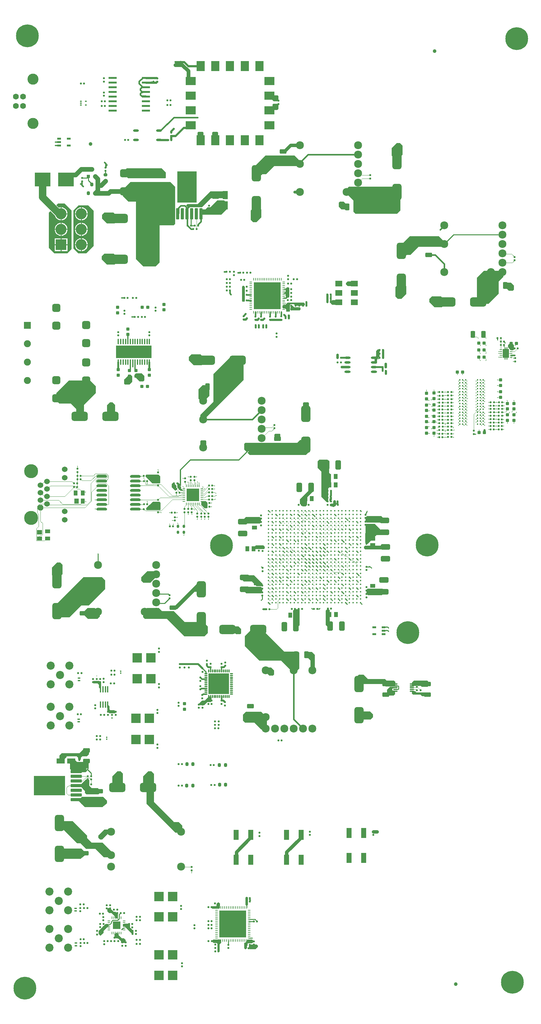
<source format=gtl>
G04*
G04 #@! TF.GenerationSoftware,Altium Limited,Altium Designer,22.11.1 (43)*
G04*
G04 Layer_Physical_Order=1*
G04 Layer_Color=255*
%FSLAX44Y44*%
%MOMM*%
G71*
G04*
G04 #@! TF.SameCoordinates,53296E8D-2C6D-437B-9D4A-58ED0EF3D4B0*
G04*
G04*
G04 #@! TF.FilePolarity,Positive*
G04*
G01*
G75*
%ADD11C,0.2540*%
%ADD12C,0.5080*%
%ADD17C,0.1524*%
%ADD24C,0.3810*%
%ADD25C,0.3048*%
%ADD26C,0.6350*%
%ADD33C,0.4500*%
G04:AMPARAMS|DCode=34|XSize=1.397mm|YSize=1.0922mm|CornerRadius=0.2021mm|HoleSize=0mm|Usage=FLASHONLY|Rotation=90.000|XOffset=0mm|YOffset=0mm|HoleType=Round|Shape=RoundedRectangle|*
%AMROUNDEDRECTD34*
21,1,1.3970,0.6881,0,0,90.0*
21,1,0.9929,1.0922,0,0,90.0*
1,1,0.4041,0.3440,0.4964*
1,1,0.4041,0.3440,-0.4964*
1,1,0.4041,-0.3440,-0.4964*
1,1,0.4041,-0.3440,0.4964*
%
%ADD34ROUNDEDRECTD34*%
%ADD36C,2.1590*%
G04:AMPARAMS|DCode=37|XSize=4.4mm|YSize=2.5mm|CornerRadius=0.625mm|HoleSize=0mm|Usage=FLASHONLY|Rotation=90.000|XOffset=0mm|YOffset=0mm|HoleType=Round|Shape=RoundedRectangle|*
%AMROUNDEDRECTD37*
21,1,4.4000,1.2500,0,0,90.0*
21,1,3.1500,2.5000,0,0,90.0*
1,1,1.2500,0.6250,1.5750*
1,1,1.2500,0.6250,-1.5750*
1,1,1.2500,-0.6250,-1.5750*
1,1,1.2500,-0.6250,1.5750*
%
%ADD37ROUNDEDRECTD37*%
G04:AMPARAMS|DCode=38|XSize=0.508mm|YSize=0.508mm|CornerRadius=0.1524mm|HoleSize=0mm|Usage=FLASHONLY|Rotation=180.000|XOffset=0mm|YOffset=0mm|HoleType=Round|Shape=RoundedRectangle|*
%AMROUNDEDRECTD38*
21,1,0.5080,0.2032,0,0,180.0*
21,1,0.2032,0.5080,0,0,180.0*
1,1,0.3048,-0.1016,0.1016*
1,1,0.3048,0.1016,0.1016*
1,1,0.3048,0.1016,-0.1016*
1,1,0.3048,-0.1016,-0.1016*
%
%ADD38ROUNDEDRECTD38*%
G04:AMPARAMS|DCode=40|XSize=3.06mm|YSize=0.89mm|CornerRadius=0.2225mm|HoleSize=0mm|Usage=FLASHONLY|Rotation=90.000|XOffset=0mm|YOffset=0mm|HoleType=Round|Shape=RoundedRectangle|*
%AMROUNDEDRECTD40*
21,1,3.0600,0.4450,0,0,90.0*
21,1,2.6150,0.8900,0,0,90.0*
1,1,0.4450,0.2225,1.3075*
1,1,0.4450,0.2225,-1.3075*
1,1,0.4450,-0.2225,-1.3075*
1,1,0.4450,-0.2225,1.3075*
%
%ADD40ROUNDEDRECTD40*%
G04:AMPARAMS|DCode=41|XSize=1.8034mm|YSize=1.1938mm|CornerRadius=0.203mm|HoleSize=0mm|Usage=FLASHONLY|Rotation=270.000|XOffset=0mm|YOffset=0mm|HoleType=Round|Shape=RoundedRectangle|*
%AMROUNDEDRECTD41*
21,1,1.8034,0.7879,0,0,270.0*
21,1,1.3975,1.1938,0,0,270.0*
1,1,0.4059,-0.3940,-0.6988*
1,1,0.4059,-0.3940,0.6988*
1,1,0.4059,0.3940,0.6988*
1,1,0.4059,0.3940,-0.6988*
%
%ADD41ROUNDEDRECTD41*%
G04:AMPARAMS|DCode=42|XSize=0.508mm|YSize=0.508mm|CornerRadius=0.1524mm|HoleSize=0mm|Usage=FLASHONLY|Rotation=270.000|XOffset=0mm|YOffset=0mm|HoleType=Round|Shape=RoundedRectangle|*
%AMROUNDEDRECTD42*
21,1,0.5080,0.2032,0,0,270.0*
21,1,0.2032,0.5080,0,0,270.0*
1,1,0.3048,-0.1016,-0.1016*
1,1,0.3048,-0.1016,0.1016*
1,1,0.3048,0.1016,0.1016*
1,1,0.3048,0.1016,-0.1016*
%
%ADD42ROUNDEDRECTD42*%
G04:AMPARAMS|DCode=43|XSize=1.8034mm|YSize=1.1938mm|CornerRadius=0.203mm|HoleSize=0mm|Usage=FLASHONLY|Rotation=0.000|XOffset=0mm|YOffset=0mm|HoleType=Round|Shape=RoundedRectangle|*
%AMROUNDEDRECTD43*
21,1,1.8034,0.7879,0,0,0.0*
21,1,1.3975,1.1938,0,0,0.0*
1,1,0.4059,0.6988,-0.3940*
1,1,0.4059,-0.6988,-0.3940*
1,1,0.4059,-0.6988,0.3940*
1,1,0.4059,0.6988,0.3940*
%
%ADD43ROUNDEDRECTD43*%
%ADD44R,0.8000X0.2500*%
G04:AMPARAMS|DCode=45|XSize=3.4mm|YSize=3.4mm|CornerRadius=0mm|HoleSize=0mm|Usage=FLASHONLY|Rotation=0.000|XOffset=0mm|YOffset=0mm|HoleType=Round|Shape=RoundedRectangle|*
%AMROUNDEDRECTD45*
21,1,3.4000,3.4000,0,0,0.0*
21,1,3.4000,3.4000,0,0,0.0*
1,1,0.0000,1.7000,-1.7000*
1,1,0.0000,-1.7000,-1.7000*
1,1,0.0000,-1.7000,1.7000*
1,1,0.0000,1.7000,1.7000*
%
%ADD45ROUNDEDRECTD45*%
%ADD46R,0.2500X0.8000*%
%ADD47O,0.8000X0.2300*%
%ADD48O,0.2300X0.8000*%
%ADD49R,7.4000X7.4000*%
%ADD51O,1.3500X0.3000*%
G04:AMPARAMS|DCode=52|XSize=4.4mm|YSize=2.5mm|CornerRadius=0.625mm|HoleSize=0mm|Usage=FLASHONLY|Rotation=0.000|XOffset=0mm|YOffset=0mm|HoleType=Round|Shape=RoundedRectangle|*
%AMROUNDEDRECTD52*
21,1,4.4000,1.2500,0,0,0.0*
21,1,3.1500,2.5000,0,0,0.0*
1,1,1.2500,1.5750,-0.6250*
1,1,1.2500,-1.5750,-0.6250*
1,1,1.2500,-1.5750,0.6250*
1,1,1.2500,1.5750,0.6250*
%
%ADD52ROUNDEDRECTD52*%
G04:AMPARAMS|DCode=53|XSize=2.5mm|YSize=1.5mm|CornerRadius=0.3mm|HoleSize=0mm|Usage=FLASHONLY|Rotation=270.000|XOffset=0mm|YOffset=0mm|HoleType=Round|Shape=RoundedRectangle|*
%AMROUNDEDRECTD53*
21,1,2.5000,0.9000,0,0,270.0*
21,1,1.9000,1.5000,0,0,270.0*
1,1,0.6000,-0.4500,-0.9500*
1,1,0.6000,-0.4500,0.9500*
1,1,0.6000,0.4500,0.9500*
1,1,0.6000,0.4500,-0.9500*
%
%ADD53ROUNDEDRECTD53*%
G04:AMPARAMS|DCode=54|XSize=2.5mm|YSize=1.5mm|CornerRadius=0.3mm|HoleSize=0mm|Usage=FLASHONLY|Rotation=0.000|XOffset=0mm|YOffset=0mm|HoleType=Round|Shape=RoundedRectangle|*
%AMROUNDEDRECTD54*
21,1,2.5000,0.9000,0,0,0.0*
21,1,1.9000,1.5000,0,0,0.0*
1,1,0.6000,0.9500,-0.4500*
1,1,0.6000,-0.9500,-0.4500*
1,1,0.6000,-0.9500,0.4500*
1,1,0.6000,0.9500,0.4500*
%
%ADD54ROUNDEDRECTD54*%
G04:AMPARAMS|DCode=55|XSize=1.397mm|YSize=1.0922mm|CornerRadius=0.2021mm|HoleSize=0mm|Usage=FLASHONLY|Rotation=0.000|XOffset=0mm|YOffset=0mm|HoleType=Round|Shape=RoundedRectangle|*
%AMROUNDEDRECTD55*
21,1,1.3970,0.6881,0,0,0.0*
21,1,0.9929,1.0922,0,0,0.0*
1,1,0.4041,0.4964,-0.3440*
1,1,0.4041,-0.4964,-0.3440*
1,1,0.4041,-0.4964,0.3440*
1,1,0.4041,0.4964,0.3440*
%
%ADD55ROUNDEDRECTD55*%
%ADD56R,1.3500X2.2000*%
G04:AMPARAMS|DCode=57|XSize=0.24mm|YSize=0.6mm|CornerRadius=0.0492mm|HoleSize=0mm|Usage=FLASHONLY|Rotation=90.000|XOffset=0mm|YOffset=0mm|HoleType=Round|Shape=RoundedRectangle|*
%AMROUNDEDRECTD57*
21,1,0.2400,0.5016,0,0,90.0*
21,1,0.1416,0.6000,0,0,90.0*
1,1,0.0984,0.2508,0.0708*
1,1,0.0984,0.2508,-0.0708*
1,1,0.0984,-0.2508,-0.0708*
1,1,0.0984,-0.2508,0.0708*
%
%ADD57ROUNDEDRECTD57*%
G04:AMPARAMS|DCode=58|XSize=0.889mm|YSize=0.8636mm|CornerRadius=0.1511mm|HoleSize=0mm|Usage=FLASHONLY|Rotation=270.000|XOffset=0mm|YOffset=0mm|HoleType=Round|Shape=RoundedRectangle|*
%AMROUNDEDRECTD58*
21,1,0.8890,0.5613,0,0,270.0*
21,1,0.5867,0.8636,0,0,270.0*
1,1,0.3023,-0.2807,-0.2934*
1,1,0.3023,-0.2807,0.2934*
1,1,0.3023,0.2807,0.2934*
1,1,0.3023,0.2807,-0.2934*
%
%ADD58ROUNDEDRECTD58*%
G04:AMPARAMS|DCode=59|XSize=0.889mm|YSize=0.8636mm|CornerRadius=0.1511mm|HoleSize=0mm|Usage=FLASHONLY|Rotation=0.000|XOffset=0mm|YOffset=0mm|HoleType=Round|Shape=RoundedRectangle|*
%AMROUNDEDRECTD59*
21,1,0.8890,0.5613,0,0,0.0*
21,1,0.5867,0.8636,0,0,0.0*
1,1,0.3023,0.2934,-0.2807*
1,1,0.3023,-0.2934,-0.2807*
1,1,0.3023,-0.2934,0.2807*
1,1,0.3023,0.2934,0.2807*
%
%ADD59ROUNDEDRECTD59*%
%ADD60O,1.6500X0.6000*%
G04:AMPARAMS|DCode=61|XSize=1mm|YSize=0.8mm|CornerRadius=0.2mm|HoleSize=0mm|Usage=FLASHONLY|Rotation=180.000|XOffset=0mm|YOffset=0mm|HoleType=Round|Shape=RoundedRectangle|*
%AMROUNDEDRECTD61*
21,1,1.0000,0.4000,0,0,180.0*
21,1,0.6000,0.8000,0,0,180.0*
1,1,0.4000,-0.3000,0.2000*
1,1,0.4000,0.3000,0.2000*
1,1,0.4000,0.3000,-0.2000*
1,1,0.4000,-0.3000,-0.2000*
%
%ADD61ROUNDEDRECTD61*%
%ADD67O,0.3000X1.6000*%
G04:AMPARAMS|DCode=68|XSize=2.26mm|YSize=2.16mm|CornerRadius=0.54mm|HoleSize=0mm|Usage=FLASHONLY|Rotation=180.000|XOffset=0mm|YOffset=0mm|HoleType=Round|Shape=RoundedRectangle|*
%AMROUNDEDRECTD68*
21,1,2.2600,1.0800,0,0,180.0*
21,1,1.1800,2.1600,0,0,180.0*
1,1,1.0800,-0.5900,0.5400*
1,1,1.0800,0.5900,0.5400*
1,1,1.0800,0.5900,-0.5400*
1,1,1.0800,-0.5900,-0.5400*
%
%ADD68ROUNDEDRECTD68*%
%ADD69R,1.2000X1.4000*%
%ADD70R,1.0000X1.4000*%
%ADD71R,1.4000X1.2000*%
%ADD72R,1.4000X1.0000*%
G04:AMPARAMS|DCode=73|XSize=3.06mm|YSize=0.89mm|CornerRadius=0.2225mm|HoleSize=0mm|Usage=FLASHONLY|Rotation=180.000|XOffset=0mm|YOffset=0mm|HoleType=Round|Shape=RoundedRectangle|*
%AMROUNDEDRECTD73*
21,1,3.0600,0.4450,0,0,180.0*
21,1,2.6150,0.8900,0,0,180.0*
1,1,0.4450,-1.3075,0.2225*
1,1,0.4450,1.3075,0.2225*
1,1,0.4450,1.3075,-0.2225*
1,1,0.4450,-1.3075,-0.2225*
%
%ADD73ROUNDEDRECTD73*%
%ADD74R,2.6000X2.5000*%
%ADD75R,7.4000X7.4000*%
%ADD76R,2.1000X2.1000*%
%ADD77O,0.2000X0.8000*%
%ADD78O,0.8000X0.2000*%
%ADD80O,0.2800X0.8500*%
%ADD81O,0.8500X0.2800*%
%ADD82R,5.6000X5.6000*%
%ADD83O,0.4000X1.8000*%
%ADD84R,0.4572X0.3048*%
%ADD85O,2.9210X0.7620*%
%ADD86R,4.2418X3.8100*%
%ADD90R,2.2000X1.3500*%
%ADD91O,1.6000X0.6000*%
G04:AMPARAMS|DCode=93|XSize=1mm|YSize=0.8mm|CornerRadius=0.2mm|HoleSize=0mm|Usage=FLASHONLY|Rotation=270.000|XOffset=0mm|YOffset=0mm|HoleType=Round|Shape=RoundedRectangle|*
%AMROUNDEDRECTD93*
21,1,1.0000,0.4000,0,0,270.0*
21,1,0.6000,0.8000,0,0,270.0*
1,1,0.4000,-0.2000,-0.3000*
1,1,0.4000,-0.2000,0.3000*
1,1,0.4000,0.2000,0.3000*
1,1,0.4000,0.2000,-0.3000*
%
%ADD93ROUNDEDRECTD93*%
%ADD174R,1.4000X2.7500*%
%ADD175R,1.0500X0.6000*%
%ADD176R,5.3500X8.5400*%
%ADD177R,1.9500X1.5500*%
G04:AMPARAMS|DCode=178|XSize=2.4mm|YSize=1.65mm|CornerRadius=0.0413mm|HoleSize=0mm|Usage=FLASHONLY|Rotation=90.000|XOffset=0mm|YOffset=0mm|HoleType=Round|Shape=RoundedRectangle|*
%AMROUNDEDRECTD178*
21,1,2.4000,1.5675,0,0,90.0*
21,1,2.3175,1.6500,0,0,90.0*
1,1,0.0825,0.7838,1.1588*
1,1,0.0825,0.7838,-1.1588*
1,1,0.0825,-0.7838,-1.1588*
1,1,0.0825,-0.7838,1.1588*
%
%ADD178ROUNDEDRECTD178*%
G04:AMPARAMS|DCode=179|XSize=0.8mm|YSize=0.9mm|CornerRadius=0.08mm|HoleSize=0mm|Usage=FLASHONLY|Rotation=180.000|XOffset=0mm|YOffset=0mm|HoleType=Round|Shape=RoundedRectangle|*
%AMROUNDEDRECTD179*
21,1,0.8000,0.7400,0,0,180.0*
21,1,0.6400,0.9000,0,0,180.0*
1,1,0.1600,-0.3200,0.3700*
1,1,0.1600,0.3200,0.3700*
1,1,0.1600,0.3200,-0.3700*
1,1,0.1600,-0.3200,-0.3700*
%
%ADD179ROUNDEDRECTD179*%
G04:AMPARAMS|DCode=180|XSize=0.8mm|YSize=1mm|CornerRadius=0.2mm|HoleSize=0mm|Usage=FLASHONLY|Rotation=180.000|XOffset=0mm|YOffset=0mm|HoleType=Round|Shape=RoundedRectangle|*
%AMROUNDEDRECTD180*
21,1,0.8000,0.6000,0,0,180.0*
21,1,0.4000,1.0000,0,0,180.0*
1,1,0.4000,-0.2000,0.3000*
1,1,0.4000,0.2000,0.3000*
1,1,0.4000,0.2000,-0.3000*
1,1,0.4000,-0.2000,-0.3000*
%
%ADD180ROUNDEDRECTD180*%
%ADD181R,2.8000X2.3000*%
%ADD182R,2.3000X2.8000*%
G04:AMPARAMS|DCode=183|XSize=0.65mm|YSize=0.85mm|CornerRadius=0.1625mm|HoleSize=0mm|Usage=FLASHONLY|Rotation=0.000|XOffset=0mm|YOffset=0mm|HoleType=Round|Shape=RoundedRectangle|*
%AMROUNDEDRECTD183*
21,1,0.6500,0.5250,0,0,0.0*
21,1,0.3250,0.8500,0,0,0.0*
1,1,0.3250,0.1625,-0.2625*
1,1,0.3250,-0.1625,-0.2625*
1,1,0.3250,-0.1625,0.2625*
1,1,0.3250,0.1625,0.2625*
%
%ADD183ROUNDEDRECTD183*%
%ADD184R,9.7000X3.4000*%
%ADD185R,8.5400X5.3500*%
G04:AMPARAMS|DCode=186|XSize=0.4mm|YSize=0.7mm|CornerRadius=0.05mm|HoleSize=0mm|Usage=FLASHONLY|Rotation=270.000|XOffset=0mm|YOffset=0mm|HoleType=Round|Shape=RoundedRectangle|*
%AMROUNDEDRECTD186*
21,1,0.4000,0.6000,0,0,270.0*
21,1,0.3000,0.7000,0,0,270.0*
1,1,0.1000,-0.3000,-0.1500*
1,1,0.1000,-0.3000,0.1500*
1,1,0.1000,0.3000,0.1500*
1,1,0.1000,0.3000,-0.1500*
%
%ADD186ROUNDEDRECTD186*%
%ADD187C,1.0000*%
G04:AMPARAMS|DCode=188|XSize=0.3mm|YSize=0.45mm|CornerRadius=0.075mm|HoleSize=0mm|Usage=FLASHONLY|Rotation=90.000|XOffset=0mm|YOffset=0mm|HoleType=Round|Shape=RoundedRectangle|*
%AMROUNDEDRECTD188*
21,1,0.3000,0.3000,0,0,90.0*
21,1,0.1500,0.4500,0,0,90.0*
1,1,0.1500,0.1500,0.0750*
1,1,0.1500,0.1500,-0.0750*
1,1,0.1500,-0.1500,-0.0750*
1,1,0.1500,-0.1500,0.0750*
%
%ADD188ROUNDEDRECTD188*%
%ADD189R,2.2990X0.5590*%
%ADD190C,0.1016*%
%ADD191C,0.7620*%
%ADD192C,0.5588*%
%ADD193C,1.0160*%
%ADD194C,0.8890*%
%ADD195C,1.2700*%
%ADD196C,2.0320*%
%ADD197C,6.2000*%
%ADD198C,0.6000*%
%ADD199C,2.2000*%
%ADD200C,1.9050*%
%ADD201R,1.9050X1.9050*%
%ADD202C,3.0000*%
%ADD203C,1.6000*%
%ADD204C,3.8100*%
G04:AMPARAMS|DCode=205|XSize=1.524mm|YSize=1.524mm|CornerRadius=0mm|HoleSize=0mm|Usage=FLASHONLY|Rotation=270.000|XOffset=0mm|YOffset=0mm|HoleType=Round|Shape=Octagon|*
%AMOCTAGOND205*
4,1,8,-0.3810,-0.7620,0.3810,-0.7620,0.7620,-0.3810,0.7620,0.3810,0.3810,0.7620,-0.3810,0.7620,-0.7620,0.3810,-0.7620,-0.3810,-0.3810,-0.7620,0.0*
%
%ADD205OCTAGOND205*%

%ADD206C,1.5240*%
%ADD207R,3.0000X3.0000*%
%ADD208C,0.1778*%
%ADD209C,0.3810*%
%ADD210C,0.5080*%
%ADD211C,0.5000*%
G36*
X751092Y2481212D02*
Y2468931D01*
X749427Y2467266D01*
X737828D01*
X733899Y2471195D01*
Y2479456D01*
X737606Y2483163D01*
Y2483227D01*
X749068D01*
X751092Y2481212D01*
D02*
G37*
G36*
X751238Y2458760D02*
Y2447161D01*
X747309Y2443232D01*
X739048D01*
X735341Y2446939D01*
X735277D01*
Y2458401D01*
X737292Y2460425D01*
X749573D01*
X751238Y2458760D01*
D02*
G37*
G36*
X586967Y2382694D02*
Y2371095D01*
X583037Y2367166D01*
X574777D01*
X571069Y2370874D01*
X571006D01*
Y2382335D01*
X573021Y2384360D01*
X585301D01*
X586967Y2382694D01*
D02*
G37*
G36*
X547021D02*
Y2371095D01*
X543091Y2367166D01*
X534831D01*
X531123Y2370874D01*
X531059D01*
Y2382335D01*
X533075Y2384360D01*
X545355D01*
X547021Y2382694D01*
D02*
G37*
G36*
X1082160Y2353568D02*
X1088616Y2347112D01*
Y2321541D01*
X1077265Y2310191D01*
X1068356Y2310036D01*
X1059256Y2319135D01*
Y2339839D01*
X1072985Y2353568D01*
X1082160Y2353568D01*
D02*
G37*
G36*
X809064Y2305479D02*
X809064Y2303890D01*
X807142Y2301967D01*
X806552Y2301085D01*
X806345Y2300045D01*
X806552Y2299004D01*
X807142Y2298122D01*
X807690Y2297755D01*
Y2297069D01*
X808092Y2296097D01*
X808309Y2295008D01*
X804188Y2290887D01*
X738977D01*
X716858Y2268767D01*
X706668D01*
X704325Y2266424D01*
X698822D01*
X690177Y2275069D01*
Y2294364D01*
X715577Y2319764D01*
X794779D01*
X809064Y2305479D01*
D02*
G37*
G36*
X444547Y2274202D02*
X444546Y2274201D01*
Y2259109D01*
X443186Y2257749D01*
X342096D01*
X330815Y2269030D01*
Y2277879D01*
X337969Y2285032D01*
X433718D01*
X444547Y2274202D01*
D02*
G37*
G36*
X1083103Y2228804D02*
Y2170548D01*
X1074095Y2161540D01*
X960485D01*
X955040Y2166985D01*
Y2197100D01*
X936065Y2216075D01*
Y2228804D01*
X942460Y2235200D01*
X964471D01*
X966293Y2234712D01*
X969336D01*
X971158Y2235200D01*
X1076707D01*
X1083103Y2228804D01*
D02*
G37*
G36*
X602590Y2220180D02*
Y2205897D01*
X600332Y2203640D01*
X566875D01*
X542468Y2179233D01*
X509323D01*
Y2178952D01*
X504836Y2174465D01*
X503663Y2174951D01*
Y2178674D01*
X503456Y2179715D01*
X502866Y2180597D01*
X502866Y2180597D01*
X499560Y2183903D01*
Y2184126D01*
X503254Y2187820D01*
X530849D01*
X565468Y2222440D01*
X600330D01*
X602590Y2220180D01*
D02*
G37*
G36*
X929109Y2194238D02*
X940636Y2182710D01*
Y2174861D01*
X937956Y2172908D01*
X922551D01*
X915117Y2180342D01*
Y2191797D01*
X917905Y2194586D01*
X929109D01*
Y2194238D01*
D02*
G37*
G36*
X609595Y2192128D02*
Y2173185D01*
X595536Y2159126D01*
X543179D01*
Y2161182D01*
X542972Y2162222D01*
X542382Y2163104D01*
X541500Y2163694D01*
X540460Y2163901D01*
Y2171227D01*
X542418Y2173220D01*
X551932D01*
X557945Y2179233D01*
X565785D01*
X584554Y2198002D01*
X603720D01*
X609595Y2192128D01*
D02*
G37*
G36*
X187960Y2170144D02*
Y2065453D01*
X176780Y2054274D01*
X140851D01*
X125760Y2069366D01*
Y2164404D01*
X130596Y2169241D01*
X142454Y2157383D01*
X142699Y2156152D01*
X144021Y2152960D01*
X145940Y2150088D01*
X148384Y2147645D01*
X151256Y2145725D01*
X154448Y2144403D01*
X157837Y2143729D01*
X158294D01*
Y2161269D01*
Y2178809D01*
X157837D01*
X154448Y2178135D01*
X153326Y2177670D01*
X146175Y2184820D01*
X150474Y2189119D01*
X168986D01*
X187960Y2170144D01*
D02*
G37*
G36*
X704574Y2173220D02*
Y2152517D01*
X690845Y2138788D01*
X681671Y2138788D01*
X675214Y2145244D01*
Y2170814D01*
X686565Y2182164D01*
X695474Y2182320D01*
X704574Y2173220D01*
D02*
G37*
G36*
X313860Y2153137D02*
X314016Y2144227D01*
X304916Y2135127D01*
X284213D01*
X270484Y2148856D01*
X270484Y2158031D01*
X276940Y2164487D01*
X302510D01*
X313860Y2153137D01*
D02*
G37*
G36*
X248370Y2169172D02*
Y2074133D01*
X228011Y2053774D01*
X206551Y2053774D01*
X193040Y2067285D01*
Y2170578D01*
X206726Y2184264D01*
X233278D01*
X248370Y2169172D01*
D02*
G37*
G36*
X1201990Y2086295D02*
X1201990Y2082303D01*
X1200526Y2080838D01*
X1200076Y2080166D01*
X1199919Y2079373D01*
X1200076Y2078580D01*
X1200526Y2077908D01*
X1201140Y2077497D01*
X1201205Y2077426D01*
X1201512Y2076101D01*
X1197114Y2071703D01*
X1131903D01*
X1109783Y2049583D01*
X1099594D01*
X1097251Y2047240D01*
X1091748D01*
X1083103Y2055885D01*
Y2075180D01*
X1108503Y2100580D01*
X1187705D01*
X1201990Y2086295D01*
D02*
G37*
G36*
X313757Y2041635D02*
X313912Y2032725D01*
X304813Y2023625D01*
X284109D01*
X270380Y2037354D01*
X270380Y2046529D01*
X276836Y2052985D01*
X302407D01*
X313757Y2041635D01*
D02*
G37*
G36*
X469900Y2234889D02*
Y2134055D01*
X465877Y2130032D01*
X427484D01*
Y2029174D01*
X416612Y2018303D01*
X383744D01*
X363430Y2038616D01*
Y2194261D01*
X343055D01*
X327660Y2209657D01*
Y2215032D01*
X331180D01*
X333037Y2215277D01*
X334767Y2215993D01*
X336253Y2217133D01*
X337393Y2218619D01*
X338109Y2220349D01*
X338354Y2222206D01*
X338109Y2224062D01*
X337393Y2225792D01*
X336253Y2227278D01*
X334767Y2228418D01*
X333037Y2229135D01*
X331458Y2229342D01*
X330815Y2230496D01*
X347921Y2247601D01*
X457187D01*
X469900Y2234889D01*
D02*
G37*
G36*
X957620Y1974204D02*
Y1968948D01*
X953935Y1965263D01*
X938615D01*
Y1965451D01*
X934805Y1969261D01*
Y1973071D01*
X939552Y1977818D01*
X954006D01*
X957620Y1974204D01*
D02*
G37*
G36*
X1391594Y1966895D02*
Y1955440D01*
X1388806Y1952651D01*
X1377602D01*
Y1952999D01*
X1366074Y1964527D01*
Y1972375D01*
X1368754Y1974329D01*
X1384159D01*
X1391594Y1966895D01*
D02*
G37*
G36*
X780585Y1959901D02*
Y1936429D01*
X778685Y1934529D01*
X776311D01*
X772461Y1930680D01*
X765004D01*
X764203Y1931317D01*
X764155Y1932630D01*
X765244Y1933719D01*
X769841D01*
X771670Y1935548D01*
Y1937585D01*
X770651Y1938604D01*
X770651Y1942973D01*
X769592Y1944032D01*
X766402D01*
X765470Y1944964D01*
Y1946429D01*
X767743Y1948702D01*
X769576D01*
X770651Y1949777D01*
Y1954251D01*
X770307Y1954595D01*
X766115D01*
X764942Y1955767D01*
Y1956979D01*
X766109Y1958146D01*
X770072D01*
X773770Y1961843D01*
X778643D01*
X780585Y1959901D01*
D02*
G37*
G36*
X1099032Y1964918D02*
Y1944215D01*
X1085303Y1930486D01*
X1076129Y1930486D01*
X1069672Y1936942D01*
Y1962513D01*
X1081023Y1973863D01*
X1089932Y1974018D01*
X1099032Y1964918D01*
D02*
G37*
G36*
X659195Y1963031D02*
Y1923996D01*
X657793Y1922619D01*
X652962Y1922619D01*
X651505Y1924077D01*
Y1962906D01*
X653237Y1964638D01*
X657588D01*
X659195Y1963031D01*
D02*
G37*
G36*
X1361936Y2003173D02*
X1362760D01*
Y1990531D01*
X1350004Y1977775D01*
Y1944171D01*
X1322614Y1916781D01*
X1294692D01*
X1291150Y1920323D01*
Y1987836D01*
X1309914Y2006600D01*
X1358509D01*
X1361936Y2003173D01*
D02*
G37*
G36*
X915620Y1923179D02*
Y1917923D01*
X911935Y1914238D01*
X896615D01*
Y1914426D01*
X892936Y1918104D01*
X893097Y1919385D01*
X893845Y1919534D01*
X894727Y1920123D01*
X894767Y1920163D01*
X895357Y1921046D01*
X895564Y1922086D01*
X895564Y1922086D01*
Y1924805D01*
X897552Y1926793D01*
X912006D01*
X915620Y1923179D01*
D02*
G37*
G36*
X823055Y1917347D02*
Y1914238D01*
X820229Y1911412D01*
X797393Y1911412D01*
X792756Y1916050D01*
X784178D01*
X782066Y1913956D01*
Y1896729D01*
X780585Y1895249D01*
X773180Y1895249D01*
X771842Y1896597D01*
Y1901679D01*
X769501Y1904021D01*
X764937Y1903988D01*
X764181D01*
X762171Y1905998D01*
Y1911456D01*
X764949Y1914235D01*
X770007D01*
X774008Y1918236D01*
X775682Y1919910D01*
X820492D01*
X823055Y1917347D01*
D02*
G37*
G36*
X1205040Y1925690D02*
X1205195Y1916781D01*
X1196096Y1907681D01*
X1175392D01*
X1161663Y1921410D01*
X1161663Y1930584D01*
X1168120Y1937041D01*
X1193690D01*
X1205040Y1925690D01*
D02*
G37*
G36*
X793476Y1907619D02*
X808978D01*
X811443Y1905154D01*
Y1901429D01*
X808806Y1898792D01*
X786200D01*
X785936Y1898529D01*
X783958Y1900508D01*
Y1909530D01*
X785840Y1911412D01*
X789683D01*
X793476Y1907619D01*
D02*
G37*
G36*
X1391757Y1804609D02*
Y1793293D01*
X1389333Y1790869D01*
X1384131D01*
X1375754Y1799246D01*
Y1804889D01*
X1380253Y1809127D01*
X1387239D01*
X1391757Y1804609D01*
D02*
G37*
G36*
X1026059Y1792993D02*
X1027699Y1791353D01*
Y1788551D01*
X1026235Y1787087D01*
Y1768604D01*
X1023800Y1766170D01*
X1023127Y1766256D01*
X1022939Y1766455D01*
X1022524Y1767583D01*
X1023125Y1768483D01*
X1023431Y1770019D01*
X1023125Y1771555D01*
X1022255Y1772857D01*
X1020953Y1773727D01*
X1019417Y1774033D01*
X1017880Y1773727D01*
X1016578Y1772857D01*
X1015947Y1772225D01*
X1014595Y1772670D01*
X1014524Y1773142D01*
X1017052Y1775670D01*
Y1789106D01*
X1020939Y1792993D01*
X1026059Y1792993D01*
D02*
G37*
G36*
X1373537Y1799295D02*
X1373678Y1799155D01*
X1373754Y1798971D01*
Y1765772D01*
X1373678Y1765588D01*
X1373537Y1765448D01*
X1373354Y1765371D01*
X1371655D01*
X1371471Y1765448D01*
X1371330Y1765588D01*
X1371254Y1765772D01*
Y1798971D01*
X1371330Y1799155D01*
X1371471Y1799295D01*
X1371655Y1799371D01*
X1373354D01*
X1373537Y1799295D01*
D02*
G37*
G36*
X1368537D02*
X1368678Y1799155D01*
X1368754Y1798971D01*
Y1765772D01*
X1368678Y1765588D01*
X1368537Y1765448D01*
X1368354Y1765371D01*
X1366655D01*
X1366471Y1765448D01*
X1366330Y1765588D01*
X1366254Y1765772D01*
Y1798971D01*
X1366330Y1799155D01*
X1366471Y1799295D01*
X1366655Y1799371D01*
X1368354D01*
X1368537Y1799295D01*
D02*
G37*
G36*
X550642Y1767937D02*
X550797Y1759027D01*
X541697Y1749927D01*
X520994D01*
X507265Y1763656D01*
X507265Y1772831D01*
X513721Y1779287D01*
X539291D01*
X550642Y1767937D01*
D02*
G37*
G36*
X386460Y1720436D02*
Y1708981D01*
X383671Y1706193D01*
X372468D01*
Y1706541D01*
X360940Y1718068D01*
Y1725917D01*
X363620Y1727871D01*
X379025D01*
X386460Y1720436D01*
D02*
G37*
G36*
X352791Y1720342D02*
Y1704936D01*
X345356Y1697502D01*
X333901D01*
X331113Y1700290D01*
Y1711494D01*
X331461D01*
X342988Y1723022D01*
X350837D01*
X352791Y1720342D01*
D02*
G37*
G36*
X562712Y1686693D02*
Y1665989D01*
X548983Y1652260D01*
X539809Y1652260D01*
X533352Y1658717D01*
Y1684287D01*
X544702Y1695637D01*
X553612Y1695792D01*
X562712Y1686693D01*
D02*
G37*
G36*
X833656Y1647531D02*
Y1635932D01*
X829726Y1632003D01*
X821466D01*
X817758Y1635710D01*
X817695D01*
Y1647172D01*
X819710Y1649197D01*
X831990D01*
X833656Y1647531D01*
D02*
G37*
G36*
X306162Y1642730D02*
Y1620852D01*
X302858Y1617547D01*
X287189Y1617547D01*
X284484Y1621257D01*
Y1641990D01*
X291919Y1649425D01*
X299467D01*
X306162Y1642730D01*
D02*
G37*
G36*
X254004Y1693337D02*
Y1674135D01*
X253568D01*
X222162Y1642730D01*
Y1620852D01*
X218858Y1617547D01*
X203189Y1617547D01*
X200484Y1621257D01*
Y1631624D01*
X186016Y1646092D01*
X154768D01*
X146760Y1654100D01*
Y1674313D01*
X180635Y1708189D01*
X239153D01*
X254004Y1693337D01*
D02*
G37*
G36*
X656030Y1764777D02*
X656030Y1709837D01*
X551675Y1605482D01*
X546358D01*
X545317Y1605275D01*
X544435Y1604686D01*
X544094Y1604175D01*
X542887Y1603878D01*
X542571Y1603902D01*
X538801Y1607672D01*
Y1615595D01*
X574040Y1650834D01*
Y1726156D01*
X620647Y1772763D01*
X648043D01*
X656030Y1764777D01*
D02*
G37*
G36*
X756254Y1562433D02*
Y1550834D01*
X752325Y1546905D01*
X744064D01*
X740357Y1550612D01*
X740293D01*
Y1562074D01*
X742309Y1564099D01*
X754589D01*
X756254Y1562433D01*
D02*
G37*
G36*
X554268Y1543951D02*
Y1532352D01*
X550338Y1528423D01*
X542078D01*
X538371Y1532130D01*
X538307D01*
Y1543592D01*
X540322Y1545617D01*
X552602D01*
X554268Y1543951D01*
D02*
G37*
G36*
X836083Y1543003D02*
X836062Y1542983D01*
Y1517003D01*
X825302Y1506243D01*
X672606D01*
X666732Y1512117D01*
X675006Y1520392D01*
X675511Y1521148D01*
X675689Y1522040D01*
X675511Y1522932D01*
X675430Y1523054D01*
Y1526563D01*
X675272Y1527356D01*
X674823Y1528028D01*
X674151Y1528477D01*
X673358Y1528635D01*
X672565Y1528477D01*
X671893Y1528028D01*
X671444Y1527356D01*
X671286Y1526563D01*
Y1523264D01*
X663436Y1515414D01*
X657845Y1521004D01*
Y1536685D01*
X660400Y1539240D01*
X801768D01*
X809433Y1546905D01*
X832181D01*
X836083Y1543003D01*
D02*
G37*
G36*
X429085Y1448728D02*
Y1430652D01*
X427315Y1428882D01*
X407687D01*
X389816Y1446754D01*
Y1451436D01*
X391813Y1453197D01*
X424616D01*
X429085Y1448728D01*
D02*
G37*
G36*
X466662Y1429558D02*
X473057Y1423163D01*
Y1410768D01*
X473060Y1410729D01*
X471968Y1409637D01*
X469588D01*
X460196Y1419030D01*
Y1427480D01*
X464078Y1429558D01*
X466662Y1429558D01*
D02*
G37*
G36*
X482179Y1427331D02*
Y1423259D01*
X482356Y1422367D01*
X482861Y1421611D01*
X483618Y1421106D01*
X484510Y1420929D01*
X484908Y1421008D01*
X486006Y1420322D01*
X486178Y1420098D01*
X486178Y1415541D01*
X488647Y1413072D01*
Y1413047D01*
X488672D01*
X491074Y1410645D01*
X491069Y1409261D01*
X490249Y1408456D01*
X485406D01*
X475736Y1418126D01*
X475736Y1429094D01*
X478607Y1430903D01*
X482179Y1427331D01*
D02*
G37*
G36*
X889362Y1488885D02*
X889353Y1470585D01*
Y1457408D01*
X889960D01*
X894314Y1453055D01*
Y1418962D01*
X890298D01*
X886725Y1415390D01*
Y1378456D01*
X882556D01*
X868124Y1392888D01*
Y1461110D01*
X858042Y1471192D01*
Y1488885D01*
X862677Y1493520D01*
X884678D01*
X889362Y1488885D01*
D02*
G37*
G36*
X842926Y1409214D02*
Y1405493D01*
X828683Y1391251D01*
Y1370522D01*
X824968Y1366807D01*
X817438D01*
X817287Y1366656D01*
X809667Y1374276D01*
Y1385948D01*
X836042Y1412323D01*
X839817D01*
X842926Y1409214D01*
D02*
G37*
G36*
X558240Y1376350D02*
Y1362950D01*
X556959Y1361757D01*
X549674D01*
X540609Y1370822D01*
Y1378807D01*
X543598Y1380886D01*
X553703D01*
X558240Y1376350D01*
D02*
G37*
G36*
X429977Y1376021D02*
Y1357945D01*
X428223Y1356190D01*
X395330D01*
X394575Y1357066D01*
X394597Y1358244D01*
X395000Y1359216D01*
X394917Y1359418D01*
X394597Y1360188D01*
X394596Y1360189D01*
X393624Y1360592D01*
X392652Y1360190D01*
X391474Y1360342D01*
X390953Y1360786D01*
X390945Y1362152D01*
X409836Y1378807D01*
X427190D01*
X429977Y1376021D01*
D02*
G37*
G36*
X1035976Y1335500D02*
Y1323674D01*
X1034382Y1322081D01*
X991645Y1322081D01*
X987800Y1325925D01*
Y1327474D01*
X987851Y1327489D01*
X987851Y1327489D01*
Y1337140D01*
X991046Y1340335D01*
X1031141D01*
X1035976Y1335500D01*
D02*
G37*
G36*
X703724Y1333925D02*
Y1332375D01*
X703673Y1332361D01*
X703673Y1332361D01*
Y1322709D01*
X700478Y1319515D01*
X660383D01*
X655548Y1324350D01*
Y1331146D01*
X662171Y1337769D01*
X699879D01*
X703724Y1333925D01*
D02*
G37*
G36*
X1032036Y1299717D02*
X1040399D01*
X1043894Y1296222D01*
Y1291138D01*
X1041537Y1288781D01*
X1024576Y1288781D01*
X1018047Y1288781D01*
X994223Y1264957D01*
X990834D01*
X987299Y1268492D01*
X988082Y1317812D01*
X988891Y1318621D01*
X1013132D01*
X1032036Y1299717D01*
D02*
G37*
G36*
X714073Y1257109D02*
Y1252845D01*
X711841Y1250612D01*
X686188D01*
X684201Y1252599D01*
Y1255847D01*
X689052Y1260698D01*
X710483D01*
X714073Y1257109D01*
D02*
G37*
G36*
X1043696Y1259893D02*
X1047274Y1256315D01*
X1047274Y1252624D01*
X1044191Y1249541D01*
X986972D01*
X984073Y1253301D01*
X984073Y1257561D01*
X986405Y1259893D01*
X1043696Y1259893D01*
D02*
G37*
G36*
X157302Y1214379D02*
X163758Y1207923D01*
Y1182353D01*
X152408Y1171003D01*
X143498Y1170847D01*
X134398Y1179947D01*
Y1200650D01*
X148127Y1214379D01*
X157302Y1214379D01*
D02*
G37*
G36*
X417501Y1186180D02*
Y1174411D01*
X402218Y1159128D01*
X383428D01*
X377599Y1164956D01*
Y1174389D01*
X393527Y1190317D01*
X413364D01*
X417501Y1186180D01*
D02*
G37*
G36*
X707371Y1156810D02*
Y1150895D01*
X706257Y1149781D01*
X692097D01*
X679130Y1162748D01*
X656391D01*
X648722Y1170417D01*
Y1177571D01*
X650685Y1179533D01*
X684648D01*
X707371Y1156810D01*
D02*
G37*
G36*
X706782Y1144289D02*
Y1142740D01*
X706731Y1142725D01*
X706731Y1142725D01*
Y1133074D01*
X703537Y1129879D01*
X663442D01*
X658607Y1134715D01*
Y1141510D01*
X665230Y1148133D01*
X702938D01*
X706782Y1144289D01*
D02*
G37*
G36*
X1038848Y1138491D02*
Y1131658D01*
X1032261Y1125072D01*
X994516Y1125072D01*
X990672Y1128916D01*
Y1130466D01*
X990723Y1130480D01*
X990723Y1130480D01*
Y1140132D01*
X993649Y1143057D01*
X1034281D01*
X1038848Y1138491D01*
D02*
G37*
G36*
X549552Y1148133D02*
Y1140211D01*
X543900Y1134560D01*
X522346D01*
X474934Y1087147D01*
X465276D01*
X464272Y1088150D01*
X464260Y1091585D01*
X530202Y1157527D01*
X540158D01*
X549552Y1148133D01*
D02*
G37*
G36*
X279599Y1165997D02*
Y1141863D01*
X235285Y1097549D01*
X215039D01*
X182384Y1064894D01*
X151917D01*
X140469Y1074402D01*
Y1094740D01*
X220140Y1174411D01*
X271185D01*
X279599Y1165997D01*
D02*
G37*
G36*
X265166Y1076331D02*
X265166Y1067157D01*
X258710Y1060700D01*
X233139D01*
X221789Y1072051D01*
X221634Y1080960D01*
X230733Y1090060D01*
X251437D01*
X265166Y1076331D01*
D02*
G37*
G36*
X890572Y1084743D02*
X890572Y1042069D01*
X888315Y1039812D01*
X884688D01*
X879502Y1044998D01*
X879502Y1083970D01*
X883469Y1087937D01*
X887378Y1087937D01*
X890572Y1084743D01*
D02*
G37*
G36*
X795923Y1087014D02*
X795923Y1087014D01*
X807592D01*
X808769Y1085837D01*
Y1043725D01*
X803934Y1038890D01*
X797138D01*
X790515Y1045513D01*
Y1083221D01*
X794359Y1087066D01*
X795909D01*
X795923Y1087014D01*
D02*
G37*
G36*
X649539Y1033410D02*
Y1021955D01*
X646750Y1019166D01*
X635547D01*
Y1019514D01*
X624019Y1031041D01*
Y1038890D01*
X626699Y1040844D01*
X642104D01*
X649539Y1033410D01*
D02*
G37*
G36*
X434699Y1081679D02*
X466846D01*
X496055Y1052469D01*
X546077D01*
X558379Y1040167D01*
Y1022314D01*
X549452Y1013388D01*
Y1013125D01*
X494974D01*
X447249Y1060850D01*
X387896D01*
X382859Y1065887D01*
Y1077869D01*
X392933Y1090679D01*
X425699D01*
X434699Y1081679D01*
D02*
G37*
G36*
X850198Y963626D02*
Y921460D01*
X847410Y918672D01*
Y918663D01*
X841808D01*
X838204Y922267D01*
Y947733D01*
X836206Y949731D01*
X824678Y961258D01*
Y969107D01*
X827358Y971061D01*
X842763D01*
X850198Y963626D01*
D02*
G37*
G36*
X767045Y971746D02*
X804889D01*
X807703Y968932D01*
Y925778D01*
X799653Y917728D01*
X795109D01*
Y921391D01*
X794902Y922431D01*
X794313Y923313D01*
X793431Y923903D01*
X792390Y924110D01*
X791349Y923903D01*
X790467Y923313D01*
X789878Y922431D01*
X789671Y921391D01*
Y917728D01*
X788320D01*
X783363Y922685D01*
X758316Y947732D01*
X699025Y947733D01*
X659232Y987526D01*
Y1014234D01*
X677889Y1032892D01*
X705899D01*
X767045Y971746D01*
D02*
G37*
G36*
X739304Y921211D02*
Y909756D01*
X736516Y906968D01*
X725312D01*
Y907315D01*
X713784Y918843D01*
Y926692D01*
X716464Y928646D01*
X731869D01*
X739304Y921211D01*
D02*
G37*
G36*
X994684Y897326D02*
X1041377D01*
X1045264Y893439D01*
X1065563D01*
X1069390Y889613D01*
Y884951D01*
X1068971Y884532D01*
Y881102D01*
X1068597Y881027D01*
X1067925Y880578D01*
X1067476Y879906D01*
X1067318Y879113D01*
X1067476Y878320D01*
X1067689Y878001D01*
X1066886Y876931D01*
X1042737D01*
X1035554Y884113D01*
X975389D01*
X965331Y894171D01*
Y905174D01*
X969113Y908956D01*
X983054D01*
X994684Y897326D01*
D02*
G37*
G36*
X1160780Y888637D02*
Y879613D01*
X1160234D01*
X1156558Y875937D01*
X1140997D01*
X1137821Y879113D01*
X1129936D01*
X1129080Y879284D01*
X1127048D01*
X1126191Y879113D01*
X1115114D01*
X1113889Y880338D01*
X1113890Y883214D01*
Y887315D01*
X1119323Y892749D01*
X1156668D01*
X1160780Y888637D01*
D02*
G37*
G36*
X266270Y889027D02*
X268167Y887129D01*
X268167Y872597D01*
X266716Y871145D01*
X265179D01*
X262141Y874182D01*
Y881937D01*
X258400Y885679D01*
X248097D01*
X245806Y887970D01*
X245806Y890855D01*
X246985Y892034D01*
X263692D01*
X266270Y889027D01*
D02*
G37*
G36*
X1064156Y875937D02*
X1064818Y875275D01*
X1065329Y874764D01*
Y873565D01*
X1064036Y872226D01*
X1061769D01*
X1060662Y871119D01*
Y867584D01*
X1062430Y865817D01*
X1066488D01*
X1068467Y863838D01*
Y856837D01*
X1064004Y852374D01*
X1045052D01*
X1043168Y854258D01*
Y858359D01*
X1046789Y861980D01*
Y868677D01*
X1054049Y875937D01*
X1064156Y875937D01*
D02*
G37*
G36*
X1126362Y861094D02*
X1152827D01*
X1156178Y857743D01*
Y852848D01*
X1154230Y850900D01*
X1141902D01*
X1138016Y854787D01*
X1117716D01*
X1113890Y858613D01*
Y863276D01*
X1114727Y864113D01*
X1123342D01*
X1126362Y861094D01*
D02*
G37*
G36*
X568616Y847907D02*
Y836720D01*
X566206Y834310D01*
X557451D01*
X549518Y826377D01*
X536094Y826377D01*
X534080Y828391D01*
X534089Y829712D01*
X542953Y838576D01*
X550022Y838576D01*
X561156Y849710D01*
X566813D01*
X568616Y847907D01*
D02*
G37*
G36*
X290984Y823340D02*
Y815585D01*
X294183Y812386D01*
X304485D01*
X308295Y808576D01*
Y806676D01*
X305670Y804051D01*
X290665D01*
X286855Y808496D01*
X284958Y810393D01*
X284958Y824926D01*
X286409Y826377D01*
X287946D01*
X290984Y823340D01*
D02*
G37*
G36*
X1008526Y801621D02*
Y794073D01*
X1001831Y787378D01*
X979953D01*
X976649Y790682D01*
X976649Y806351D01*
X980359Y809056D01*
X1001092D01*
X1008526Y801621D01*
D02*
G37*
G36*
X719617Y793489D02*
Y764872D01*
X716190Y761445D01*
Y760621D01*
X703548D01*
X685522Y778647D01*
X660400D01*
X654293Y784753D01*
Y801058D01*
X662104Y808868D01*
X704238Y808868D01*
X719617Y793489D01*
D02*
G37*
G36*
X235447Y703473D02*
Y693454D01*
X229582Y687589D01*
X216729D01*
X213540Y684400D01*
Y679649D01*
X210909Y677018D01*
X208254D01*
X205679Y679593D01*
Y684019D01*
X202108Y687589D01*
X174635D01*
Y685687D01*
X166257Y677308D01*
X154600D01*
Y689435D01*
X160798Y695633D01*
X209012D01*
X220160Y706781D01*
X232138D01*
X235447Y703473D01*
D02*
G37*
G36*
X203008Y671977D02*
X231807D01*
X234771Y669012D01*
Y653335D01*
X233691Y652255D01*
X231146Y654800D01*
X230474Y655249D01*
X229681Y655407D01*
X228888Y655249D01*
X228216Y654800D01*
X227767Y654128D01*
X227610Y653335D01*
X227767Y652542D01*
X228216Y651870D01*
X230761Y649325D01*
X225787Y644352D01*
X203642D01*
X203239Y645324D01*
X201522Y647041D01*
X200550Y647443D01*
X199578Y647041D01*
X199175Y646069D01*
X199361Y645622D01*
X198664Y644352D01*
X192818D01*
X183406Y653764D01*
Y667276D01*
X178300Y672382D01*
Y674672D01*
X180590Y676962D01*
X198023D01*
X203008Y671977D01*
D02*
G37*
G36*
X321454Y646343D02*
X327910Y639887D01*
Y614316D01*
X316560Y602966D01*
X307651Y602811D01*
X298551Y611911D01*
Y632614D01*
X312280Y646343D01*
X321454Y646343D01*
D02*
G37*
G36*
X236561Y622375D02*
X236561Y608167D01*
X243364Y601365D01*
X258928D01*
X263850Y596442D01*
Y587773D01*
X260529Y584452D01*
X227840D01*
X223956Y588336D01*
Y592221D01*
X213629Y604865D01*
X213530Y604766D01*
X208591D01*
X207258Y606098D01*
Y610270D01*
X208259Y611271D01*
X213604Y611368D01*
X226715Y624479D01*
X234458D01*
X236561Y622375D01*
D02*
G37*
G36*
X284233Y567069D02*
Y559596D01*
X271990Y549249D01*
X224414Y549249D01*
X207586Y566078D01*
Y569099D01*
X215716Y577229D01*
X274073Y577229D01*
X284233Y567069D01*
D02*
G37*
G36*
X405454Y646343D02*
X411911Y639887D01*
Y563773D01*
X466523Y509160D01*
X479474D01*
X489380Y499254D01*
X489437D01*
Y486106D01*
X483020Y479689D01*
X470810D01*
X391651Y558848D01*
Y602811D01*
X382551Y611911D01*
Y632614D01*
X396280Y646343D01*
X405454Y646343D01*
D02*
G37*
G36*
X291621Y486106D02*
X291621Y481723D01*
X271563Y461665D01*
X264895D01*
X260529Y466031D01*
Y471925D01*
X277103Y488499D01*
X289880D01*
X291621Y486106D01*
D02*
G37*
G36*
X230628Y472481D02*
X230603Y465339D01*
X242913Y453029D01*
X272731D01*
X302114Y423645D01*
Y419331D01*
X296177Y413393D01*
X275384Y413393D01*
X253134Y435643D01*
X227305D01*
X211570Y451377D01*
X202395Y451377D01*
X157980Y495793D01*
X157980Y504967D01*
X164436Y511423D01*
X191687D01*
X230628Y472481D01*
D02*
G37*
G36*
X225131Y426720D02*
Y419247D01*
X212889Y408900D01*
X158689D01*
X149703Y417886D01*
Y428603D01*
X157980Y436880D01*
X214971D01*
X225131Y426720D01*
D02*
G37*
G36*
X592118Y286861D02*
Y275951D01*
X589554Y273386D01*
X571140D01*
X569366Y275160D01*
X569028Y275499D01*
Y278370D01*
X570464Y279805D01*
X580611D01*
X582682Y281877D01*
Y286824D01*
X584983Y289126D01*
X589853D01*
X592118Y286861D01*
D02*
G37*
G36*
X302500Y265157D02*
X308229D01*
X314203Y259183D01*
Y248727D01*
X312703Y247227D01*
X309027D01*
X307505Y247227D01*
X305403Y249328D01*
X305492Y252930D01*
X296699Y261723D01*
X290005D01*
X285343Y266386D01*
Y273680D01*
X286795Y275132D01*
X292524D01*
X302500Y265157D01*
D02*
G37*
G36*
X287117Y232093D02*
X287854Y230962D01*
X287808Y230732D01*
X287966Y229939D01*
X288415Y229267D01*
X289087Y228818D01*
X289880Y228660D01*
Y227056D01*
X289880Y225534D01*
X287778Y223432D01*
X285677Y223484D01*
X275384Y213191D01*
Y208034D01*
X270721Y203372D01*
X263427D01*
X261975Y204824D01*
Y213143D01*
X281063Y232232D01*
X286911D01*
X287117Y232093D01*
D02*
G37*
G36*
X347211Y229513D02*
Y222857D01*
X356755Y213313D01*
Y205996D01*
X355255Y204496D01*
X352921D01*
X333497Y223920D01*
X329320Y223920D01*
X327895Y225345D01*
Y230415D01*
X329881Y232401D01*
X344324D01*
X347211Y229513D01*
D02*
G37*
G36*
X315417Y205459D02*
X315417Y201963D01*
X324144Y193236D01*
X330577D01*
X335240Y188573D01*
Y181278D01*
X333788Y179826D01*
X324234D01*
X322211Y181849D01*
Y185603D01*
X316435Y191380D01*
X314579Y193236D01*
X306157Y193236D01*
X304880Y194513D01*
X304881Y202934D01*
Y204733D01*
X307880Y207732D01*
X313145D01*
X315417Y205459D01*
D02*
G37*
G36*
X682877Y186425D02*
X682883D01*
Y183549D01*
X678678Y179344D01*
X668392D01*
X665452Y176404D01*
Y166684D01*
X663368Y164600D01*
X659201D01*
X657478Y166323D01*
Y179713D01*
X658934Y181169D01*
X661017D01*
Y181316D01*
X663101Y183399D01*
Y185629D01*
X666772Y189301D01*
X680001D01*
X682877Y186425D01*
D02*
G37*
G36*
X694680Y173588D02*
X694680Y170000D01*
X687966Y163286D01*
X673034D01*
X670364Y165956D01*
X670251Y172451D01*
X673501Y175700D01*
X692568D01*
X694680Y173588D01*
D02*
G37*
G36*
X595161Y187361D02*
Y180343D01*
X591301Y176565D01*
Y157164D01*
X589558Y155420D01*
X586294D01*
X584883Y156831D01*
Y178432D01*
X582811Y180503D01*
X574071D01*
X570201Y184373D01*
X570201Y187122D01*
X573018Y189939D01*
X588737Y189939D01*
X592582D01*
X595161Y187361D01*
D02*
G37*
%LPC*%
G36*
X161292Y2178809D02*
X160834D01*
Y2162539D01*
X177105D01*
Y2162996D01*
X176430Y2166385D01*
X175108Y2169577D01*
X173189Y2172450D01*
X170746Y2174893D01*
X167873Y2176812D01*
X164681Y2178135D01*
X161292Y2178809D01*
D02*
G37*
G36*
X177105Y2159999D02*
X160834D01*
Y2143729D01*
X161292D01*
X164681Y2144403D01*
X167873Y2145725D01*
X170746Y2147645D01*
X173189Y2150088D01*
X175108Y2152960D01*
X176430Y2156152D01*
X177105Y2159541D01*
Y2159999D01*
D02*
G37*
G36*
X161292Y2136809D02*
X160834D01*
Y2120539D01*
X177105D01*
Y2120996D01*
X176430Y2124385D01*
X175108Y2127577D01*
X173189Y2130450D01*
X170746Y2132893D01*
X167873Y2134812D01*
X164681Y2136135D01*
X161292Y2136809D01*
D02*
G37*
G36*
X158294D02*
X157837D01*
X154448Y2136135D01*
X151256Y2134812D01*
X148384Y2132893D01*
X145940Y2130450D01*
X144021Y2127577D01*
X142699Y2124385D01*
X142025Y2120996D01*
Y2120539D01*
X158294D01*
Y2136809D01*
D02*
G37*
G36*
X177105Y2117999D02*
X160834D01*
Y2101729D01*
X161292D01*
X164681Y2102403D01*
X167873Y2103725D01*
X170746Y2105645D01*
X173189Y2108088D01*
X175108Y2110960D01*
X176430Y2114153D01*
X177105Y2117541D01*
Y2117999D01*
D02*
G37*
G36*
X158294D02*
X142025D01*
Y2117541D01*
X142699Y2114153D01*
X144021Y2110960D01*
X145940Y2108088D01*
X148384Y2105645D01*
X151256Y2103725D01*
X154448Y2102403D01*
X157837Y2101729D01*
X158294D01*
Y2117999D01*
D02*
G37*
G36*
X177105Y2094809D02*
X160835D01*
Y2078539D01*
X177105D01*
Y2094809D01*
D02*
G37*
G36*
X158295D02*
X142025D01*
Y2078539D01*
X158295D01*
Y2094809D01*
D02*
G37*
G36*
X177105Y2075999D02*
X160835D01*
Y2059729D01*
X177105D01*
Y2075999D01*
D02*
G37*
G36*
X158295D02*
X142025D01*
Y2059729D01*
X158295D01*
Y2075999D01*
D02*
G37*
G36*
X216292Y2178809D02*
X215834D01*
Y2162538D01*
X232105D01*
Y2162996D01*
X231430Y2166385D01*
X230108Y2169577D01*
X228189Y2172450D01*
X225746Y2174893D01*
X222873Y2176812D01*
X219681Y2178135D01*
X216292Y2178809D01*
D02*
G37*
G36*
X213294D02*
X212837D01*
X209448Y2178135D01*
X206256Y2176812D01*
X203384Y2174893D01*
X200940Y2172450D01*
X199021Y2169577D01*
X197699Y2166385D01*
X197025Y2162996D01*
Y2162538D01*
X213294D01*
Y2178809D01*
D02*
G37*
G36*
X232105Y2159998D02*
X215834D01*
Y2143729D01*
X216292D01*
X219681Y2144403D01*
X222873Y2145725D01*
X225746Y2147645D01*
X228189Y2150088D01*
X230108Y2152960D01*
X231430Y2156152D01*
X232105Y2159541D01*
Y2159998D01*
D02*
G37*
G36*
X213294D02*
X197025D01*
Y2159541D01*
X197699Y2156152D01*
X199021Y2152960D01*
X200940Y2150088D01*
X203384Y2147645D01*
X206256Y2145725D01*
X209448Y2144403D01*
X212837Y2143729D01*
X213294D01*
Y2159998D01*
D02*
G37*
G36*
X216292Y2136809D02*
X215835D01*
Y2120539D01*
X232105D01*
Y2120996D01*
X231430Y2124385D01*
X230108Y2127577D01*
X228189Y2130450D01*
X225746Y2132893D01*
X222873Y2134812D01*
X219681Y2136135D01*
X216292Y2136809D01*
D02*
G37*
G36*
X213295D02*
X212837D01*
X209448Y2136135D01*
X206256Y2134812D01*
X203384Y2132893D01*
X200940Y2130450D01*
X199021Y2127577D01*
X197699Y2124385D01*
X197025Y2120996D01*
Y2120539D01*
X213295D01*
Y2136809D01*
D02*
G37*
G36*
X232105Y2117999D02*
X215835D01*
Y2101729D01*
X216292D01*
X219681Y2102403D01*
X222873Y2103725D01*
X225746Y2105645D01*
X228189Y2108088D01*
X230108Y2110960D01*
X231430Y2114153D01*
X232105Y2117541D01*
Y2117999D01*
D02*
G37*
G36*
X213295D02*
X197025D01*
Y2117541D01*
X197699Y2114153D01*
X199021Y2110960D01*
X200940Y2108088D01*
X203384Y2105645D01*
X206256Y2103725D01*
X209448Y2102403D01*
X212837Y2101729D01*
X213295D01*
Y2117999D01*
D02*
G37*
G36*
X216292Y2094809D02*
X215835D01*
Y2078539D01*
X232105D01*
Y2078996D01*
X231430Y2082385D01*
X230108Y2085577D01*
X228189Y2088450D01*
X225746Y2090893D01*
X222873Y2092812D01*
X219681Y2094135D01*
X216292Y2094809D01*
D02*
G37*
G36*
X213295D02*
X212837D01*
X209448Y2094135D01*
X206256Y2092812D01*
X203384Y2090893D01*
X200940Y2088450D01*
X199021Y2085577D01*
X197699Y2082385D01*
X197025Y2078996D01*
Y2078539D01*
X213295D01*
Y2094809D01*
D02*
G37*
G36*
X232105Y2075999D02*
X215835D01*
Y2059729D01*
X216292D01*
X219681Y2060403D01*
X222873Y2061725D01*
X225746Y2063645D01*
X228189Y2066088D01*
X230108Y2068960D01*
X231430Y2072153D01*
X232105Y2075541D01*
Y2075999D01*
D02*
G37*
G36*
X213295D02*
X197025D01*
Y2075541D01*
X197699Y2072153D01*
X199021Y2068960D01*
X200940Y2066088D01*
X203384Y2063645D01*
X206256Y2061725D01*
X209448Y2060403D01*
X212837Y2059729D01*
X213295D01*
Y2075999D01*
D02*
G37*
G36*
X423464Y1451046D02*
X422491Y1450643D01*
Y1450643D01*
X422454Y1450605D01*
X422454Y1450605D01*
X422394Y1450460D01*
X422134Y1449834D01*
X422051Y1449633D01*
X422454Y1448661D01*
X422655Y1448577D01*
X423426Y1448258D01*
X423476Y1448279D01*
X423484Y1448275D01*
X423627Y1448334D01*
X424255Y1448595D01*
X424456Y1448678D01*
X424859Y1449650D01*
X424776Y1449851D01*
X424456Y1450622D01*
X424436Y1450643D01*
X423665Y1450962D01*
X423476Y1451040D01*
X423471Y1451042D01*
X423464Y1451046D01*
D02*
G37*
G36*
X393662Y1451008D02*
X393659Y1451006D01*
X392690Y1450605D01*
X392652Y1450567D01*
X392652Y1450567D01*
X392591Y1450419D01*
X392249Y1449595D01*
X392652Y1448623D01*
X393624Y1448220D01*
X394596Y1448623D01*
X394596Y1448623D01*
X394634Y1448661D01*
X395035Y1449629D01*
X395037Y1449633D01*
X394634Y1450605D01*
X393662Y1451008D01*
D02*
G37*
G36*
X423484Y1433242D02*
X422512Y1432840D01*
X422110Y1431868D01*
X422512Y1430896D01*
X422533Y1430875D01*
X423304Y1430556D01*
X423505Y1430472D01*
X424477Y1430875D01*
X424880Y1431847D01*
X424797Y1432048D01*
X424477Y1432819D01*
X424456Y1432840D01*
X423484Y1433242D01*
D02*
G37*
G36*
X423505Y1376798D02*
X422533Y1376395D01*
X422532Y1376394D01*
X422130Y1375422D01*
X422532Y1374450D01*
X423504Y1374048D01*
X424476Y1374450D01*
X424477Y1374451D01*
X424880Y1375423D01*
X424477Y1376395D01*
X423505Y1376798D01*
D02*
G37*
G36*
X423504Y1360591D02*
X423503Y1360591D01*
X423503Y1360591D01*
X422530Y1360188D01*
X422128Y1359216D01*
X422530Y1358244D01*
X422531Y1358244D01*
X423503Y1357841D01*
X424475Y1358244D01*
X424476Y1358244D01*
X424879Y1359216D01*
X424476Y1360188D01*
X423504Y1360591D01*
D02*
G37*
%LPD*%
D11*
X844649Y1343984D02*
X849715Y1338918D01*
Y1338342D02*
Y1338918D01*
X864073Y1344560D02*
X866464Y1342169D01*
X939834Y1328820D02*
X939963Y1328691D01*
X939834Y1328820D02*
Y1328820D01*
X974094Y1354560D02*
X976122Y1352532D01*
X974084Y1354560D02*
X974094D01*
X874084Y1224560D02*
X874094D01*
X864353Y1214560D02*
X867102Y1211811D01*
X864084Y1214560D02*
X864353D01*
X874094Y1224560D02*
X874531Y1224123D01*
X924084Y1344560D02*
Y1344570D01*
X923063Y1345591D02*
X924084Y1344570D01*
X864094Y1294560D02*
X866805Y1291849D01*
X854094Y1284560D02*
X856805Y1281849D01*
X864084Y1314560D02*
X864094D01*
X867000Y1311654D01*
X884094Y1344560D02*
X884394Y1344260D01*
X836888Y1232276D02*
X837070D01*
X934094Y1334560D02*
X939834Y1328820D01*
X904094Y1304560D02*
X905523Y1303131D01*
X834604Y1234560D02*
X836888Y1232276D01*
X834073Y1234560D02*
X834604D01*
X844094Y1244560D02*
X845523Y1243131D01*
X854094Y1254560D02*
X855523Y1253131D01*
X894094Y1294560D02*
X895523Y1293131D01*
X934073Y1334560D02*
X934094D01*
X844073Y1244560D02*
X844094D01*
X854073Y1254560D02*
X854094D01*
X904084Y1304560D02*
X904094D01*
X894073Y1294560D02*
X894094D01*
X944094Y1304560D02*
X947041Y1301613D01*
X854073Y1214560D02*
X854185D01*
X864073Y1224560D02*
X864094D01*
X854185Y1214560D02*
X857086Y1211658D01*
X874073Y1234560D02*
X874094D01*
X964094Y1324560D02*
X967041Y1321613D01*
X884094Y1244560D02*
X887041Y1241613D01*
X864094Y1224560D02*
X867041Y1221613D01*
X874094Y1234560D02*
X877041Y1231613D01*
X944073Y1304560D02*
X944094D01*
X924073Y1274560D02*
X924094D01*
X964094Y1304560D02*
X965824Y1302830D01*
X964084Y1304560D02*
X964094D01*
X924094Y1274560D02*
X929391Y1269263D01*
X874073Y1214560D02*
X878472Y1210161D01*
X944094Y1284560D02*
X947081Y1281573D01*
X878472Y1210161D02*
X878493D01*
X988554Y1347663D02*
X991082Y1350192D01*
X844084Y1214560D02*
X844084D01*
X847445Y1211199D01*
X847713D01*
X991082Y1350192D02*
Y1352665D01*
X991992Y1353575D01*
X864084Y1234560D02*
X867703Y1230940D01*
X904073Y1274560D02*
X907693Y1270941D01*
X874084Y1244560D02*
X877703Y1240940D01*
X854084Y1224560D02*
X857703Y1220941D01*
X834094Y1244560D02*
X834460Y1244194D01*
X839439Y1249194D02*
X839460D01*
X844094Y1254560D02*
X844460Y1254194D01*
X834073Y1254560D02*
X839439Y1249194D01*
X814073Y1234560D02*
X818590Y1230043D01*
X820309D01*
X824094Y1234560D02*
X824460Y1234194D01*
X924073Y1304560D02*
X924094D01*
X894094Y1274560D02*
X895869Y1272785D01*
X924094Y1304560D02*
X925869Y1302785D01*
X884334Y1264560D02*
X885989Y1262905D01*
X854094Y1234560D02*
X855869Y1232785D01*
X934094Y1314560D02*
X935869Y1312785D01*
X894073Y1274560D02*
X894094D01*
X864094Y1244560D02*
X865869Y1242785D01*
X934084Y1314560D02*
X934094D01*
X854073Y1234560D02*
X854094D01*
X884073Y1264560D02*
X884334D01*
X874073Y1254560D02*
X878901Y1249732D01*
X878922D01*
X864073Y1244560D02*
X864094D01*
X964073Y1324560D02*
X964094D01*
X884073Y1244560D02*
X884094D01*
X824094D02*
X826547Y1242107D01*
X824073Y1244560D02*
X824094D01*
X854073Y1284560D02*
X854094D01*
X864073Y1294560D02*
X864094D01*
X824084Y1254560D02*
X827703Y1250941D01*
X844118Y1343984D02*
X844649D01*
X824094Y1314560D02*
X825014Y1313640D01*
X824084Y1314560D02*
X824094D01*
X834073Y1294560D02*
X834094D01*
X836545Y1292109D01*
X784724Y1243930D02*
X787718Y1240936D01*
X844094Y1314560D02*
X847250Y1311404D01*
X784073Y1244560D02*
X784703Y1243930D01*
X787718Y1240936D02*
X787917D01*
X784703Y1243930D02*
X784724D01*
X804448Y1272047D02*
X805554Y1270941D01*
X804073Y1274560D02*
X804448Y1274185D01*
X824094Y1284560D02*
X826544Y1282109D01*
X804448Y1272047D02*
Y1274185D01*
X884073Y1344560D02*
X884094D01*
X824084Y1284560D02*
X824094D01*
X814073Y1294560D02*
X817693Y1290941D01*
X817713D01*
X814073Y1294560D02*
X814073D01*
X763947Y1344560D02*
X764084D01*
X762360Y1342973D02*
X763947Y1344560D01*
X784604D02*
X787172Y1341992D01*
X787173D01*
X734094Y1284560D02*
X737713Y1280941D01*
X754094Y1304560D02*
X757713Y1300941D01*
X724084Y1354560D02*
X727703Y1350941D01*
X734073Y1324560D02*
X734084D01*
X736861Y1321783D01*
X747693Y1340941D02*
X747713D01*
X744073Y1344560D02*
X744073D01*
X747693Y1340941D01*
X754084Y1324560D02*
X757703Y1320941D01*
X754073Y1304560D02*
X754094D01*
X964073Y1224560D02*
X967805Y1220828D01*
X967826D01*
X964073Y1224560D02*
X964073D01*
X964094Y1204560D02*
X964339Y1204315D01*
X964073Y1204560D02*
X964094D01*
X944094Y1164560D02*
X945681Y1162973D01*
X944084Y1164560D02*
X944094D01*
X964084Y1184560D02*
Y1184560D01*
X969981Y1178662D02*
X969992D01*
X964084Y1184560D02*
X969981Y1178662D01*
X990834Y1202182D02*
X997823D01*
Y1203887D01*
Y1202182D02*
X1000948D01*
X1003817Y1198949D02*
X1003948Y1198818D01*
X1003817Y1198949D02*
Y1199313D01*
X914084Y1174560D02*
X917816Y1170828D01*
X917826D01*
X914084Y1174560D02*
X914084D01*
X924334Y1184560D02*
X927946Y1180948D01*
X924073Y1184560D02*
X924334D01*
X964094Y1164560D02*
X967713Y1160941D01*
X1000948Y1202182D02*
X1003817Y1199313D01*
X964073Y1164560D02*
X964094D01*
X809509Y1339124D02*
X809529D01*
X804073Y1344560D02*
X809509Y1339124D01*
X814094Y1134560D02*
X817713Y1130941D01*
X814073Y1134560D02*
X814094D01*
X944073Y1174560D02*
X947693Y1170941D01*
X944073Y1174560D02*
X944073D01*
X947693Y1170941D02*
X947713D01*
X764084Y1244560D02*
X767549Y1241094D01*
X767560D01*
X764084Y1244560D02*
X764084D01*
X964094D02*
X967713Y1240940D01*
X964073Y1244560D02*
X964094D01*
X734073D02*
X737693Y1240940D01*
X734073Y1244560D02*
X734073D01*
X737693Y1240940D02*
X737703D01*
X934094Y1254560D02*
X937713Y1250941D01*
X794084Y1274560D02*
X797549Y1271094D01*
X794084Y1274560D02*
X794084D01*
X797549Y1271094D02*
X797560D01*
X754073Y1224560D02*
X754073D01*
X757693Y1220941D02*
X757713D01*
X754073Y1224560D02*
X757693Y1220941D01*
X844334Y1264560D02*
X845410Y1263484D01*
X844084Y1254560D02*
X844094D01*
X844073Y1264560D02*
X844334D01*
X824084Y1234560D02*
X824094D01*
X904073Y1344560D02*
X907693Y1340941D01*
X884073Y1324560D02*
X884073D01*
X814084Y1254560D02*
X817703Y1250941D01*
X887693Y1320941D02*
X887713D01*
X824073Y1264560D02*
X827693Y1260941D01*
X884073Y1324560D02*
X887693Y1320941D01*
X924703Y1133930D02*
X924724D01*
X924073Y1134560D02*
X924703Y1133930D01*
X924724D02*
X928971Y1129683D01*
X884094Y1164560D02*
X887713Y1160941D01*
X874094Y1154560D02*
X877713Y1150941D01*
X944094Y1224560D02*
X947713Y1220941D01*
X924084Y1204560D02*
X927703Y1200940D01*
X1282623Y1562749D02*
X1287909D01*
X1365004Y1801101D02*
Y1805284D01*
X1364894Y1805394D02*
X1365004Y1805284D01*
X1364894Y1814234D02*
X1367504Y1811624D01*
X1364894Y1814234D02*
Y1814371D01*
X1367504Y1809872D02*
Y1811624D01*
X1347144Y1818640D02*
Y1823931D01*
X1282483Y1562888D02*
X1282623Y1562749D01*
X754073Y1174560D02*
X754714Y1173920D01*
X894248Y1194560D02*
X896664Y1192144D01*
X894073Y1194560D02*
X894248D01*
X964094Y1264560D02*
X966587Y1262067D01*
X754714Y1173920D02*
X757667Y1170966D01*
X754714Y1173920D02*
X754714D01*
X757667Y1170966D02*
X757713D01*
X964084Y1264560D02*
X964094D01*
X944073Y1224560D02*
X944094D01*
X804073Y1184533D02*
X807867Y1180740D01*
X804073Y1184533D02*
Y1184560D01*
X944073Y1284560D02*
X944094D01*
X987962Y1343759D02*
X988554Y1344351D01*
Y1347663D01*
X847537Y1221096D02*
X847557D01*
X844073Y1224560D02*
X847537Y1221096D01*
X844073Y1224560D02*
X844073D01*
X804094D02*
X807464Y1221190D01*
X804073Y1224560D02*
X804094D01*
X834084D02*
X837703Y1220941D01*
X854084Y1244560D02*
X857703Y1240940D01*
X837434Y1211199D02*
X837713D01*
X834073Y1214560D02*
X834073D01*
X837434Y1211199D01*
X834084Y1244560D02*
X834094D01*
X844073Y1314560D02*
X844094D01*
X861795Y1087890D02*
X863257Y1089353D01*
X856649Y1087890D02*
X861795D01*
X842613D02*
X847759D01*
X841150Y1089353D02*
X842613Y1087890D01*
X1069390Y869113D02*
X1074764D01*
X1074994Y869343D01*
X1076684D02*
X1078172Y870831D01*
Y877395D01*
X1074994Y869343D02*
X1076684D01*
X1069478Y879025D02*
X1076542D01*
X1069390Y879113D02*
X1069478Y879025D01*
X1076542D02*
X1078172Y877395D01*
X678808Y239071D02*
X683711D01*
X671778D02*
X678808D01*
X614410Y175534D02*
Y186939D01*
X664410Y276439D02*
Y285114D01*
X683711Y239071D02*
X683760Y239022D01*
X671660Y239189D02*
X671778Y239071D01*
X671660Y244189D02*
X687483D01*
X692650Y239022D01*
X671660Y194189D02*
X680001D01*
X1038114Y1029514D02*
X1048228D01*
X764084Y1204560D02*
Y1204560D01*
X706654Y1114141D02*
Y1124255D01*
X884073Y1204560D02*
X887693Y1200940D01*
X874073Y1194560D02*
X877693Y1190940D01*
X704593Y1202227D02*
X707582Y1199238D01*
X328420Y220732D02*
X330880D01*
X324299Y216611D02*
X328420Y220732D01*
X317880Y257971D02*
X321839Y261930D01*
Y261930D01*
X317880Y248732D02*
Y257971D01*
X300006Y241732D02*
X313340D01*
X317880Y246272D01*
Y248732D01*
X296202Y237927D02*
X300006Y241732D01*
X296202Y234594D02*
Y237927D01*
X292340Y230732D02*
X296202Y234594D01*
X289880Y230732D02*
X292340D01*
X229681Y653335D02*
X241078Y641939D01*
Y633369D02*
Y641939D01*
X974073Y1104560D02*
X977693Y1100940D01*
X894073Y1114560D02*
X897693Y1110941D01*
X874073Y1124560D02*
X877693Y1120941D01*
X877713D01*
X874073Y1124560D02*
X874073D01*
X774073Y1114560D02*
X777693Y1110941D01*
X703785Y1111272D02*
X706654Y1114141D01*
X764073Y1254560D02*
X767693Y1250941D01*
X764073Y1254560D02*
X764073D01*
X767693Y1250941D02*
X767713D01*
X1048228Y1039014D02*
X1051097Y1036145D01*
X1038114Y1039014D02*
X1048228D01*
Y1029514D02*
X1051097Y1026645D01*
X1037328Y1028728D02*
X1038114Y1029514D01*
X280579Y2267138D02*
Y2278211D01*
X233237Y2262156D02*
Y2262656D01*
Y2251840D02*
Y2262156D01*
Y2251840D02*
X242736Y2242341D01*
Y2241340D02*
Y2242341D01*
X216830Y2258786D02*
X229867D01*
X233237Y2262156D01*
X512839Y2129192D02*
X523135D01*
X513269Y2129621D02*
Y2159391D01*
X1201991Y2079373D02*
X1227391Y2104773D01*
X1360741D01*
X824073Y1224560D02*
X827693Y1220941D01*
X844084Y1234560D02*
X847703Y1230940D01*
X864084Y1254560D02*
X867703Y1250941D01*
X824084Y1214560D02*
X827445Y1211199D01*
X827713D01*
X824084Y1214560D02*
X824084D01*
X767604Y1200940D02*
Y1201039D01*
X764084Y1204560D02*
X767604Y1201039D01*
X844094Y1204560D02*
X846456Y1202198D01*
X844073Y1204560D02*
X844094D01*
X774094Y1194560D02*
X777713Y1190941D01*
X774073Y1194560D02*
X774094D01*
X857693Y1190941D02*
X857713D01*
X854073Y1194560D02*
X854073D01*
X857693Y1190941D01*
X864073Y1204560D02*
X867693Y1200940D01*
X784073Y1204560D02*
X787693Y1200940D01*
X824084Y1194560D02*
X827703Y1190940D01*
X817632Y1190859D02*
Y1191001D01*
X784073Y1204560D02*
X784073D01*
X814073Y1194560D02*
X817632Y1191001D01*
X787693Y1200940D02*
X787713D01*
X814073Y1194560D02*
Y1194560D01*
X794084Y1214560D02*
X797703Y1210941D01*
X834084Y1204560D02*
X837703Y1200940D01*
X824073Y1204560D02*
X827693Y1200940D01*
X854084Y1204560D02*
X857703Y1200940D01*
X774604Y1174560D02*
X777347Y1171816D01*
X777713D01*
X774073Y1174560D02*
X774604D01*
X874084Y1264560D02*
X877703Y1260941D01*
X824094Y1344560D02*
X827713Y1340941D01*
X824073Y1344560D02*
X824094D01*
X259826Y1207134D02*
X259827Y1207135D01*
Y1237298D01*
X418532Y1103269D02*
X441236D01*
X418531Y1128669D02*
X451259D01*
X441236Y1103269D02*
X454571Y1116604D01*
X451259Y1128669D02*
X454434Y1125494D01*
X454571D01*
X673358Y1522040D02*
Y1526563D01*
X914073Y1244560D02*
X914073D01*
X917693Y1240940D01*
X917713D01*
X944073Y1144560D02*
X944094D01*
X947713Y1140940D01*
X964073Y1124560D02*
X967693Y1120941D01*
X967713D01*
X964073Y1124560D02*
X964073D01*
X934094Y1244560D02*
X937713Y1240940D01*
X934073Y1244560D02*
X934094D01*
X964073Y1284560D02*
X964084D01*
X967703Y1280941D01*
X944334Y1264560D02*
X947867Y1261027D01*
X944073Y1264560D02*
X944334D01*
X734073Y1284560D02*
X734094D01*
X774094Y1274560D02*
X777713Y1270941D01*
X774073Y1274560D02*
X774094D01*
X754073Y1264560D02*
X754334D01*
X757867Y1261027D01*
X734604Y1204560D02*
X737592Y1201571D01*
X737703D01*
X734073Y1204560D02*
X734604D01*
X734073Y1164560D02*
X734073D01*
X737693Y1160941D01*
X737703D01*
X774073Y1134560D02*
X774094D01*
X777713Y1130941D01*
X734073Y1124560D02*
X737693Y1120941D01*
X737703D01*
X734073Y1124560D02*
X734073D01*
X914084Y1114560D02*
X917703Y1110941D01*
X914073Y1114560D02*
X914084D01*
X934084Y1104560D02*
X937703Y1100940D01*
X934073Y1104560D02*
X934084D01*
X924094Y1154560D02*
X927713Y1150941D01*
X924073Y1154560D02*
X924094D01*
X907693Y1160941D02*
X907713D01*
X904073Y1164560D02*
X904073D01*
X907693Y1160941D01*
X884073Y1164560D02*
X884094D01*
X874073Y1154560D02*
X874094D01*
X834073Y1164560D02*
X834094D01*
X837713Y1160941D01*
X854073Y1144560D02*
X854094D01*
X857713Y1140941D01*
X897693Y1130941D02*
X897713D01*
X894073Y1134560D02*
X894073D01*
X897693Y1130941D01*
X874073Y1114436D02*
X877569Y1110941D01*
X874073Y1114436D02*
Y1114560D01*
X834073D02*
X837693Y1110941D01*
X794073Y1114560D02*
X794084D01*
X797703Y1110941D01*
X814073Y1154560D02*
X814094D01*
X817713Y1150941D01*
X774094Y1154560D02*
X777713Y1150941D01*
X774073Y1154560D02*
X774094D01*
X934073Y1254560D02*
X934094D01*
X774094Y1304560D02*
X777713Y1300941D01*
X774073Y1304560D02*
X774094D01*
X804073Y1324560D02*
X804094D01*
X807713Y1320941D01*
X784073Y1344560D02*
X784604D01*
X874073Y1204560D02*
X877693Y1200940D01*
X904084Y1224560D02*
X907703Y1220941D01*
X784084Y1314560D02*
X787703Y1310941D01*
X754084Y1284560D02*
X757703Y1280941D01*
X864084Y1174560D02*
X867703Y1170941D01*
X824084Y1164560D02*
X827703Y1160941D01*
X784084Y1164560D02*
X787703Y1160941D01*
X754084Y1164560D02*
X757703Y1160941D01*
X794084Y1134560D02*
X797703Y1130941D01*
X834084Y1144560D02*
X837703Y1140940D01*
X874084Y1144560D02*
X877703Y1140940D01*
X914084Y1144560D02*
X917703Y1140940D01*
X734084Y1304560D02*
X737703Y1300941D01*
X734084Y1264560D02*
X737703Y1260941D01*
X734084Y1224560D02*
X737703Y1220941D01*
X734084Y1184560D02*
X737703Y1180940D01*
X734084Y1144560D02*
X737703Y1140940D01*
X724084Y1104560D02*
X727703Y1100940D01*
X814084Y1114560D02*
X817703Y1110941D01*
X854084Y1114560D02*
X857703Y1110941D01*
X934084Y1114560D02*
X937703Y1110941D01*
X964084Y1144560D02*
X967703Y1140940D01*
D12*
X892984Y1390813D02*
X893839Y1389957D01*
Y1385085D02*
Y1389957D01*
X892984Y1390813D02*
Y1395332D01*
X892548Y1381536D02*
Y1386421D01*
Y1381536D02*
X893839Y1380245D01*
X911816Y1371208D02*
Y1375970D01*
Y1371208D02*
X912292Y1370732D01*
X912228Y1375970D02*
Y1380204D01*
X893839Y1395332D02*
Y1399312D01*
Y1404036D02*
Y1408512D01*
Y1399312D02*
Y1404036D01*
X826765Y1911412D02*
Y1922146D01*
X718220Y1852569D02*
Y1859218D01*
X697665Y1852569D02*
Y1859218D01*
X655950Y1883049D02*
X662366Y1889465D01*
X709330Y1852569D02*
Y1859467D01*
X688775Y1852569D02*
Y1859218D01*
X766606Y1886859D02*
X770250Y1883215D01*
Y1877494D02*
Y1883215D01*
X920825Y1770019D02*
X939050D01*
X1034409Y1735094D02*
X1034411Y1735093D01*
X1034409Y1735094D02*
Y1744619D01*
X1010550D02*
X1034409D01*
X532596Y937895D02*
X544586Y925905D01*
X494974Y937895D02*
X507040D01*
X482274D02*
X494974D01*
X507040D02*
X532596D01*
X399831Y1738143D02*
X399831Y1738142D01*
X399830Y1758529D02*
X399831Y1758528D01*
Y1738143D02*
Y1758528D01*
X315330Y1738142D02*
Y1758529D01*
X596117Y929718D02*
X602652D01*
X606315Y933382D01*
X556073Y933390D02*
Y938140D01*
X559825Y929638D02*
X566156D01*
X556073Y933390D02*
X559825Y929638D01*
X601215Y838835D02*
X605633Y834417D01*
X596156Y838835D02*
X601215D01*
X710248Y1087147D02*
X717552D01*
X709869Y1086768D02*
X710248Y1087147D01*
X893682Y1408668D02*
X893839Y1408512D01*
D17*
X252502Y826442D02*
X252915D01*
D24*
X758220Y1882494D02*
Y1894179D01*
X743220Y1882414D02*
Y1894179D01*
X728220D02*
X728280Y1894119D01*
Y1882474D02*
Y1894119D01*
Y1882474D02*
X728340Y1882414D01*
X703220D02*
Y1894179D01*
X688220Y1882414D02*
Y1894179D01*
X618921Y1945240D02*
X621755Y1942406D01*
X618921Y1945240D02*
Y1953049D01*
X664840Y1941429D02*
X675970D01*
X664920Y1926429D02*
X675970D01*
X640605Y2001834D02*
X646480D01*
X603720Y2004334D02*
X609595D01*
X892845Y1922086D02*
Y1942326D01*
X892805Y1922046D02*
X892845Y1922086D01*
X371978Y2515077D02*
X380372Y2506683D01*
X371978Y2521524D02*
X381455Y2531000D01*
X371978Y2515077D02*
Y2521524D01*
X389265Y2481090D02*
X390155Y2480200D01*
X374627Y2484891D02*
X378428Y2481090D01*
X374627Y2488048D02*
X378590Y2492010D01*
X380565D01*
X378428Y2481090D02*
X389265D01*
X381455Y2492900D02*
X390155D01*
X374627Y2484891D02*
Y2488048D01*
X380565Y2492010D02*
X381455Y2492900D01*
Y2505600D02*
X390155D01*
X374627Y2497782D02*
Y2500938D01*
Y2497782D02*
X380482Y2491927D01*
X374627Y2500938D02*
X380372Y2506683D01*
X381455Y2531000D02*
X390155D01*
X1384004Y1777371D02*
X1394005D01*
X538116Y901405D02*
X542561Y896960D01*
X546227Y856455D02*
X553401D01*
X543859Y854088D02*
X546227Y856455D01*
X553401D02*
X553906Y856960D01*
X541021Y871960D02*
X553906D01*
X538076Y869015D02*
X541021Y871960D01*
X542561Y896960D02*
X553906D01*
X596156Y838835D02*
Y849710D01*
X673233Y302568D02*
X673266Y302535D01*
Y293042D02*
Y302535D01*
Y293042D02*
X673300Y293009D01*
X500943Y2178674D02*
Y2178674D01*
Y2162598D02*
Y2178674D01*
X502360Y2161182D02*
X503109Y2160432D01*
X500943Y2162598D02*
X502360Y2161182D01*
X466182Y2423160D02*
X530860D01*
X425430Y2387409D02*
X430430D01*
X466182Y2423160D01*
X281214Y2287736D02*
Y2292424D01*
X283446Y2294656D01*
X277990Y2300953D02*
X281214Y2297730D01*
Y2292424D02*
Y2297730D01*
X216195Y2239267D02*
Y2244572D01*
Y2239267D02*
X219419Y2236043D01*
X213964Y2242341D02*
X216195Y2244572D01*
X212597Y2242341D02*
X213964D01*
X216195Y2244572D02*
Y2249261D01*
X216830Y2249896D01*
X496186Y2183432D02*
X500943Y2178674D01*
X479250Y2177800D02*
X484882Y2183432D01*
X496186D01*
X479250Y2163472D02*
Y2177800D01*
X476960Y2161182D02*
X479250Y2163472D01*
X503744Y2128987D02*
X512865Y2119866D01*
X503109Y2129621D02*
X503744Y2128987D01*
X512865Y2119866D02*
X519327D01*
X532865Y2133045D02*
X540460Y2140639D01*
Y2161182D01*
X532230Y2129397D02*
X532865Y2130032D01*
Y2133045D01*
X512839Y2129192D02*
X513269Y2129621D01*
X512634Y2128987D02*
X512839Y2129192D01*
X523135D02*
X523340Y2129397D01*
X513269Y2159391D02*
X515060Y2161182D01*
X503109Y2129621D02*
Y2160432D01*
X808893Y2221040D02*
X809065Y2220869D01*
X763980Y2331083D02*
X767028D01*
X1201991Y2129091D02*
Y2130173D01*
X1191260Y2118360D02*
X1201991Y2129091D01*
X1160078Y2049583D02*
X1177452D01*
X1201991Y2025045D01*
Y2003173D02*
Y2025045D01*
X831489Y2322469D02*
X967815D01*
X809065Y2300045D02*
X831489Y2322469D01*
X679708Y1602763D02*
X705108Y1628163D01*
X546358Y1602763D02*
X679708D01*
X792390Y788041D02*
X817790Y762641D01*
X792390Y788041D02*
Y921391D01*
D25*
X143785Y2356289D02*
X154080D01*
X143785Y2346789D02*
X154080D01*
X341330Y1814529D02*
Y1826741D01*
Y1833599D01*
X323931Y1933084D02*
X331600D01*
X351815Y1881589D02*
X360012D01*
X544586Y925905D02*
X553906Y916585D01*
Y911960D02*
Y916585D01*
X354330Y1745475D02*
Y1758529D01*
X360830D02*
X360854Y1758505D01*
Y1738094D02*
Y1758505D01*
Y1738094D02*
X363346Y1735602D01*
X347806Y1737872D02*
Y1758505D01*
X347830Y1758529D01*
X345536Y1735602D02*
X347806Y1737872D01*
X596137Y919230D02*
Y929698D01*
Y919230D02*
X596156Y919210D01*
X596117Y929718D02*
X596137Y929698D01*
X566156Y919210D02*
Y929638D01*
X643650Y1492331D02*
X673358Y1522040D01*
X511354Y1492331D02*
X643650D01*
X484510Y1465487D02*
X511354Y1492331D01*
X484510Y1423259D02*
Y1465487D01*
D26*
X911935Y1770019D02*
Y1777724D01*
X923262Y1744619D02*
X939050D01*
X1043299D02*
Y1753507D01*
X1015625Y1757494D02*
Y1766227D01*
X1019417Y1770019D01*
X1015450Y1757319D02*
X1015625Y1757494D01*
X1010550Y1757319D02*
X1015450D01*
X664410Y285114D02*
Y293009D01*
Y302501D01*
X664343Y302568D02*
X664410Y302501D01*
D33*
X724073Y1354560D02*
D03*
Y1344560D02*
D03*
Y1324560D02*
D03*
Y1334560D02*
D03*
Y1314560D02*
D03*
Y1304560D02*
D03*
Y1284560D02*
D03*
Y1274560D02*
D03*
Y1264560D02*
D03*
Y1244560D02*
D03*
Y1254560D02*
D03*
Y1294560D02*
D03*
Y1234560D02*
D03*
Y1224560D02*
D03*
Y1214560D02*
D03*
Y1204560D02*
D03*
Y1184560D02*
D03*
Y1194560D02*
D03*
Y1174560D02*
D03*
Y1134560D02*
D03*
Y1124560D02*
D03*
Y1144560D02*
D03*
Y1154560D02*
D03*
Y1164560D02*
D03*
Y1114560D02*
D03*
Y1104560D02*
D03*
X734073Y1354560D02*
D03*
Y1344560D02*
D03*
Y1334560D02*
D03*
Y1324560D02*
D03*
Y1314560D02*
D03*
Y1304560D02*
D03*
Y1294560D02*
D03*
Y1284560D02*
D03*
Y1274560D02*
D03*
Y1264560D02*
D03*
Y1254560D02*
D03*
Y1244560D02*
D03*
Y1234560D02*
D03*
Y1224560D02*
D03*
Y1214560D02*
D03*
Y1204560D02*
D03*
Y1194560D02*
D03*
Y1184560D02*
D03*
Y1174560D02*
D03*
Y1164560D02*
D03*
Y1154560D02*
D03*
Y1144560D02*
D03*
Y1134560D02*
D03*
Y1124560D02*
D03*
Y1114560D02*
D03*
Y1104560D02*
D03*
X744073Y1354560D02*
D03*
Y1344560D02*
D03*
Y1334560D02*
D03*
Y1324560D02*
D03*
Y1314560D02*
D03*
Y1304560D02*
D03*
Y1294560D02*
D03*
Y1284560D02*
D03*
Y1274560D02*
D03*
Y1264560D02*
D03*
Y1254560D02*
D03*
Y1244560D02*
D03*
Y1234560D02*
D03*
Y1224560D02*
D03*
Y1214560D02*
D03*
Y1204560D02*
D03*
Y1194560D02*
D03*
Y1184560D02*
D03*
Y1174560D02*
D03*
Y1164560D02*
D03*
Y1154560D02*
D03*
Y1144560D02*
D03*
Y1134560D02*
D03*
Y1124560D02*
D03*
Y1114560D02*
D03*
Y1104560D02*
D03*
X754073Y1354560D02*
D03*
Y1344560D02*
D03*
Y1334560D02*
D03*
Y1324560D02*
D03*
Y1314560D02*
D03*
Y1304560D02*
D03*
Y1294560D02*
D03*
Y1284560D02*
D03*
Y1274560D02*
D03*
Y1264560D02*
D03*
Y1254560D02*
D03*
Y1244560D02*
D03*
Y1234560D02*
D03*
Y1224560D02*
D03*
Y1214560D02*
D03*
Y1204560D02*
D03*
Y1194560D02*
D03*
Y1184560D02*
D03*
Y1174560D02*
D03*
Y1164560D02*
D03*
Y1154560D02*
D03*
Y1144560D02*
D03*
Y1134560D02*
D03*
Y1124560D02*
D03*
Y1114560D02*
D03*
Y1104560D02*
D03*
X764073Y1354560D02*
D03*
Y1344560D02*
D03*
Y1334560D02*
D03*
Y1324560D02*
D03*
Y1314560D02*
D03*
Y1304560D02*
D03*
Y1294560D02*
D03*
Y1284560D02*
D03*
Y1274560D02*
D03*
Y1264560D02*
D03*
Y1254560D02*
D03*
Y1244560D02*
D03*
Y1234560D02*
D03*
Y1224560D02*
D03*
Y1214560D02*
D03*
Y1204560D02*
D03*
Y1194560D02*
D03*
Y1184560D02*
D03*
Y1174560D02*
D03*
Y1164560D02*
D03*
Y1154560D02*
D03*
Y1144560D02*
D03*
Y1134560D02*
D03*
Y1124560D02*
D03*
Y1114560D02*
D03*
Y1104560D02*
D03*
X774073Y1354560D02*
D03*
Y1344560D02*
D03*
Y1334560D02*
D03*
Y1324560D02*
D03*
Y1314560D02*
D03*
Y1304560D02*
D03*
Y1294560D02*
D03*
Y1284560D02*
D03*
Y1274560D02*
D03*
Y1264560D02*
D03*
Y1254560D02*
D03*
Y1244560D02*
D03*
Y1234560D02*
D03*
Y1224560D02*
D03*
Y1214560D02*
D03*
Y1204560D02*
D03*
Y1194560D02*
D03*
Y1184560D02*
D03*
Y1174560D02*
D03*
Y1164560D02*
D03*
Y1154560D02*
D03*
Y1144560D02*
D03*
Y1134560D02*
D03*
Y1124560D02*
D03*
Y1114560D02*
D03*
Y1104560D02*
D03*
X784073Y1354560D02*
D03*
Y1344560D02*
D03*
Y1334560D02*
D03*
Y1324560D02*
D03*
Y1314560D02*
D03*
Y1304560D02*
D03*
Y1294560D02*
D03*
Y1284560D02*
D03*
Y1274560D02*
D03*
Y1264560D02*
D03*
Y1254560D02*
D03*
Y1244560D02*
D03*
Y1234560D02*
D03*
Y1224560D02*
D03*
Y1214560D02*
D03*
Y1204560D02*
D03*
Y1194560D02*
D03*
Y1184560D02*
D03*
Y1174560D02*
D03*
Y1164560D02*
D03*
Y1154560D02*
D03*
Y1144560D02*
D03*
Y1134560D02*
D03*
Y1124560D02*
D03*
Y1114560D02*
D03*
Y1104560D02*
D03*
X794073Y1354560D02*
D03*
Y1344560D02*
D03*
Y1334560D02*
D03*
Y1324560D02*
D03*
Y1314560D02*
D03*
Y1304560D02*
D03*
Y1294560D02*
D03*
Y1284560D02*
D03*
Y1274560D02*
D03*
Y1264560D02*
D03*
Y1254560D02*
D03*
Y1244560D02*
D03*
Y1234560D02*
D03*
Y1224560D02*
D03*
Y1214560D02*
D03*
Y1204560D02*
D03*
Y1194560D02*
D03*
Y1184560D02*
D03*
Y1174560D02*
D03*
Y1164560D02*
D03*
Y1154560D02*
D03*
Y1144560D02*
D03*
Y1134560D02*
D03*
Y1124560D02*
D03*
Y1114560D02*
D03*
Y1104560D02*
D03*
X804073Y1354560D02*
D03*
Y1344560D02*
D03*
Y1334560D02*
D03*
Y1324560D02*
D03*
Y1314560D02*
D03*
Y1304560D02*
D03*
Y1294560D02*
D03*
Y1284560D02*
D03*
Y1274560D02*
D03*
Y1264560D02*
D03*
Y1254560D02*
D03*
Y1244560D02*
D03*
Y1234560D02*
D03*
Y1224560D02*
D03*
Y1214560D02*
D03*
Y1204560D02*
D03*
Y1194560D02*
D03*
Y1184560D02*
D03*
Y1174560D02*
D03*
Y1164560D02*
D03*
Y1154560D02*
D03*
Y1144560D02*
D03*
Y1134560D02*
D03*
Y1124560D02*
D03*
Y1114560D02*
D03*
Y1104560D02*
D03*
X814073Y1354560D02*
D03*
Y1344560D02*
D03*
Y1334560D02*
D03*
Y1324560D02*
D03*
Y1314560D02*
D03*
Y1304560D02*
D03*
Y1294560D02*
D03*
Y1284560D02*
D03*
Y1274560D02*
D03*
Y1264560D02*
D03*
Y1254560D02*
D03*
Y1244560D02*
D03*
Y1234560D02*
D03*
Y1224560D02*
D03*
Y1214560D02*
D03*
Y1204560D02*
D03*
Y1194560D02*
D03*
Y1184560D02*
D03*
Y1174560D02*
D03*
Y1164560D02*
D03*
Y1154560D02*
D03*
Y1144560D02*
D03*
Y1134560D02*
D03*
Y1124560D02*
D03*
Y1114560D02*
D03*
Y1104560D02*
D03*
X824073Y1354560D02*
D03*
Y1344560D02*
D03*
Y1334560D02*
D03*
Y1324560D02*
D03*
Y1314560D02*
D03*
Y1304560D02*
D03*
Y1294560D02*
D03*
Y1284560D02*
D03*
Y1274560D02*
D03*
Y1264560D02*
D03*
Y1254560D02*
D03*
Y1244560D02*
D03*
Y1234560D02*
D03*
Y1224560D02*
D03*
Y1214560D02*
D03*
Y1204560D02*
D03*
Y1194560D02*
D03*
Y1184560D02*
D03*
Y1174560D02*
D03*
Y1164560D02*
D03*
Y1154560D02*
D03*
Y1144560D02*
D03*
Y1134560D02*
D03*
Y1124560D02*
D03*
Y1114560D02*
D03*
Y1104560D02*
D03*
X834073Y1354560D02*
D03*
Y1344560D02*
D03*
Y1334560D02*
D03*
Y1324560D02*
D03*
Y1314560D02*
D03*
Y1304560D02*
D03*
Y1294560D02*
D03*
Y1284560D02*
D03*
Y1274560D02*
D03*
Y1264560D02*
D03*
Y1254560D02*
D03*
Y1244560D02*
D03*
Y1234560D02*
D03*
Y1224560D02*
D03*
Y1214560D02*
D03*
Y1204560D02*
D03*
Y1194560D02*
D03*
Y1184560D02*
D03*
Y1174560D02*
D03*
Y1164560D02*
D03*
Y1154560D02*
D03*
Y1144560D02*
D03*
Y1134560D02*
D03*
Y1124560D02*
D03*
Y1114560D02*
D03*
Y1104560D02*
D03*
X844073Y1354560D02*
D03*
Y1344560D02*
D03*
Y1334560D02*
D03*
Y1324560D02*
D03*
Y1314560D02*
D03*
Y1304560D02*
D03*
Y1294560D02*
D03*
Y1284560D02*
D03*
Y1274560D02*
D03*
Y1264560D02*
D03*
Y1254560D02*
D03*
Y1244560D02*
D03*
Y1234560D02*
D03*
Y1224560D02*
D03*
Y1214560D02*
D03*
Y1204560D02*
D03*
Y1194560D02*
D03*
Y1184560D02*
D03*
Y1174560D02*
D03*
Y1164560D02*
D03*
Y1154560D02*
D03*
Y1144560D02*
D03*
Y1134560D02*
D03*
Y1124560D02*
D03*
Y1114560D02*
D03*
Y1104560D02*
D03*
X854073Y1354560D02*
D03*
Y1344560D02*
D03*
Y1334560D02*
D03*
Y1324560D02*
D03*
Y1314560D02*
D03*
Y1304560D02*
D03*
Y1294560D02*
D03*
Y1284560D02*
D03*
Y1274560D02*
D03*
Y1264560D02*
D03*
Y1254560D02*
D03*
Y1244560D02*
D03*
Y1234560D02*
D03*
Y1224560D02*
D03*
Y1214560D02*
D03*
Y1204560D02*
D03*
Y1194560D02*
D03*
Y1184560D02*
D03*
Y1174560D02*
D03*
Y1164560D02*
D03*
Y1154560D02*
D03*
Y1144560D02*
D03*
Y1134560D02*
D03*
Y1124560D02*
D03*
Y1114560D02*
D03*
Y1104560D02*
D03*
X864073Y1354560D02*
D03*
Y1344560D02*
D03*
Y1334560D02*
D03*
Y1324560D02*
D03*
Y1314560D02*
D03*
Y1304560D02*
D03*
Y1294560D02*
D03*
Y1284560D02*
D03*
Y1274560D02*
D03*
Y1264560D02*
D03*
Y1254560D02*
D03*
Y1244560D02*
D03*
Y1234560D02*
D03*
Y1224560D02*
D03*
Y1214560D02*
D03*
Y1204560D02*
D03*
Y1194560D02*
D03*
Y1184560D02*
D03*
Y1174560D02*
D03*
Y1164560D02*
D03*
Y1154560D02*
D03*
Y1144560D02*
D03*
Y1134560D02*
D03*
Y1124560D02*
D03*
Y1114560D02*
D03*
Y1104560D02*
D03*
X874073Y1354560D02*
D03*
Y1344560D02*
D03*
Y1334560D02*
D03*
Y1324560D02*
D03*
Y1314560D02*
D03*
Y1304560D02*
D03*
Y1294560D02*
D03*
Y1284560D02*
D03*
Y1274560D02*
D03*
Y1264560D02*
D03*
Y1254560D02*
D03*
Y1244560D02*
D03*
Y1234560D02*
D03*
Y1224560D02*
D03*
Y1214560D02*
D03*
Y1204560D02*
D03*
Y1194560D02*
D03*
Y1184560D02*
D03*
Y1174560D02*
D03*
Y1164560D02*
D03*
Y1154560D02*
D03*
Y1144560D02*
D03*
Y1134560D02*
D03*
Y1124560D02*
D03*
Y1114560D02*
D03*
Y1104560D02*
D03*
X884073Y1354560D02*
D03*
Y1344560D02*
D03*
Y1334560D02*
D03*
Y1324560D02*
D03*
Y1314560D02*
D03*
Y1304560D02*
D03*
Y1294560D02*
D03*
Y1284560D02*
D03*
Y1274560D02*
D03*
Y1264560D02*
D03*
Y1254560D02*
D03*
Y1244560D02*
D03*
Y1234560D02*
D03*
Y1224560D02*
D03*
Y1214560D02*
D03*
Y1204560D02*
D03*
Y1194560D02*
D03*
Y1184560D02*
D03*
Y1174560D02*
D03*
Y1164560D02*
D03*
Y1154560D02*
D03*
Y1144560D02*
D03*
Y1134560D02*
D03*
Y1124560D02*
D03*
Y1114560D02*
D03*
Y1104560D02*
D03*
X894073Y1354560D02*
D03*
Y1344560D02*
D03*
Y1334560D02*
D03*
Y1324560D02*
D03*
Y1314560D02*
D03*
Y1304560D02*
D03*
Y1294560D02*
D03*
Y1284560D02*
D03*
Y1274560D02*
D03*
Y1264560D02*
D03*
Y1254560D02*
D03*
Y1244560D02*
D03*
Y1234560D02*
D03*
Y1224560D02*
D03*
Y1214560D02*
D03*
Y1204560D02*
D03*
Y1194560D02*
D03*
Y1184560D02*
D03*
Y1174560D02*
D03*
Y1164560D02*
D03*
Y1154560D02*
D03*
Y1144560D02*
D03*
Y1134560D02*
D03*
Y1124560D02*
D03*
Y1114560D02*
D03*
Y1104560D02*
D03*
X904073Y1354560D02*
D03*
Y1344560D02*
D03*
Y1334560D02*
D03*
Y1324560D02*
D03*
Y1314560D02*
D03*
Y1304560D02*
D03*
Y1294560D02*
D03*
Y1284560D02*
D03*
Y1274560D02*
D03*
Y1264560D02*
D03*
Y1254560D02*
D03*
Y1244560D02*
D03*
Y1234560D02*
D03*
Y1224560D02*
D03*
Y1214560D02*
D03*
Y1204560D02*
D03*
Y1194560D02*
D03*
Y1184560D02*
D03*
Y1174560D02*
D03*
Y1164560D02*
D03*
Y1154560D02*
D03*
Y1144560D02*
D03*
Y1134560D02*
D03*
Y1124560D02*
D03*
Y1114560D02*
D03*
Y1104560D02*
D03*
X914073Y1354560D02*
D03*
Y1344560D02*
D03*
Y1334560D02*
D03*
Y1324560D02*
D03*
Y1314560D02*
D03*
Y1304560D02*
D03*
Y1294560D02*
D03*
Y1284560D02*
D03*
Y1274560D02*
D03*
Y1264560D02*
D03*
Y1254560D02*
D03*
Y1244560D02*
D03*
Y1234560D02*
D03*
Y1224560D02*
D03*
Y1214560D02*
D03*
Y1204560D02*
D03*
Y1194560D02*
D03*
Y1184560D02*
D03*
Y1174560D02*
D03*
Y1164560D02*
D03*
Y1154560D02*
D03*
Y1144560D02*
D03*
Y1134560D02*
D03*
Y1124560D02*
D03*
Y1114560D02*
D03*
Y1104560D02*
D03*
X924073Y1354560D02*
D03*
Y1344560D02*
D03*
Y1334560D02*
D03*
Y1324560D02*
D03*
Y1314560D02*
D03*
Y1304560D02*
D03*
Y1294560D02*
D03*
Y1284560D02*
D03*
Y1274560D02*
D03*
Y1264560D02*
D03*
Y1254560D02*
D03*
Y1244560D02*
D03*
Y1234560D02*
D03*
Y1224560D02*
D03*
Y1214560D02*
D03*
Y1204560D02*
D03*
Y1194560D02*
D03*
Y1184560D02*
D03*
Y1174560D02*
D03*
Y1164560D02*
D03*
Y1154560D02*
D03*
Y1144560D02*
D03*
Y1134560D02*
D03*
Y1124560D02*
D03*
Y1114560D02*
D03*
Y1104560D02*
D03*
X934073Y1354560D02*
D03*
Y1344560D02*
D03*
Y1334560D02*
D03*
Y1324560D02*
D03*
Y1314560D02*
D03*
Y1304560D02*
D03*
Y1294560D02*
D03*
Y1284560D02*
D03*
Y1274560D02*
D03*
Y1264560D02*
D03*
Y1254560D02*
D03*
Y1244560D02*
D03*
Y1234560D02*
D03*
Y1224560D02*
D03*
Y1214560D02*
D03*
Y1204560D02*
D03*
Y1194560D02*
D03*
Y1184560D02*
D03*
Y1174560D02*
D03*
Y1164560D02*
D03*
Y1154560D02*
D03*
Y1144560D02*
D03*
Y1134560D02*
D03*
Y1124560D02*
D03*
Y1114560D02*
D03*
Y1104560D02*
D03*
X944073Y1354560D02*
D03*
Y1344560D02*
D03*
Y1334560D02*
D03*
Y1324560D02*
D03*
Y1314560D02*
D03*
Y1304560D02*
D03*
Y1294560D02*
D03*
Y1284560D02*
D03*
Y1274560D02*
D03*
Y1264560D02*
D03*
Y1254560D02*
D03*
Y1244560D02*
D03*
Y1234560D02*
D03*
Y1224560D02*
D03*
Y1214560D02*
D03*
Y1204560D02*
D03*
Y1194560D02*
D03*
Y1184560D02*
D03*
Y1174560D02*
D03*
Y1164560D02*
D03*
Y1154560D02*
D03*
Y1144560D02*
D03*
Y1134560D02*
D03*
Y1124560D02*
D03*
Y1114560D02*
D03*
Y1104560D02*
D03*
X954073Y1354560D02*
D03*
Y1344560D02*
D03*
Y1334560D02*
D03*
Y1324560D02*
D03*
Y1314560D02*
D03*
Y1304560D02*
D03*
Y1294560D02*
D03*
Y1284560D02*
D03*
Y1274560D02*
D03*
Y1264560D02*
D03*
Y1254560D02*
D03*
Y1244560D02*
D03*
Y1234560D02*
D03*
Y1224560D02*
D03*
Y1214560D02*
D03*
Y1204560D02*
D03*
Y1194560D02*
D03*
Y1184560D02*
D03*
Y1174560D02*
D03*
Y1164560D02*
D03*
Y1154560D02*
D03*
Y1144560D02*
D03*
Y1134560D02*
D03*
Y1124560D02*
D03*
Y1114560D02*
D03*
Y1104560D02*
D03*
X964073Y1354560D02*
D03*
Y1344560D02*
D03*
Y1334560D02*
D03*
Y1324560D02*
D03*
Y1314560D02*
D03*
Y1304560D02*
D03*
Y1294560D02*
D03*
Y1284560D02*
D03*
Y1274560D02*
D03*
Y1264560D02*
D03*
Y1254560D02*
D03*
Y1244560D02*
D03*
Y1234560D02*
D03*
Y1224560D02*
D03*
Y1214560D02*
D03*
Y1204560D02*
D03*
Y1194560D02*
D03*
Y1184560D02*
D03*
Y1174560D02*
D03*
Y1164560D02*
D03*
Y1154560D02*
D03*
Y1144560D02*
D03*
Y1134560D02*
D03*
Y1124560D02*
D03*
Y1114560D02*
D03*
Y1104560D02*
D03*
X974073Y1354560D02*
D03*
Y1344560D02*
D03*
Y1334560D02*
D03*
Y1324560D02*
D03*
Y1314560D02*
D03*
Y1304560D02*
D03*
Y1294560D02*
D03*
Y1284560D02*
D03*
Y1274560D02*
D03*
Y1264560D02*
D03*
Y1254560D02*
D03*
Y1244560D02*
D03*
Y1234560D02*
D03*
Y1224560D02*
D03*
Y1214560D02*
D03*
Y1204560D02*
D03*
Y1194560D02*
D03*
Y1184560D02*
D03*
Y1174560D02*
D03*
Y1164560D02*
D03*
Y1154560D02*
D03*
Y1144560D02*
D03*
Y1134560D02*
D03*
Y1124560D02*
D03*
Y1114560D02*
D03*
Y1104560D02*
D03*
X1308408Y1590153D02*
D03*
X1300408D02*
D03*
X1292408D02*
D03*
X1260408D02*
D03*
X1252408D02*
D03*
X1244408D02*
D03*
X1308408Y1598153D02*
D03*
X1300408D02*
D03*
X1292408D02*
D03*
X1260408D02*
D03*
X1252408D02*
D03*
X1244408D02*
D03*
X1308408Y1606153D02*
D03*
X1300408D02*
D03*
X1292408D02*
D03*
X1260408D02*
D03*
X1252408D02*
D03*
X1244408D02*
D03*
X1308408Y1614153D02*
D03*
X1300408D02*
D03*
X1292408D02*
D03*
X1260408D02*
D03*
X1252408D02*
D03*
X1244408D02*
D03*
X1308408Y1622153D02*
D03*
X1300408D02*
D03*
X1292408D02*
D03*
X1260408D02*
D03*
X1252408D02*
D03*
X1244408D02*
D03*
X1308408Y1630153D02*
D03*
X1300408D02*
D03*
X1292408D02*
D03*
X1260408D02*
D03*
X1252408D02*
D03*
X1244408D02*
D03*
X1308408Y1638153D02*
D03*
X1300408D02*
D03*
X1292408D02*
D03*
X1260408D02*
D03*
X1252408D02*
D03*
X1244408D02*
D03*
X1308408Y1646153D02*
D03*
X1300408D02*
D03*
X1292408D02*
D03*
X1260408D02*
D03*
X1252408D02*
D03*
X1244408D02*
D03*
X1308408Y1654153D02*
D03*
X1300408D02*
D03*
X1292408D02*
D03*
X1260408D02*
D03*
X1252408D02*
D03*
X1244408D02*
D03*
X1308408Y1662153D02*
D03*
X1300408D02*
D03*
X1292408D02*
D03*
X1260408D02*
D03*
X1252408D02*
D03*
X1244408D02*
D03*
X1308408Y1670153D02*
D03*
X1300408D02*
D03*
X1292408D02*
D03*
X1260408D02*
D03*
X1252408D02*
D03*
X1244408D02*
D03*
X1308408Y1678153D02*
D03*
X1300408D02*
D03*
X1292408D02*
D03*
X1260408D02*
D03*
X1252408D02*
D03*
X1244408D02*
D03*
X1308408Y1686153D02*
D03*
X1300408D02*
D03*
X1292408D02*
D03*
X1260408D02*
D03*
X1252408D02*
D03*
X1244408D02*
D03*
X1308408Y1694153D02*
D03*
X1300408D02*
D03*
X1292408D02*
D03*
X1260408D02*
D03*
X1252408D02*
D03*
X1244408D02*
D03*
X1308408Y1702153D02*
D03*
X1300408D02*
D03*
X1292408D02*
D03*
X1260408D02*
D03*
X1252408D02*
D03*
X1244408D02*
D03*
X1308408Y1710153D02*
D03*
X1300408D02*
D03*
X1292408D02*
D03*
X1260408D02*
D03*
X1252408D02*
D03*
X1244408D02*
D03*
D34*
X799747Y1070976D02*
D03*
X782729D02*
D03*
X906371Y1447756D02*
D03*
X889353D02*
D03*
X906824Y1425095D02*
D03*
X889806D02*
D03*
X907197Y1072439D02*
D03*
X890179D02*
D03*
X666164Y1251267D02*
D03*
X683182D02*
D03*
X841861Y1387173D02*
D03*
X824843D02*
D03*
D36*
X843190Y921391D02*
D03*
X792390D02*
D03*
X716190D02*
D03*
X843190Y762641D02*
D03*
X792390D02*
D03*
X817790D02*
D03*
X741590D02*
D03*
X766990D02*
D03*
X716190Y794391D02*
D03*
Y762641D02*
D03*
X967815Y2220869D02*
D03*
X936065D02*
D03*
X967815Y2271669D02*
D03*
Y2246269D02*
D03*
Y2322469D02*
D03*
Y2297069D02*
D03*
Y2347869D02*
D03*
X809065Y2220869D02*
D03*
Y2297069D02*
D03*
Y2347869D02*
D03*
X1201991Y2130173D02*
D03*
Y2079373D02*
D03*
Y2003173D02*
D03*
X1360741Y2130173D02*
D03*
Y2079373D02*
D03*
Y2104773D02*
D03*
Y2028573D02*
D03*
Y2053973D02*
D03*
X1328990Y2003173D02*
D03*
X1360741D02*
D03*
X259826Y1207134D02*
D03*
Y1156334D02*
D03*
Y1080134D02*
D03*
X418576Y1207134D02*
D03*
Y1156334D02*
D03*
Y1181734D02*
D03*
Y1105534D02*
D03*
Y1130934D02*
D03*
X386826Y1080134D02*
D03*
X418576D02*
D03*
X705108Y1526563D02*
D03*
X673358D02*
D03*
X705108Y1577363D02*
D03*
Y1551963D02*
D03*
Y1628163D02*
D03*
Y1602763D02*
D03*
Y1653563D02*
D03*
X546358Y1526563D02*
D03*
Y1602763D02*
D03*
Y1653563D02*
D03*
X485850Y387497D02*
D03*
X295350D02*
D03*
Y419247D02*
D03*
X485850Y482747D02*
D03*
X295350D02*
D03*
D37*
X1085134Y1976953D02*
D03*
Y2060953D02*
D03*
X1073154Y2220867D02*
D03*
Y2304867D02*
D03*
X690676Y2271488D02*
D03*
Y2187488D02*
D03*
X970370Y883461D02*
D03*
Y799461D02*
D03*
X825846Y1534003D02*
D03*
Y1618003D02*
D03*
X540931Y1057549D02*
D03*
Y1141549D02*
D03*
X148297Y1165679D02*
D03*
Y1081679D02*
D03*
X154600Y422369D02*
D03*
Y506369D02*
D03*
D38*
X308295Y799686D02*
D03*
Y808576D02*
D03*
X758220Y1882494D02*
D03*
Y1873604D02*
D03*
X688220Y1882414D02*
D03*
Y1873524D02*
D03*
X728340Y1882414D02*
D03*
Y1873524D02*
D03*
X743220Y1882414D02*
D03*
Y1873524D02*
D03*
X703220Y1882414D02*
D03*
Y1873524D02*
D03*
X655950Y1883049D02*
D03*
Y1874159D02*
D03*
X629586Y2003699D02*
D03*
Y1994809D02*
D03*
X807633Y1911492D02*
D03*
Y1902602D02*
D03*
X797393Y1911412D02*
D03*
Y1902522D02*
D03*
X777126Y1983679D02*
D03*
Y1992569D02*
D03*
X745680Y1827175D02*
D03*
Y1836065D02*
D03*
X1000899Y2266109D02*
D03*
Y2257219D02*
D03*
X1128124Y857852D02*
D03*
Y866742D02*
D03*
X1128064Y884827D02*
D03*
Y875937D02*
D03*
X1137821Y866633D02*
D03*
Y857743D02*
D03*
X987962Y1343759D02*
D03*
Y1334870D02*
D03*
X706731Y1151615D02*
D03*
Y1142725D02*
D03*
X706654Y1124255D02*
D03*
Y1133145D02*
D03*
X990834Y1193292D02*
D03*
Y1202182D02*
D03*
Y1146751D02*
D03*
Y1137861D02*
D03*
Y1119372D02*
D03*
Y1128262D02*
D03*
X990834Y1264957D02*
D03*
Y1256067D02*
D03*
X987996Y1316226D02*
D03*
Y1325116D02*
D03*
X707582Y1190348D02*
D03*
Y1199238D02*
D03*
X697869Y1246322D02*
D03*
Y1255212D02*
D03*
X707534Y1245670D02*
D03*
Y1254560D02*
D03*
X703754Y1314955D02*
D03*
Y1323845D02*
D03*
X703724Y1341992D02*
D03*
Y1333102D02*
D03*
X740255Y1587587D02*
D03*
Y1578697D02*
D03*
X561755Y2183678D02*
D03*
Y2174788D02*
D03*
X1282483Y1562888D02*
D03*
Y1571778D02*
D03*
X1395404Y1760431D02*
D03*
Y1769321D02*
D03*
X1393907Y2043954D02*
D03*
Y2035064D02*
D03*
X280579Y2287101D02*
D03*
Y2278211D02*
D03*
X216830Y2258786D02*
D03*
Y2249896D02*
D03*
X470640Y2565122D02*
D03*
Y2574012D02*
D03*
X480338Y2565281D02*
D03*
Y2574171D02*
D03*
X489660Y2565224D02*
D03*
Y2574114D02*
D03*
X410950Y2529551D02*
D03*
Y2520661D02*
D03*
X420946Y2529550D02*
D03*
Y2520660D02*
D03*
X458989Y2382329D02*
D03*
Y2373439D02*
D03*
X276220Y2482104D02*
D03*
Y2490995D02*
D03*
X276260Y2529550D02*
D03*
Y2520660D02*
D03*
X530240Y1347198D02*
D03*
Y1338308D02*
D03*
X540609Y1347196D02*
D03*
Y1338306D02*
D03*
X550560Y1347198D02*
D03*
Y1338308D02*
D03*
X560720Y1347198D02*
D03*
Y1338308D02*
D03*
X512262Y1437802D02*
D03*
Y1446692D02*
D03*
X497216Y1433357D02*
D03*
Y1442247D02*
D03*
X522259Y1437800D02*
D03*
Y1446690D02*
D03*
X515010Y1359296D02*
D03*
Y1350406D02*
D03*
X495410Y1359296D02*
D03*
Y1350406D02*
D03*
X505100D02*
D03*
Y1359296D02*
D03*
X469086Y1336991D02*
D03*
Y1328101D02*
D03*
X331780Y1898479D02*
D03*
Y1889589D02*
D03*
X416423Y1906617D02*
D03*
Y1897726D02*
D03*
X399830Y1839789D02*
D03*
Y1830899D02*
D03*
X315330Y1839787D02*
D03*
Y1830897D02*
D03*
X423464Y1458561D02*
D03*
Y1449671D02*
D03*
X423505Y1422957D02*
D03*
Y1431847D02*
D03*
X423503Y1350326D02*
D03*
Y1359216D02*
D03*
X423505Y1384313D02*
D03*
Y1375423D02*
D03*
X454571Y1125494D02*
D03*
Y1116604D02*
D03*
X514645Y386653D02*
D03*
Y377763D02*
D03*
X209489Y676962D02*
D03*
Y668072D02*
D03*
X241078Y633369D02*
D03*
Y624479D02*
D03*
X231637Y624610D02*
D03*
Y633500D02*
D03*
X522262Y228634D02*
D03*
Y219744D02*
D03*
X488086Y116479D02*
D03*
Y125369D02*
D03*
X683811Y175587D02*
D03*
Y184477D02*
D03*
X614410Y166644D02*
D03*
Y175534D02*
D03*
X211565Y275359D02*
D03*
Y266469D02*
D03*
X212239Y180534D02*
D03*
Y171644D02*
D03*
X485627Y272318D02*
D03*
Y281208D02*
D03*
X304880Y185592D02*
D03*
Y194482D02*
D03*
X302799Y261785D02*
D03*
Y270675D02*
D03*
X292880Y273872D02*
D03*
Y282762D02*
D03*
X273908Y250622D02*
D03*
Y241732D02*
D03*
X276860Y176801D02*
D03*
Y185691D02*
D03*
X283418Y273969D02*
D03*
Y282859D02*
D03*
X334831Y172892D02*
D03*
Y181782D02*
D03*
X315180Y185592D02*
D03*
Y194482D02*
D03*
X325620Y172892D02*
D03*
Y181782D02*
D03*
X312283Y261803D02*
D03*
Y270693D02*
D03*
X577905Y781978D02*
D03*
Y773088D02*
D03*
X588101Y781978D02*
D03*
Y773088D02*
D03*
X479424Y824476D02*
D03*
Y833366D02*
D03*
X421887Y710591D02*
D03*
Y719481D02*
D03*
X425697Y980112D02*
D03*
Y971222D02*
D03*
Y874914D02*
D03*
Y883804D02*
D03*
X252502Y817552D02*
D03*
Y826442D02*
D03*
X275445Y897809D02*
D03*
Y888919D02*
D03*
X256312Y897738D02*
D03*
Y888848D02*
D03*
X246284Y897738D02*
D03*
Y888848D02*
D03*
X266131Y897764D02*
D03*
Y888874D02*
D03*
X297876Y808499D02*
D03*
Y799609D02*
D03*
X286855Y808496D02*
D03*
Y799606D02*
D03*
X482274Y937895D02*
D03*
Y929005D02*
D03*
X507040Y937895D02*
D03*
Y929005D02*
D03*
X494974Y937895D02*
D03*
Y929005D02*
D03*
X544586Y925905D02*
D03*
Y917015D02*
D03*
X538116Y901405D02*
D03*
Y892515D02*
D03*
X538076Y869015D02*
D03*
Y877905D02*
D03*
X560352Y838755D02*
D03*
Y829865D02*
D03*
X543859Y854088D02*
D03*
Y845198D02*
D03*
X606315Y933382D02*
D03*
Y942272D02*
D03*
X556073Y938140D02*
D03*
Y947030D02*
D03*
X605633Y834417D02*
D03*
Y825527D02*
D03*
X566156Y929638D02*
D03*
Y938528D02*
D03*
X596117Y929718D02*
D03*
Y938608D02*
D03*
X596156Y838835D02*
D03*
Y829945D02*
D03*
X534266Y828205D02*
D03*
Y819315D02*
D03*
X544187Y828285D02*
D03*
Y819395D02*
D03*
X569062Y838835D02*
D03*
Y829945D02*
D03*
X421887Y813742D02*
D03*
Y804852D02*
D03*
X203867Y1459943D02*
D03*
Y1468833D02*
D03*
X751280Y2459629D02*
D03*
Y2468519D02*
D03*
X698980Y479689D02*
D03*
Y470799D02*
D03*
X836140Y482864D02*
D03*
Y473974D02*
D03*
X1008860Y473984D02*
D03*
Y482874D02*
D03*
D40*
X464260Y2161182D02*
D03*
X476960D02*
D03*
X489660D02*
D03*
X502360D02*
D03*
X515060D02*
D03*
X527760D02*
D03*
X540460D02*
D03*
D41*
X1368480Y1967074D02*
D03*
X1339524D02*
D03*
X967187Y2180163D02*
D03*
X938231D02*
D03*
X798128Y963806D02*
D03*
X827084D02*
D03*
X586740Y1691261D02*
D03*
X557784D02*
D03*
X1308764Y1833625D02*
D03*
X1279808D02*
D03*
D42*
X1402110Y1795824D02*
D03*
X1393220D02*
D03*
X884949Y1380245D02*
D03*
X893839D02*
D03*
X610109Y1983686D02*
D03*
X618999D02*
D03*
X655370Y2001834D02*
D03*
X646480D02*
D03*
X665742Y2001834D02*
D03*
X674632D02*
D03*
X657855Y1981679D02*
D03*
X648965D02*
D03*
X610109Y1973889D02*
D03*
X618999D02*
D03*
X618921Y1953049D02*
D03*
X610031D02*
D03*
X618919Y1963049D02*
D03*
X610029D02*
D03*
X664920Y1926429D02*
D03*
X656030D02*
D03*
X664205Y1963049D02*
D03*
X655315D02*
D03*
X664205Y1952419D02*
D03*
X655315D02*
D03*
X664840Y1941429D02*
D03*
X655950D02*
D03*
X618485Y2004334D02*
D03*
X609595D02*
D03*
X770250Y1877494D02*
D03*
X779140D02*
D03*
X776966Y1911429D02*
D03*
X785856D02*
D03*
X892805Y1922046D02*
D03*
X883915D02*
D03*
X892805Y1932206D02*
D03*
X883915D02*
D03*
X826765Y1911412D02*
D03*
X817875D02*
D03*
X892885Y1942366D02*
D03*
X883995D02*
D03*
X776858Y1936207D02*
D03*
X785748D02*
D03*
X777046Y1902339D02*
D03*
X785936D02*
D03*
X776698Y1926793D02*
D03*
X785588D02*
D03*
X777046Y1946429D02*
D03*
X785936D02*
D03*
X777046Y1971429D02*
D03*
X785936D02*
D03*
X777095Y1956166D02*
D03*
X785985D02*
D03*
X792475Y1983679D02*
D03*
X801365D02*
D03*
X688775Y1852569D02*
D03*
X697665D02*
D03*
X709330D02*
D03*
X718220D02*
D03*
X759565Y730455D02*
D03*
X750675D02*
D03*
X787173Y1088253D02*
D03*
X796063D02*
D03*
X815027D02*
D03*
X806137D02*
D03*
X717552Y1087147D02*
D03*
X726442D02*
D03*
X893797Y1389957D02*
D03*
X884907D02*
D03*
X893682Y1408668D02*
D03*
X884792D02*
D03*
X894249Y1088607D02*
D03*
X885359D02*
D03*
X856649Y1087890D02*
D03*
X847759D02*
D03*
X893744Y1399312D02*
D03*
X884854D02*
D03*
X833208Y1370617D02*
D03*
X824318D02*
D03*
X912228Y1380204D02*
D03*
X903338D02*
D03*
X805578Y1370466D02*
D03*
X814468D02*
D03*
X884777Y1370732D02*
D03*
X893667D02*
D03*
X912292D02*
D03*
X903402D02*
D03*
X519327Y2119866D02*
D03*
X528217D02*
D03*
X532230Y2129397D02*
D03*
X523340D02*
D03*
X512634Y2128987D02*
D03*
X503744D02*
D03*
X1221588Y1638714D02*
D03*
X1212698D02*
D03*
X1221342Y1601839D02*
D03*
X1212452D02*
D03*
X1221512Y1629537D02*
D03*
X1212622D02*
D03*
X1221291Y1610952D02*
D03*
X1212401D02*
D03*
X1221245Y1620487D02*
D03*
X1212355D02*
D03*
X1221460Y1564058D02*
D03*
X1212570D02*
D03*
X1221420Y1573618D02*
D03*
X1212530D02*
D03*
X1221530Y1583239D02*
D03*
X1212640D02*
D03*
X1221587Y1592612D02*
D03*
X1212697D02*
D03*
X1221460Y1554798D02*
D03*
X1212570D02*
D03*
X1221507Y1676997D02*
D03*
X1212617D02*
D03*
X1197551Y1677242D02*
D03*
X1188661D02*
D03*
X1035044Y1780969D02*
D03*
X1026154D02*
D03*
X911935Y1770019D02*
D03*
X920825D02*
D03*
X911933Y1757319D02*
D03*
X920823D02*
D03*
X1034411Y1735093D02*
D03*
X1043301D02*
D03*
X1043299Y1744619D02*
D03*
X1034409D02*
D03*
X1035125Y1770019D02*
D03*
X1026235D02*
D03*
X1035125Y1791609D02*
D03*
X1026235D02*
D03*
X1328214Y1594025D02*
D03*
X1337104D02*
D03*
X1328434Y1631034D02*
D03*
X1337324D02*
D03*
X1328447Y1612586D02*
D03*
X1337337D02*
D03*
X1328243Y1584831D02*
D03*
X1337133D02*
D03*
X1328295Y1603326D02*
D03*
X1337184D02*
D03*
X1328506Y1621946D02*
D03*
X1337397D02*
D03*
X1328447Y1649410D02*
D03*
X1337337D02*
D03*
X1328244Y1640243D02*
D03*
X1337134D02*
D03*
X1197404Y1554796D02*
D03*
X1188514D02*
D03*
X1197610Y1648759D02*
D03*
X1188720D02*
D03*
X1350707Y1621948D02*
D03*
X1359597D02*
D03*
X1350849Y1649412D02*
D03*
X1359738D02*
D03*
X1350252Y1575891D02*
D03*
X1359142D02*
D03*
X1350356Y1584833D02*
D03*
X1359246D02*
D03*
X1350849Y1640243D02*
D03*
X1359738D02*
D03*
X1350577Y1612586D02*
D03*
X1359467D02*
D03*
X1350356Y1603034D02*
D03*
X1359246D02*
D03*
X1197457Y1620586D02*
D03*
X1188567D02*
D03*
X1197466Y1601922D02*
D03*
X1188576D02*
D03*
X1221413Y1648759D02*
D03*
X1212523D02*
D03*
X1197413Y1630098D02*
D03*
X1188523D02*
D03*
X1197466Y1610950D02*
D03*
X1188576D02*
D03*
X1197657Y1573619D02*
D03*
X1188767D02*
D03*
X1197658Y1592612D02*
D03*
X1188768D02*
D03*
X1197404Y1564056D02*
D03*
X1188514D02*
D03*
X1197721Y1582856D02*
D03*
X1188831D02*
D03*
X1197521Y1639103D02*
D03*
X1188631D02*
D03*
X1197612Y1657869D02*
D03*
X1188722D02*
D03*
X1221531D02*
D03*
X1212641D02*
D03*
X1198127Y1667326D02*
D03*
X1189237D02*
D03*
X1221682Y1667590D02*
D03*
X1212792D02*
D03*
X1350564Y1631036D02*
D03*
X1359454D02*
D03*
X1328189Y1575597D02*
D03*
X1337079D02*
D03*
X1350356Y1594027D02*
D03*
X1359246D02*
D03*
X1347144Y1823931D02*
D03*
X1356034D02*
D03*
X1356004Y1814371D02*
D03*
X1364894D02*
D03*
Y1805394D02*
D03*
X1356004D02*
D03*
X479474Y607768D02*
D03*
X488364D02*
D03*
X479474Y666188D02*
D03*
X488364D02*
D03*
X568165Y609887D02*
D03*
X577055D02*
D03*
X566257Y663437D02*
D03*
X575147D02*
D03*
X457246Y2470038D02*
D03*
X448356D02*
D03*
X457247Y2457340D02*
D03*
X448357D02*
D03*
X458989Y2362500D02*
D03*
X450099D02*
D03*
X342241Y2362009D02*
D03*
X333351D02*
D03*
X278719Y2454800D02*
D03*
X269829D02*
D03*
X278720Y2467500D02*
D03*
X269830D02*
D03*
X562050Y1422897D02*
D03*
X570940D02*
D03*
X562125Y1394688D02*
D03*
X571015D02*
D03*
X562049Y1404157D02*
D03*
X570939D02*
D03*
X562120Y1385258D02*
D03*
X571010D02*
D03*
X562050Y1413447D02*
D03*
X570940D02*
D03*
X464166Y1312060D02*
D03*
X455276D02*
D03*
X553795Y1365567D02*
D03*
X562685D02*
D03*
X553795Y1376117D02*
D03*
X562685D02*
D03*
X475515Y1428882D02*
D03*
X466625D02*
D03*
X481748Y1413447D02*
D03*
X472858D02*
D03*
X469086Y1349818D02*
D03*
X460196D02*
D03*
X481846Y1403447D02*
D03*
X472956D02*
D03*
X354799Y1933084D02*
D03*
X363689D02*
D03*
X340490D02*
D03*
X331600D02*
D03*
X387826Y1881590D02*
D03*
X378936D02*
D03*
X368902Y1881589D02*
D03*
X360012D02*
D03*
X384734Y1449595D02*
D03*
X393624D02*
D03*
X384734Y1359217D02*
D03*
X393624D02*
D03*
X393704Y1372307D02*
D03*
X384814D02*
D03*
X393704Y1435338D02*
D03*
X384814D02*
D03*
X212757Y1449595D02*
D03*
X203867D02*
D03*
X194289Y1428882D02*
D03*
X203179D02*
D03*
X194289Y1418893D02*
D03*
X203179D02*
D03*
X212757Y1439676D02*
D03*
X203867D02*
D03*
X240859Y611128D02*
D03*
X231969D02*
D03*
X560442Y220050D02*
D03*
X569332D02*
D03*
X560442Y229498D02*
D03*
X569332D02*
D03*
X560442Y239189D02*
D03*
X569332D02*
D03*
X373913Y177549D02*
D03*
X365023D02*
D03*
X373880Y188340D02*
D03*
X364990D02*
D03*
X692650Y239022D02*
D03*
X683760D02*
D03*
X673300Y175534D02*
D03*
X664410D02*
D03*
X670086Y166055D02*
D03*
X661196D02*
D03*
X560607Y185620D02*
D03*
X569497D02*
D03*
X578985Y176404D02*
D03*
X587875D02*
D03*
X578985Y166644D02*
D03*
X587875D02*
D03*
X578986Y157327D02*
D03*
X587876D02*
D03*
X211944Y284886D02*
D03*
X220834D02*
D03*
X222214Y275439D02*
D03*
X231104D02*
D03*
X212198Y190627D02*
D03*
X221088D02*
D03*
X222626Y180612D02*
D03*
X231516D02*
D03*
X330729Y261930D02*
D03*
X321839D02*
D03*
X264895Y260224D02*
D03*
X273785D02*
D03*
X257530Y203372D02*
D03*
X266420D02*
D03*
X266112Y232192D02*
D03*
X275002D02*
D03*
X266112Y223192D02*
D03*
X275002D02*
D03*
X257530Y213186D02*
D03*
X266420D02*
D03*
X286450Y185592D02*
D03*
X295340D02*
D03*
X344436Y231958D02*
D03*
X353326D02*
D03*
X353962Y213608D02*
D03*
X362852D02*
D03*
X344400Y222991D02*
D03*
X353290D02*
D03*
X373880Y241732D02*
D03*
X364990D02*
D03*
X373847Y251038D02*
D03*
X364957D02*
D03*
X354065Y204496D02*
D03*
X362955D02*
D03*
X560442Y277197D02*
D03*
X569332D02*
D03*
X673300Y293009D02*
D03*
X664410D02*
D03*
X673233Y302568D02*
D03*
X664343D02*
D03*
X578350Y287929D02*
D03*
X587240D02*
D03*
X587520Y763551D02*
D03*
X578630D02*
D03*
X265758Y732815D02*
D03*
X256868D02*
D03*
X265759Y742405D02*
D03*
X256869D02*
D03*
X304780Y920167D02*
D03*
X295890D02*
D03*
X304782Y909547D02*
D03*
X295892D02*
D03*
X294794Y885111D02*
D03*
X303684D02*
D03*
X267660Y799609D02*
D03*
X276550D02*
D03*
X213507Y801597D02*
D03*
X204617D02*
D03*
X214810Y913357D02*
D03*
X205920D02*
D03*
X213181Y2515509D02*
D03*
X222071D02*
D03*
D43*
X674996Y794390D02*
D03*
Y823346D02*
D03*
X763980Y2302127D02*
D03*
Y2331083D02*
D03*
X1156558Y884113D02*
D03*
Y855157D02*
D03*
X1043168Y884113D02*
D03*
Y855157D02*
D03*
X748126Y1521399D02*
D03*
Y1550355D02*
D03*
X401668Y2238695D02*
D03*
Y2267651D02*
D03*
X429798Y2238696D02*
D03*
Y2267652D02*
D03*
X580357Y2179393D02*
D03*
Y2208349D02*
D03*
X1160078Y2078539D02*
D03*
Y2049583D02*
D03*
X464260Y1091585D02*
D03*
Y1062629D02*
D03*
X225131Y424073D02*
D03*
Y453029D02*
D03*
X219618Y1075668D02*
D03*
Y1104624D02*
D03*
X228159Y703571D02*
D03*
Y674615D02*
D03*
X238326Y592729D02*
D03*
Y563773D02*
D03*
X263850Y592729D02*
D03*
Y563773D02*
D03*
D44*
X493410Y1385059D02*
D03*
X542410Y1415059D02*
D03*
Y1410059D02*
D03*
Y1405059D02*
D03*
Y1400059D02*
D03*
Y1395059D02*
D03*
Y1390059D02*
D03*
Y1385059D02*
D03*
Y1380059D02*
D03*
X493410D02*
D03*
Y1390059D02*
D03*
Y1395059D02*
D03*
Y1400059D02*
D03*
Y1405059D02*
D03*
Y1410059D02*
D03*
Y1415059D02*
D03*
D45*
X517910Y1397559D02*
D03*
D46*
X500410Y1422059D02*
D03*
X505410D02*
D03*
X510410D02*
D03*
X515410D02*
D03*
X520410D02*
D03*
X525410D02*
D03*
X530410D02*
D03*
X535410D02*
D03*
Y1373059D02*
D03*
X530410D02*
D03*
X525410D02*
D03*
X520410D02*
D03*
X515410D02*
D03*
X510410D02*
D03*
X505410D02*
D03*
X500410D02*
D03*
D47*
X675970Y1976429D02*
D03*
Y1971429D02*
D03*
Y1966429D02*
D03*
Y1961429D02*
D03*
Y1956429D02*
D03*
Y1951429D02*
D03*
Y1946429D02*
D03*
Y1941429D02*
D03*
Y1936429D02*
D03*
Y1931429D02*
D03*
Y1926429D02*
D03*
Y1921429D02*
D03*
Y1916429D02*
D03*
Y1911429D02*
D03*
Y1906429D02*
D03*
Y1901429D02*
D03*
X765470D02*
D03*
Y1906429D02*
D03*
Y1911429D02*
D03*
Y1916429D02*
D03*
Y1921429D02*
D03*
Y1926429D02*
D03*
Y1931429D02*
D03*
Y1936429D02*
D03*
Y1941429D02*
D03*
Y1946429D02*
D03*
Y1951429D02*
D03*
Y1956429D02*
D03*
Y1961429D02*
D03*
Y1966429D02*
D03*
Y1971429D02*
D03*
Y1976429D02*
D03*
X582160Y269189D02*
D03*
Y264189D02*
D03*
Y259189D02*
D03*
Y254189D02*
D03*
Y249189D02*
D03*
Y244189D02*
D03*
Y239189D02*
D03*
Y234189D02*
D03*
Y229189D02*
D03*
Y224189D02*
D03*
Y219189D02*
D03*
Y214189D02*
D03*
Y209189D02*
D03*
Y204189D02*
D03*
Y199189D02*
D03*
Y194189D02*
D03*
X671660D02*
D03*
Y199189D02*
D03*
Y204189D02*
D03*
Y209189D02*
D03*
Y214189D02*
D03*
Y219189D02*
D03*
Y224189D02*
D03*
Y229189D02*
D03*
Y234189D02*
D03*
Y239189D02*
D03*
Y244189D02*
D03*
Y249189D02*
D03*
Y254189D02*
D03*
Y259189D02*
D03*
Y264189D02*
D03*
Y269189D02*
D03*
D48*
X683220Y1894179D02*
D03*
X688220D02*
D03*
X693220D02*
D03*
X698220D02*
D03*
X703220D02*
D03*
X708220D02*
D03*
X713220D02*
D03*
X718220D02*
D03*
X723220D02*
D03*
X728220D02*
D03*
X733220D02*
D03*
X738220D02*
D03*
X743220D02*
D03*
X748220D02*
D03*
X753220D02*
D03*
X758220D02*
D03*
Y1983679D02*
D03*
X753220D02*
D03*
X748220D02*
D03*
X743220D02*
D03*
X738220D02*
D03*
X733220D02*
D03*
X728220D02*
D03*
X723220D02*
D03*
X718220D02*
D03*
X713220D02*
D03*
X708220D02*
D03*
X703220D02*
D03*
X698220D02*
D03*
X693220D02*
D03*
X688220D02*
D03*
X683220D02*
D03*
X664410Y276439D02*
D03*
X659410D02*
D03*
X654410D02*
D03*
X649410D02*
D03*
X644410D02*
D03*
X639410D02*
D03*
X634410D02*
D03*
X629410D02*
D03*
X624410D02*
D03*
X619410D02*
D03*
X614410D02*
D03*
X609410D02*
D03*
X604410D02*
D03*
X599410D02*
D03*
X594410D02*
D03*
X589410D02*
D03*
Y186939D02*
D03*
X594410D02*
D03*
X599410D02*
D03*
X604410D02*
D03*
X609410D02*
D03*
X614410D02*
D03*
X619410D02*
D03*
X624410D02*
D03*
X629410D02*
D03*
X634410D02*
D03*
X639410D02*
D03*
X644410D02*
D03*
X649410D02*
D03*
X654410D02*
D03*
X659410D02*
D03*
X664410D02*
D03*
D49*
X720720Y1938929D02*
D03*
D51*
X1113890Y864113D02*
D03*
Y869113D02*
D03*
Y874113D02*
D03*
Y879113D02*
D03*
Y884113D02*
D03*
X1069390Y864113D02*
D03*
Y869113D02*
D03*
Y874113D02*
D03*
Y879113D02*
D03*
Y884113D02*
D03*
D52*
X696245Y1032132D02*
D03*
X612245D02*
D03*
X639965Y1763826D02*
D03*
X555965D02*
D03*
X1294364Y1921579D02*
D03*
X1210364D02*
D03*
X403081Y2037524D02*
D03*
X319081D02*
D03*
X403184Y2149026D02*
D03*
X319184D02*
D03*
X312105Y602889D02*
D03*
X396105D02*
D03*
X294080Y1611269D02*
D03*
X210080D02*
D03*
D53*
X881862Y1479045D02*
D03*
X913862D02*
D03*
X798745Y1039706D02*
D03*
X766745D02*
D03*
X891269Y1041215D02*
D03*
X923269D02*
D03*
X839992Y1417846D02*
D03*
X807992D02*
D03*
D54*
X658607Y1141510D02*
D03*
Y1173511D02*
D03*
X1038183Y1134802D02*
D03*
Y1166802D02*
D03*
X1042108Y1256460D02*
D03*
Y1224460D02*
D03*
X1039916Y1327924D02*
D03*
Y1295925D02*
D03*
X653642Y1325083D02*
D03*
Y1293083D02*
D03*
D55*
X690717Y1157527D02*
D03*
Y1140509D02*
D03*
X1007923Y1150815D02*
D03*
Y1133797D02*
D03*
Y1278657D02*
D03*
Y1261639D02*
D03*
X1006013Y1311908D02*
D03*
Y1328926D02*
D03*
X686080Y1309067D02*
D03*
Y1326085D02*
D03*
D56*
X605843Y2184126D02*
D03*
Y2212327D02*
D03*
D57*
X1356004Y1792371D02*
D03*
Y1787371D02*
D03*
Y1782371D02*
D03*
Y1777371D02*
D03*
Y1772371D02*
D03*
X1384004Y1792371D02*
D03*
Y1787371D02*
D03*
Y1782371D02*
D03*
Y1777371D02*
D03*
Y1772371D02*
D03*
D58*
X1174612Y1659259D02*
D03*
Y1674245D02*
D03*
X1153925Y1565501D02*
D03*
Y1580487D02*
D03*
X1355247Y1662661D02*
D03*
Y1677647D02*
D03*
X1174614Y1580487D02*
D03*
Y1565501D02*
D03*
X1174612Y1596468D02*
D03*
Y1611454D02*
D03*
X1153926Y1673711D02*
D03*
Y1658725D02*
D03*
X1153927Y1627014D02*
D03*
Y1642000D02*
D03*
X1174614Y1642743D02*
D03*
Y1627757D02*
D03*
X1153927Y1611428D02*
D03*
Y1596442D02*
D03*
X1391989Y1600047D02*
D03*
Y1615033D02*
D03*
X1374004D02*
D03*
Y1600047D02*
D03*
Y1631167D02*
D03*
Y1646153D02*
D03*
X1391987D02*
D03*
Y1631167D02*
D03*
X1355249Y1709819D02*
D03*
Y1694833D02*
D03*
X363346Y1735602D02*
D03*
Y1720616D02*
D03*
X313399Y1907275D02*
D03*
Y1892289D02*
D03*
X439277Y1915412D02*
D03*
Y1900426D02*
D03*
X345536Y1720616D02*
D03*
Y1735602D02*
D03*
X315330Y1723156D02*
D03*
Y1738142D02*
D03*
X399831Y1723156D02*
D03*
Y1738142D02*
D03*
X494934Y815172D02*
D03*
Y830158D02*
D03*
X341330Y1833599D02*
D03*
Y1848585D02*
D03*
D59*
X1295828Y1809872D02*
D03*
X1310814D02*
D03*
X1295828Y1772072D02*
D03*
X1310814D02*
D03*
X1295828Y1791285D02*
D03*
X1310814D02*
D03*
X1237422Y1731571D02*
D03*
X1252408D02*
D03*
X1296728Y1567333D02*
D03*
X1311714D02*
D03*
X1398990Y1809204D02*
D03*
X1384004D02*
D03*
X394323Y1692549D02*
D03*
X379337D02*
D03*
X395318Y1907540D02*
D03*
X380332D02*
D03*
D60*
X1010550Y1731919D02*
D03*
Y1744619D02*
D03*
Y1757319D02*
D03*
Y1770019D02*
D03*
X939050Y1731919D02*
D03*
Y1744619D02*
D03*
Y1757319D02*
D03*
Y1770019D02*
D03*
D61*
X280579Y2267138D02*
D03*
Y2250638D02*
D03*
D67*
X315330Y1758529D02*
D03*
X321830D02*
D03*
X328330D02*
D03*
X334830D02*
D03*
X341330D02*
D03*
X347830D02*
D03*
X354330D02*
D03*
X360830D02*
D03*
X367330D02*
D03*
X373830D02*
D03*
X380330D02*
D03*
X386830D02*
D03*
X393330D02*
D03*
X399830D02*
D03*
X315330Y1814529D02*
D03*
X321830D02*
D03*
X328330D02*
D03*
X334830D02*
D03*
X341330D02*
D03*
X347830D02*
D03*
X354330D02*
D03*
X360830D02*
D03*
X367330D02*
D03*
X373830D02*
D03*
X380330D02*
D03*
X386830D02*
D03*
X393330D02*
D03*
X399830D02*
D03*
D68*
X228040Y1859289D02*
D03*
Y1810289D02*
D03*
Y1708689D02*
D03*
Y1757689D02*
D03*
X146760Y1709429D02*
D03*
Y1660429D02*
D03*
Y1857089D02*
D03*
Y1906089D02*
D03*
X331180Y2222206D02*
D03*
Y2271206D02*
D03*
D69*
X201299Y1380807D02*
D03*
D70*
X218499D02*
D03*
Y1402807D02*
D03*
X199299D02*
D03*
D71*
X100559Y1296407D02*
D03*
D72*
Y1279207D02*
D03*
X122559D02*
D03*
Y1298407D02*
D03*
D73*
X200550Y569869D02*
D03*
Y582569D02*
D03*
Y595269D02*
D03*
Y607969D02*
D03*
Y620669D02*
D03*
Y633369D02*
D03*
Y646069D02*
D03*
D74*
X462780Y306708D02*
D03*
X425780D02*
D03*
X462780Y92349D02*
D03*
X425780D02*
D03*
X462700Y148404D02*
D03*
X425700D02*
D03*
X462779Y251019D02*
D03*
X425779D02*
D03*
X399917Y732987D02*
D03*
X362917D02*
D03*
X403557Y898373D02*
D03*
X366557D02*
D03*
X403557Y955347D02*
D03*
X366557D02*
D03*
X399917Y790525D02*
D03*
X362917D02*
D03*
D75*
X626910Y231689D02*
D03*
D76*
X310380Y228232D02*
D03*
D77*
X297880Y248732D02*
D03*
X302880D02*
D03*
X307880D02*
D03*
X312880D02*
D03*
X317880D02*
D03*
X322880D02*
D03*
Y207732D02*
D03*
X317880D02*
D03*
X312880D02*
D03*
X307880D02*
D03*
X302880D02*
D03*
X297880D02*
D03*
D78*
X330880Y240732D02*
D03*
Y235732D02*
D03*
Y230732D02*
D03*
Y225732D02*
D03*
Y220732D02*
D03*
Y215732D02*
D03*
X289880D02*
D03*
Y220732D02*
D03*
Y225732D02*
D03*
Y230732D02*
D03*
Y235732D02*
D03*
Y240732D02*
D03*
D80*
X561156Y849710D02*
D03*
X566156D02*
D03*
X571156D02*
D03*
X576156D02*
D03*
X581156D02*
D03*
X586156D02*
D03*
X591156D02*
D03*
X596156D02*
D03*
X601156D02*
D03*
X606156D02*
D03*
X611156D02*
D03*
X616156D02*
D03*
Y919210D02*
D03*
X611156D02*
D03*
X606156D02*
D03*
X601156D02*
D03*
X596156D02*
D03*
X591156D02*
D03*
X586156D02*
D03*
X581156D02*
D03*
X576156D02*
D03*
X571156D02*
D03*
X566156D02*
D03*
X561156D02*
D03*
D81*
X623406Y856960D02*
D03*
Y861960D02*
D03*
Y866960D02*
D03*
Y871960D02*
D03*
Y876960D02*
D03*
Y881960D02*
D03*
Y886960D02*
D03*
Y891960D02*
D03*
Y896960D02*
D03*
Y901960D02*
D03*
Y906960D02*
D03*
Y911960D02*
D03*
X553906D02*
D03*
Y906960D02*
D03*
Y901960D02*
D03*
Y896960D02*
D03*
Y891960D02*
D03*
Y886960D02*
D03*
Y881960D02*
D03*
Y876960D02*
D03*
Y871960D02*
D03*
Y866960D02*
D03*
Y861960D02*
D03*
Y856960D02*
D03*
D82*
X588656Y884460D02*
D03*
D83*
X266812Y828011D02*
D03*
X273312D02*
D03*
X279813D02*
D03*
X286313D02*
D03*
X266812Y869511D02*
D03*
X273312D02*
D03*
X279813D02*
D03*
X286313D02*
D03*
D84*
X321557Y913311D02*
D03*
Y918899D02*
D03*
X283563Y733859D02*
D03*
Y739447D02*
D03*
D85*
X361319Y1359217D02*
D03*
Y1371917D02*
D03*
Y1384617D02*
D03*
Y1397317D02*
D03*
Y1410017D02*
D03*
Y1422717D02*
D03*
Y1435417D02*
D03*
Y1448117D02*
D03*
X269879Y1359217D02*
D03*
Y1371917D02*
D03*
Y1384617D02*
D03*
Y1397317D02*
D03*
Y1410017D02*
D03*
Y1422717D02*
D03*
Y1435417D02*
D03*
Y1448117D02*
D03*
D86*
X172982Y2254341D02*
D03*
X109282D02*
D03*
D90*
X158493Y674889D02*
D03*
X186693D02*
D03*
D91*
X425430Y2362009D02*
D03*
Y2387409D02*
D03*
X363430Y2362009D02*
D03*
Y2387409D02*
D03*
D93*
X606759Y663627D02*
D03*
X590259D02*
D03*
X607151Y610077D02*
D03*
X590651D02*
D03*
X518460Y666188D02*
D03*
X501960D02*
D03*
X518068Y607768D02*
D03*
X501568D02*
D03*
D174*
X635800Y474069D02*
D03*
X675800Y406569D02*
D03*
Y474069D02*
D03*
X635800Y406569D02*
D03*
X772960D02*
D03*
X812960Y474069D02*
D03*
Y406569D02*
D03*
X772960Y474069D02*
D03*
X943140Y479159D02*
D03*
X983140Y411659D02*
D03*
Y479159D02*
D03*
X943140Y411659D02*
D03*
D175*
X1011328Y1019228D02*
D03*
Y1038228D02*
D03*
X1037328D02*
D03*
Y1028728D02*
D03*
Y1019228D02*
D03*
X154080Y2365789D02*
D03*
Y2356289D02*
D03*
Y2346789D02*
D03*
X180080D02*
D03*
Y2365789D02*
D03*
D176*
X502360Y2234232D02*
D03*
D177*
X915620Y1920776D02*
D03*
Y1971576D02*
D03*
Y1946176D02*
D03*
X957620D02*
D03*
Y1971576D02*
D03*
Y1920776D02*
D03*
D178*
X1370004Y1782371D02*
D03*
D179*
X233237Y2262656D02*
D03*
X252237D02*
D03*
X242737Y2282656D02*
D03*
D180*
X242736Y2241340D02*
D03*
X252236Y2217341D02*
D03*
X233236D02*
D03*
D181*
X726450Y2522169D02*
D03*
Y2482169D02*
D03*
Y2442169D02*
D03*
Y2402169D02*
D03*
X511950D02*
D03*
Y2442169D02*
D03*
Y2482169D02*
D03*
Y2522169D02*
D03*
D182*
X539200Y2563169D02*
D03*
X579200D02*
D03*
X619200D02*
D03*
X659200D02*
D03*
X699200D02*
D03*
Y2361169D02*
D03*
X659200D02*
D03*
X619200D02*
D03*
X579200D02*
D03*
X539200D02*
D03*
D183*
X477406Y1296560D02*
D03*
X493905D02*
D03*
Y1312060D02*
D03*
X477406D02*
D03*
D184*
X357580Y1786529D02*
D03*
D185*
X127500Y607969D02*
D03*
D186*
X198753Y267409D02*
D03*
Y274411D02*
D03*
X199753Y172811D02*
D03*
Y179814D02*
D03*
X207258Y788290D02*
D03*
Y781287D02*
D03*
X208258Y900050D02*
D03*
Y893047D02*
D03*
D187*
X1233880Y68354D02*
D03*
X239487Y2351209D02*
D03*
X1176020Y2603500D02*
D03*
D188*
X227170Y2467169D02*
D03*
Y2457169D02*
D03*
X213670D02*
D03*
Y2462169D02*
D03*
Y2467169D02*
D03*
D189*
X390155Y2492900D02*
D03*
Y2505600D02*
D03*
Y2518300D02*
D03*
Y2531000D02*
D03*
Y2480200D02*
D03*
Y2467500D02*
D03*
Y2454800D02*
D03*
Y2442100D02*
D03*
X299605D02*
D03*
Y2454800D02*
D03*
Y2467500D02*
D03*
Y2480200D02*
D03*
Y2531000D02*
D03*
Y2518300D02*
D03*
Y2505600D02*
D03*
Y2492900D02*
D03*
D190*
X744073Y1214560D02*
X744084D01*
X747703Y1210941D01*
X747713D01*
X737067Y1211576D02*
X737077D01*
X734084Y1214560D02*
X737067Y1211576D01*
X734073Y1214560D02*
X734084D01*
X1288882Y1642812D02*
X1288974D01*
X1292316Y1646153D01*
X1263291Y1659270D02*
X1265826D01*
X1221531Y1657869D02*
X1225295D01*
X1225954Y1658528D01*
X1226161D01*
X1240776Y1658705D02*
X1240868D01*
X1244316Y1662153D01*
X1244408D01*
X1156508Y1644581D02*
X1162146D01*
X1163571Y1643156D01*
X1163777D01*
X1166963Y1655590D02*
X1167169D01*
X1168413Y1656834D01*
X1172187D01*
X1153927Y1642000D02*
X1156508Y1644581D01*
X846597Y1322047D02*
X846607D01*
X844084Y1324560D02*
X846597Y1322047D01*
X844073Y1334560D02*
X844084D01*
X848056Y1330587D01*
X838056Y1320587D02*
X838067D01*
X848056Y1330587D02*
X848067D01*
X834084Y1324560D02*
X838056Y1320587D01*
X844073Y1324560D02*
X844084D01*
X1174558Y1557074D02*
Y1565445D01*
X1182796Y1565106D02*
X1183846Y1564056D01*
X1174558Y1565445D02*
X1174614Y1565501D01*
X1182589Y1565106D02*
X1182796D01*
X1183846Y1564056D02*
X1188514D01*
X1227667Y1553745D02*
X1227873D01*
X1226614Y1554798D02*
X1227667Y1553745D01*
X1184492Y1638251D02*
X1184638Y1638397D01*
X1187925D01*
X1188631Y1639103D01*
X1169036Y1628901D02*
X1173469D01*
X1174614Y1627757D01*
X1168758Y1638356D02*
X1168904Y1638502D01*
X1169957D01*
X1174198Y1642743D01*
X1174614D01*
X1204441Y1591093D02*
Y1592612D01*
X1204945Y1588172D02*
Y1590589D01*
X1182987Y1571841D02*
X1183193D01*
X1184703Y1573351D01*
X1204441Y1591093D02*
X1204945Y1590589D01*
X1188499Y1573351D02*
X1188767Y1573619D01*
X1184703Y1573351D02*
X1188499D01*
X1184063Y1554655D02*
X1188374D01*
X1188514Y1554796D01*
X1183922Y1554514D02*
X1184063Y1554655D01*
X1197721Y1582856D02*
X1197913Y1583047D01*
X1212448D01*
X1204786Y1563488D02*
Y1564057D01*
X1212569D01*
X1197506Y1564157D02*
X1204685D01*
X1197405Y1554797D02*
X1212569D01*
X1204881Y1569682D02*
Y1573619D01*
X1160484Y1565591D02*
X1161120Y1564955D01*
X1161327D01*
X1154015Y1565591D02*
X1160484D01*
X1185322Y1581603D02*
X1187441D01*
X1185177Y1581457D02*
X1185322Y1581603D01*
X1187441D02*
X1187509Y1581534D01*
X1160634Y1583093D02*
X1160780Y1583239D01*
X1156531Y1583093D02*
X1160634D01*
X1153925Y1580487D02*
X1156531Y1583093D01*
X1228773Y1573999D02*
X1228979D01*
X1221420Y1573618D02*
X1228392D01*
X1228773Y1573999D01*
X1197404Y1554796D02*
X1197405Y1554797D01*
X1182316Y1593745D02*
Y1594406D01*
X1180581Y1596141D02*
X1182316Y1594406D01*
X1167419Y1576872D02*
X1167625D01*
X1168772Y1578019D01*
X1182316Y1593745D02*
X1183449Y1592612D01*
X1172145Y1578019D02*
X1174614Y1580487D01*
X1168772Y1578019D02*
X1172145D01*
X1153925Y1565501D02*
X1154015Y1565591D01*
X1168400Y1594771D02*
X1172915D01*
X1174612Y1596468D01*
X1183449Y1592612D02*
X1188768D01*
X804084Y1234560D02*
X807703Y1230941D01*
X814084Y1244560D02*
X817703Y1240940D01*
X807703Y1230941D02*
X807713D01*
X817703Y1240940D02*
X817713D01*
X1197710Y1573673D02*
X1204827D01*
X1221587Y1592612D02*
X1226820D01*
X1155598Y1594771D02*
X1160780D01*
X1153927Y1596442D02*
X1155598Y1594771D01*
X1187509Y1581534D02*
X1188831Y1582856D01*
X1197658Y1592612D02*
X1204441D01*
X1204881Y1573619D02*
X1212530D01*
X1172187Y1656834D02*
X1174612Y1659259D01*
X834073Y1324560D02*
X834084D01*
X1160574Y1626706D02*
X1160977Y1626302D01*
X1154235Y1626706D02*
X1160574D01*
X1160977Y1626302D02*
X1161183D01*
X846713Y1303893D02*
X847418Y1303189D01*
X847624D01*
X844740Y1303893D02*
X846713D01*
X844073Y1304560D02*
X844740Y1303893D01*
X837380Y1331263D02*
X837390D01*
X817380Y1311263D02*
X817390D01*
X814084Y1314560D02*
X817380Y1311263D01*
X834084Y1334560D02*
X837380Y1331263D01*
X834073Y1334560D02*
X834084D01*
X814073Y1314560D02*
X814084D01*
X787703Y1248702D02*
X790436Y1245969D01*
X777703Y1240940D02*
X777713D01*
X787703Y1248702D02*
Y1250941D01*
X774084Y1244560D02*
X777703Y1240940D01*
X784084Y1254560D02*
X787703Y1250941D01*
X824084Y1304560D02*
X827568Y1301076D01*
X824073Y1304560D02*
X824084D01*
X827568Y1298927D02*
Y1301076D01*
Y1298927D02*
X827713Y1298782D01*
X1153925Y1673712D02*
Y1682534D01*
X806802Y1350506D02*
Y1351832D01*
Y1350506D02*
X806947Y1350360D01*
X804073Y1354560D02*
X806802Y1351832D01*
X747703Y1120941D02*
X747713D01*
X744073Y1124560D02*
X744084D01*
X747703Y1120941D01*
X1237422Y1724660D02*
Y1731571D01*
X744097Y1174560D02*
X747690Y1170966D01*
X744073Y1174560D02*
X744097D01*
X747690Y1170966D02*
X747713D01*
X724084Y1174560D02*
X727703Y1170941D01*
X724073Y1174560D02*
X724084D01*
X727703Y1170941D02*
X727713D01*
X724079Y1164560D02*
X727698Y1160941D01*
X724073Y1164560D02*
X724079D01*
X727698Y1160941D02*
X727703D01*
X734073Y1154560D02*
X736872Y1151761D01*
X737447D01*
X737592Y1151615D01*
X744084Y1144560D02*
X747703Y1140941D01*
X744073Y1144560D02*
X744084D01*
X747703Y1140941D02*
X747713D01*
X1260441Y1702153D02*
X1264014Y1698580D01*
X1264048D01*
X1252408Y1702153D02*
X1252441D01*
X1256014Y1698580D01*
X1256048D01*
X1260408Y1702153D02*
X1260441D01*
X814236Y1354560D02*
X819519Y1349276D01*
X819681D01*
X1256037Y1690534D02*
X1256048D01*
X1252418Y1694153D02*
X1256037Y1690534D01*
X1252408Y1694153D02*
X1252418D01*
X1255046Y1684457D02*
X1255902D01*
X1256048Y1684312D01*
X1240776D02*
X1240922Y1684457D01*
X1241769D01*
X1288868Y1674706D02*
X1292316Y1678153D01*
X1288776Y1674706D02*
X1288868D01*
X1292316Y1678153D02*
X1292408D01*
X1263581Y1682990D02*
X1264212D01*
X1260418Y1686153D02*
X1263581Y1682990D01*
X1252408Y1686153D02*
X1253351D01*
X1255046Y1684457D01*
X1260408Y1686153D02*
X1260418D01*
X1243465D02*
X1244408D01*
X1241769Y1684457D02*
X1243465Y1686153D01*
X1264212Y1682990D02*
X1264358Y1682844D01*
X727678Y1190991D02*
X727713D01*
X724073Y1194560D02*
X724109D01*
X727678Y1190991D01*
X1174612Y1674245D02*
Y1682534D01*
X1264037Y1666534D02*
X1264048D01*
X1260418Y1670153D02*
X1264037Y1666534D01*
X1260408Y1670153D02*
X1260418D01*
X754084Y1214560D02*
X757703Y1210941D01*
X754073Y1214560D02*
X754084D01*
X757703Y1210941D02*
X757713D01*
X814084Y1324560D02*
X816885Y1321758D01*
X834073Y1344560D02*
X836885Y1341748D01*
X844073Y1354560D02*
X846885Y1351748D01*
X822835Y1327491D02*
X823407Y1326919D01*
X822835Y1327491D02*
Y1327697D01*
X816885Y1321758D02*
X816896D01*
X1160563Y1654642D02*
X1160769D01*
X1159768Y1655438D02*
X1160563Y1654642D01*
X1157214Y1655438D02*
X1159768D01*
X1153926Y1658725D02*
X1157214Y1655438D01*
X1197612Y1657869D02*
X1212641D01*
X1240776Y1666706D02*
X1240868D01*
X1244316Y1670153D02*
X1244408D01*
X1240868Y1666706D02*
X1244316Y1670153D01*
X1288868Y1650706D02*
X1292316Y1654153D01*
X1288776Y1650706D02*
X1288868D01*
X724519Y1204560D02*
X727507Y1201571D01*
X727713D01*
X724073Y1204560D02*
X724519D01*
X1260408Y1662153D02*
X1263291Y1659270D01*
X754084Y1234560D02*
X757703Y1230941D01*
X757713D01*
X754073Y1234560D02*
X754084D01*
X724084Y1144560D02*
X727703Y1140940D01*
X727713D01*
X724073Y1144560D02*
X724084D01*
X724084Y1134560D02*
X727703Y1130941D01*
X724073Y1134560D02*
X724084D01*
X727703Y1130941D02*
X727713D01*
X747703Y1220941D02*
X747713D01*
X744084Y1224560D02*
X747703Y1220941D01*
X744073Y1224560D02*
X744084D01*
X724073Y1214560D02*
X724076D01*
X727695Y1210941D01*
X727698D01*
X744073Y1254560D02*
X744084D01*
X747703Y1250941D01*
X747713D01*
X1183640Y1648759D02*
X1188720D01*
X1308408Y1638153D02*
X1308418D01*
X1312037Y1634534D02*
X1312048D01*
X1308418Y1638153D02*
X1312037Y1634534D01*
X1300418Y1646153D02*
X1304037Y1642534D01*
X1300408Y1646153D02*
X1300418D01*
X1304037Y1642534D02*
X1304048D01*
X1292316Y1646153D02*
X1292408D01*
X1288868Y1634706D02*
X1292316Y1638153D01*
X1300408D02*
X1300418D01*
X1304037Y1634534D01*
X1292316Y1638153D02*
X1292408D01*
X1304037Y1634534D02*
X1304048D01*
X1288776Y1634706D02*
X1288868D01*
X724084Y1224560D02*
X727703Y1220941D01*
X724073Y1224560D02*
X724084D01*
X727703Y1220941D02*
X727713D01*
X1304037Y1602534D02*
X1304048D01*
X1300418Y1606153D02*
X1304037Y1602534D01*
X1300408Y1606153D02*
X1300418D01*
X754084Y1254560D02*
X757703Y1250941D01*
X757713D01*
X754073Y1254560D02*
X754084D01*
X774084Y1234560D02*
X777703Y1230941D01*
X777713D01*
X774073Y1234560D02*
X774084D01*
X767703Y1220941D02*
X767713D01*
X764084Y1224560D02*
X767703Y1220941D01*
X764073Y1224560D02*
X764084D01*
X1183640Y1620487D02*
X1183689Y1620536D01*
X1188518D02*
X1188567Y1620586D01*
X1183689Y1620536D02*
X1188518D01*
X1197715Y1638909D02*
X1212504D01*
X1197521Y1639103D02*
X1197715Y1638909D01*
X1289118Y1611129D02*
X1289251D01*
X1292274Y1614153D02*
X1292408D01*
X1289251Y1611129D02*
X1292274Y1614153D01*
X804073Y1234560D02*
X804084D01*
X1203402Y1610893D02*
X1203733Y1611224D01*
X1206323D01*
X1197472Y1601917D02*
X1202359D01*
X1197523Y1610893D02*
X1203402D01*
X1202359Y1601917D02*
X1202715Y1601560D01*
X1205280D01*
X1221512Y1629537D02*
X1226820D01*
X1221588Y1638714D02*
X1226820D01*
X1260410Y1630153D02*
X1264029Y1626534D01*
X1252418Y1638153D02*
X1256037Y1634534D01*
X1252408Y1638153D02*
X1252418D01*
X1260408Y1630153D02*
X1260410D01*
X1264029Y1626534D02*
X1264031D01*
X1256037Y1634534D02*
X1256048D01*
X1260418Y1646153D02*
X1264037Y1642534D01*
X1264048D01*
X1260408Y1646153D02*
X1260418D01*
X1252418D02*
X1256037Y1642534D01*
X1252408Y1646153D02*
X1252418D01*
X1260408Y1638153D02*
X1260418D01*
X1264037Y1634534D01*
X1256037Y1642534D02*
X1256048D01*
X1264037Y1634534D02*
X1264048D01*
X1252408Y1654153D02*
X1252501D01*
X1255955Y1650699D01*
X1256048D01*
X1256037Y1626534D02*
X1256048D01*
X1252408Y1630153D02*
X1252418D01*
X1256037Y1626534D01*
X794084Y1234560D02*
X797703Y1230941D01*
X794073Y1234560D02*
X794084D01*
X797703Y1230941D02*
X797713D01*
X814073Y1244560D02*
X814084D01*
X1304506Y1618520D02*
X1304651Y1618374D01*
X1300418Y1622153D02*
X1304051Y1618520D01*
X1300408Y1622153D02*
X1300418D01*
X1304051Y1618520D02*
X1304506D01*
X1240868Y1634706D02*
X1244316Y1638153D01*
X1240776Y1634706D02*
X1240868D01*
X1206711Y1610951D02*
X1212400D01*
X1197466Y1610950D02*
X1197523Y1610893D01*
X807703Y1240940D02*
X807713D01*
X804073Y1244560D02*
X804084D01*
X807703Y1240940D01*
X794084Y1244560D02*
X797703Y1240940D01*
X794073Y1244560D02*
X794084D01*
X797703Y1240940D02*
X797713D01*
X1226770Y1620536D02*
X1226820Y1620586D01*
X1221294Y1620536D02*
X1226770D01*
X817703Y1250941D02*
X817713D01*
X1312037Y1586534D02*
X1312048D01*
X1308418Y1590153D02*
X1312037Y1586534D01*
X1308408Y1702153D02*
X1308418D01*
X1312037Y1698534D01*
X1312048D01*
X737693Y1110941D02*
X737693D01*
X734073Y1114560D02*
X737693Y1110941D01*
X734073Y1134560D02*
X737693Y1130941D01*
X734073Y1134560D02*
X734073D01*
X1292316Y1654153D02*
X1292408D01*
X1264029Y1618534D02*
X1264031D01*
X1260410Y1606153D02*
X1264029Y1602534D01*
Y1610534D02*
X1264031D01*
X1260408Y1614153D02*
X1260410D01*
Y1622153D02*
X1264029Y1618534D01*
X1260408Y1622153D02*
X1260410D01*
Y1614153D02*
X1264029Y1610534D01*
X1260408Y1606153D02*
X1260410D01*
X1264029Y1602534D02*
X1264031D01*
X1292316Y1630153D02*
X1292408D01*
X1288776Y1626706D02*
X1288868D01*
X1292316Y1630153D01*
X1288776Y1602706D02*
X1288868D01*
X1292316Y1606153D01*
X1292408D01*
X1288868Y1666706D02*
X1292316Y1670153D01*
X1288776Y1666706D02*
X1288868D01*
X1292316Y1670153D02*
X1292408D01*
X1292316Y1686153D02*
X1292408D01*
X1288776Y1682706D02*
X1288868D01*
X1292316Y1686153D01*
X1288776Y1658705D02*
X1288868D01*
X1292316Y1662153D01*
X1292408D01*
X1300418Y1614153D02*
X1304037Y1610534D01*
X1304048D01*
X1300408Y1614153D02*
X1300418D01*
X1323340Y1575597D02*
X1328189D01*
X1323341Y1649411D02*
X1328446D01*
X1323340Y1649412D02*
X1323341Y1649411D01*
X1312037Y1650534D02*
X1312048D01*
X1308418Y1654153D02*
X1312037Y1650534D01*
X1308408Y1654153D02*
X1308418D01*
X1300408Y1662153D02*
X1300418D01*
X1304037Y1658534D01*
X1304048D01*
X1356004Y1792371D02*
Y1805394D01*
Y1814371D01*
X1356019Y1823916D02*
X1356034Y1823931D01*
X1356019Y1814386D02*
Y1823916D01*
X1356004Y1814371D02*
X1356019Y1814386D01*
X1395404Y1803606D02*
X1395672Y1803875D01*
Y1805887D02*
X1398990Y1809204D01*
X1395672Y1803875D02*
Y1805887D01*
X1395404Y1803400D02*
Y1803606D01*
X1350105Y1787371D02*
X1356004D01*
X1295928Y1625673D02*
X1300408Y1630153D01*
X1290950Y1625673D02*
X1295928D01*
X1282483Y1617206D02*
X1290950Y1625673D01*
X1282483Y1571778D02*
Y1617206D01*
X1296728Y1567333D02*
Y1573619D01*
X777703Y1250941D02*
X777713D01*
X774073Y1254560D02*
X774084D01*
X777703Y1250941D01*
X777703Y1210941D02*
X777713D01*
X774073Y1214560D02*
X774084D01*
X777703Y1210941D01*
X774073Y1184560D02*
X774204D01*
X777737Y1181027D01*
X777867D01*
X784073Y1124560D02*
X784084D01*
X787703Y1120941D01*
X787713D01*
X727698D02*
X727703D01*
X724073Y1124560D02*
X724079D01*
X727698Y1120941D01*
X727703Y1110941D02*
X727713D01*
X724073Y1114560D02*
X724084D01*
X727703Y1110941D01*
X724073Y1184385D02*
X727343Y1181115D01*
X724073Y1184385D02*
Y1184560D01*
X727343Y1180940D02*
Y1181115D01*
X1240868Y1706706D02*
X1244316Y1710153D01*
X1244408D01*
X1240776Y1706706D02*
X1240868D01*
X1264037Y1706534D02*
X1264048D01*
X1260418Y1710153D02*
X1264037Y1706534D01*
X1260408Y1710153D02*
X1260418D01*
X726872Y1151761D02*
X727568D01*
X724073Y1154560D02*
X726872Y1151761D01*
X727568D02*
X727713Y1151615D01*
X757737Y1181027D02*
X757867D01*
X754073Y1184560D02*
X754204D01*
X757737Y1181027D01*
X744073Y1164560D02*
X744084D01*
X747703Y1160941D01*
X747713D01*
X734073Y1174510D02*
X737592Y1170991D01*
X734073Y1174510D02*
Y1174560D01*
X737592Y1170941D02*
Y1170991D01*
X896664Y1192144D02*
X900728Y1188080D01*
X896664Y1192144D02*
X896664D01*
X947713Y1220941D02*
X952671D01*
X1260408Y1654122D02*
X1264007Y1650523D01*
Y1650493D02*
Y1650523D01*
X1260408Y1654122D02*
Y1654153D01*
X747737Y1181027D02*
X747867D01*
X744073Y1184560D02*
X744204D01*
X747737Y1181027D01*
X734073Y1194510D02*
X737592Y1190991D01*
Y1190941D02*
Y1190991D01*
X734073Y1194510D02*
Y1194560D01*
X747703Y1200940D02*
X747713D01*
X744073Y1204560D02*
X744084D01*
X747703Y1200940D01*
X1227627Y1563488D02*
X1227833D01*
X1227059Y1564057D02*
X1227627Y1563488D01*
X1221461Y1564057D02*
X1227059D01*
X1260418Y1598153D02*
X1264389Y1594182D01*
X1264399D01*
X1260408Y1598153D02*
X1260418D01*
X794084Y1224560D02*
X797703Y1220941D01*
X794073Y1224560D02*
X794084D01*
X797703Y1220941D02*
X797713D01*
X1221460Y1564058D02*
X1221461Y1564057D01*
X1252418Y1606153D02*
X1256037Y1602534D01*
X1256048D01*
X1244316Y1606153D02*
X1244408D01*
X1252408D02*
X1252418D01*
X1240776Y1602706D02*
X1240868D01*
X1244316Y1606153D01*
X1256078Y1594492D02*
X1256089D01*
X1252408Y1598153D02*
X1252418D01*
X1256078Y1594492D01*
X1240776Y1586705D02*
X1240868D01*
X1244316Y1590153D01*
X1244408D01*
X1204929Y1601881D02*
X1212410D01*
X1197466Y1601922D02*
X1197472Y1601917D01*
X784073Y1254560D02*
X784084D01*
X787703Y1220941D02*
X787713D01*
X784084Y1224560D02*
X787703Y1220941D01*
X784073Y1224560D02*
X784084D01*
X1221245Y1620487D02*
X1221294Y1620536D01*
X814073Y1224495D02*
X817782Y1220786D01*
X814073Y1224495D02*
Y1224560D01*
X817782Y1220721D02*
Y1220786D01*
X1197657Y1573619D02*
X1197710Y1573673D01*
X1226820Y1579367D02*
Y1582012D01*
X1221530Y1583239D02*
X1225594D01*
X1226820Y1582012D01*
X1240922Y1593490D02*
Y1594759D01*
Y1593490D02*
X1240933Y1593479D01*
X1244316Y1598153D02*
X1244408D01*
X1240922Y1594759D02*
X1244316Y1598153D01*
X1197404Y1564056D02*
X1197506Y1564157D01*
X1221460Y1554798D02*
X1226614D01*
X1240776Y1618706D02*
X1240868D01*
X1244316Y1622153D02*
X1244408D01*
X1240868Y1618706D02*
X1244316Y1622153D01*
X1240776Y1610706D02*
X1240868D01*
X1244316Y1614153D02*
X1244408D01*
X1240868Y1610706D02*
X1244316Y1614153D01*
X1260418Y1590153D02*
X1264037Y1586534D01*
X1264048D01*
X764084Y1234560D02*
X767703Y1230941D01*
X764073Y1234560D02*
X764084D01*
X767703Y1230941D02*
X767713D01*
X747703D02*
X747713D01*
X1183640Y1601922D02*
X1188576D01*
X784084Y1234560D02*
X787703Y1230941D01*
X784073Y1234560D02*
X784084D01*
X787703Y1230941D02*
X787713D01*
X1204441Y1592612D02*
X1212697D01*
X917713Y1240940D02*
X922671D01*
X932571Y1231040D01*
X937593D01*
X944073Y1224560D01*
X952671Y1220941D02*
X964073Y1209538D01*
Y1204560D02*
Y1209538D01*
X900728Y1188080D02*
X920553D01*
X924073Y1184560D01*
X1125203Y869113D02*
X1127574Y866742D01*
X1113890Y869113D02*
X1125203D01*
X1127574Y866742D02*
X1128124D01*
X1137594Y866633D02*
X1137821D01*
X1128064Y875937D02*
X1128291D01*
X1137594Y866633D01*
X1127514Y875937D02*
X1128064D01*
X1113890Y874113D02*
X1125690D01*
X1127514Y875937D01*
X749175Y1090768D02*
Y1109674D01*
X754060Y1114560D01*
X745554Y1087147D02*
X749175Y1090768D01*
X726442Y1087147D02*
X745554D01*
X528217Y2119866D02*
Y2160724D01*
X527760Y2161182D02*
X528217Y2160724D01*
X892845Y1942326D02*
X892885Y1942366D01*
X809065Y2297069D02*
Y2300045D01*
X967815Y2246269D02*
X978765Y2257219D01*
X1000899D01*
X978942Y2266109D02*
X1000899D01*
X973382Y2271669D02*
X978942Y2266109D01*
X967815Y2271669D02*
X973382D01*
X768391Y1916429D02*
X770251Y1918289D01*
X770323D01*
X765470Y1916429D02*
X768391D01*
X1385908Y2051953D02*
X1393907Y2043954D01*
X1362760Y2051953D02*
X1385908D01*
X1360741Y2053973D02*
X1362760Y2051953D01*
X1360741Y2028573D02*
X1387417D01*
X1393907Y2035064D01*
X514645Y370840D02*
Y377763D01*
X485850Y387497D02*
X486271Y387075D01*
X514223D01*
X514645Y386653D01*
X200550Y646069D02*
X202267Y644352D01*
X200681Y633500D02*
X231637D01*
X200550Y633369D02*
X200681Y633500D01*
X240968Y624369D02*
X241078Y624479D01*
X240859Y611128D02*
X240968Y611237D01*
Y624369D01*
X236598Y628958D02*
X241078Y624479D01*
X225787Y628958D02*
X236598D01*
X217498Y620669D02*
X225787Y628958D01*
X200550Y620669D02*
X217498D01*
X180170Y607969D02*
X200550D01*
X174635Y602434D02*
X180170Y607969D01*
X174635Y586639D02*
Y602434D01*
X178705Y582569D02*
X200550D01*
X174635Y586639D02*
X178705Y582569D01*
X319527Y920167D02*
X320795Y918899D01*
X321557Y913311D02*
X322319D01*
X320795D02*
X321557D01*
X366057Y955347D02*
X366557D01*
X403557D02*
X415549Y967339D01*
X804084Y1214560D02*
X807703Y1210941D01*
X804073Y1214560D02*
X804084D01*
X807703Y1210941D02*
X807713D01*
X817568Y1298927D02*
Y1301076D01*
Y1298927D02*
X817713Y1298782D01*
X814084Y1304560D02*
X817568Y1301076D01*
X774073Y1244560D02*
X774084D01*
X744084Y1234560D02*
X747703Y1230941D01*
X744073Y1234560D02*
X744084D01*
X1328446Y1649411D02*
X1328447Y1649410D01*
X1323340Y1640243D02*
X1328244D01*
X1323340Y1631034D02*
X1328434D01*
X1323340Y1621946D02*
X1328506D01*
X1323340Y1612586D02*
X1328447D01*
X1323340Y1603326D02*
X1328295D01*
X1323340Y1594025D02*
X1328214D01*
X1323340Y1584833D02*
X1323341Y1584832D01*
X1328242D02*
X1328243Y1584831D01*
X1323341Y1584832D02*
X1328242D01*
X1221342Y1601839D02*
X1226820D01*
X1221291Y1610952D02*
X1226820D01*
X1221413Y1648759D02*
X1226820D01*
X1221682Y1667590D02*
X1226820D01*
X1221507Y1676997D02*
X1226820D01*
X1365004Y1777371D02*
X1370004Y1782371D01*
X1356004Y1777371D02*
X1365004D01*
X1375754Y1782371D02*
X1384004D01*
X1393658Y1787371D02*
X1402110Y1795824D01*
X1384004Y1787371D02*
X1393658D01*
X1390479Y1760431D02*
X1395404D01*
X1298254Y1764914D02*
X1300408Y1762760D01*
X1295828Y1772072D02*
X1298254Y1769646D01*
Y1764914D02*
Y1769646D01*
Y1784535D02*
Y1788859D01*
X1295828Y1791285D02*
X1298254Y1788859D01*
Y1784535D02*
X1300418Y1782371D01*
X1300262Y1803546D02*
Y1805023D01*
X1295828Y1809456D02*
Y1809872D01*
Y1809456D02*
X1300262Y1805023D01*
Y1803546D02*
X1300408Y1803400D01*
X1285154Y1827145D02*
X1291150D01*
X1294364Y1823931D01*
X1279808Y1832491D02*
Y1833625D01*
Y1832491D02*
X1285154Y1827145D01*
X1308764Y1830732D02*
X1315565Y1823931D01*
X1315720D01*
X1308764Y1830732D02*
Y1833625D01*
X1310814Y1809456D02*
X1315574Y1804697D01*
X1310814Y1809456D02*
Y1809872D01*
X1315574Y1803546D02*
Y1804697D01*
Y1803546D02*
X1315720Y1803400D01*
X1310814Y1771656D02*
X1315720Y1766750D01*
Y1762760D02*
Y1766750D01*
X1310814Y1771656D02*
Y1772072D01*
Y1790869D02*
X1315720Y1785963D01*
Y1782371D02*
Y1785963D01*
X1310814Y1790869D02*
Y1791285D01*
X1350458Y1772072D02*
X1350758Y1772371D01*
X1356004D01*
X1350252Y1772072D02*
X1350458D01*
X1350105Y1782371D02*
X1356004D01*
X1379074Y1620229D02*
Y1622007D01*
X1379220Y1622153D01*
X1374004Y1615033D02*
Y1615160D01*
X1379074Y1620229D01*
X1370004Y1623069D02*
X1371706Y1624771D01*
Y1628868D02*
X1374004Y1631167D01*
X1371706Y1624771D02*
Y1628868D01*
X1370004Y1623060D02*
Y1623069D01*
X1390479Y1769344D02*
X1395381D01*
X1395404Y1769321D01*
X1390457Y1769367D02*
X1390479Y1769344D01*
X1384004Y1769321D02*
Y1772371D01*
X1252418Y1724660D02*
Y1731561D01*
X1252408Y1731571D02*
X1252418Y1731561D01*
X1347350Y1710153D02*
X1347684Y1709819D01*
X1347144Y1710153D02*
X1347350D01*
X1347684Y1709819D02*
X1355249D01*
X1347144Y1694833D02*
X1355249D01*
X1347144Y1677647D02*
X1355247D01*
X1347858Y1662661D02*
X1355247D01*
X1347350Y1662153D02*
X1347858Y1662661D01*
X1347144Y1662153D02*
X1347350D01*
X1374004Y1646153D02*
Y1653620D01*
X1373678Y1653947D02*
X1374004Y1653620D01*
X1373678Y1653947D02*
Y1654153D01*
X1391987Y1646153D02*
X1391989Y1646154D01*
Y1654153D01*
X1391987Y1631040D02*
Y1631167D01*
X1386840Y1625893D02*
X1391987Y1631040D01*
X1386840Y1623060D02*
Y1625893D01*
X1391989Y1615033D02*
Y1615155D01*
X1398986Y1622153D01*
X1398990D01*
X1391987Y1600045D02*
X1391989Y1600047D01*
X1391987Y1592612D02*
Y1600045D01*
X1374004Y1592612D02*
Y1600047D01*
X1173480Y1612586D02*
X1174612Y1611454D01*
X1168400Y1612586D02*
X1173480D01*
X1158076Y1608111D02*
X1158367Y1607820D01*
X1160780D01*
X1153927Y1611428D02*
X1157244Y1608111D01*
X1158076D01*
X1153927Y1627014D02*
X1154235Y1626706D01*
X1153925Y1673712D02*
X1153926Y1673711D01*
X1183640Y1676997D02*
X1183763Y1677119D01*
X1188539D02*
X1188661Y1677242D01*
X1183763Y1677119D02*
X1188539D01*
X1183640Y1667326D02*
X1189237D01*
X1183640Y1657869D02*
X1188722D01*
X1183640Y1630098D02*
X1188523D01*
X1183641Y1610951D02*
X1188575D01*
X1188576Y1610950D01*
X1183640Y1610952D02*
X1183641Y1610951D01*
X1212569Y1554797D02*
X1212570Y1554798D01*
X1212569Y1564057D02*
X1212570Y1564058D01*
X1212530Y1573619D02*
X1212530Y1573618D01*
X1212448Y1583047D02*
X1212640Y1583239D01*
X1212410Y1601881D02*
X1212452Y1601839D01*
X1212400Y1610951D02*
X1212401Y1610952D01*
X1197506Y1620536D02*
X1212305D01*
X1212355Y1620487D01*
X1197457Y1620586D02*
X1197506Y1620536D01*
X1197694Y1629817D02*
X1212342D01*
X1212622Y1629537D01*
X1197413Y1630098D02*
X1197694Y1629817D01*
X1212504Y1638909D02*
X1212698Y1638714D01*
X1197610Y1648759D02*
X1212523D01*
X1212660Y1667458D02*
X1212792Y1667590D01*
X1198259Y1667458D02*
X1212660D01*
X1198127Y1667326D02*
X1198259Y1667458D01*
X1197674Y1677119D02*
X1212495D01*
X1212617Y1676997D01*
X1197551Y1677242D02*
X1197674Y1677119D01*
X1359739Y1649411D02*
X1364893D01*
X1364894Y1649410D01*
X1359738Y1649412D02*
X1359739Y1649411D01*
X1359738Y1640243D02*
X1364894D01*
X1359455Y1631035D02*
X1364893D01*
X1359454Y1631036D02*
X1359455Y1631035D01*
X1364893D02*
X1364894Y1631034D01*
X1364792Y1622051D02*
X1364894Y1622153D01*
X1359597Y1621948D02*
X1359700Y1622051D01*
X1364792D01*
X1359467Y1612586D02*
X1364254D01*
X1359246Y1603034D02*
X1364254D01*
X1359246Y1594027D02*
X1359247Y1594026D01*
X1364253D01*
X1364254Y1594025D01*
X1359246Y1584833D02*
X1359247Y1584832D01*
X1364253D01*
X1364254Y1584831D01*
X1363754Y1575891D02*
X1364048Y1575597D01*
X1364254D01*
X1359142Y1575891D02*
X1363754D01*
X1337079Y1575597D02*
X1337226Y1575744D01*
X1350105D01*
X1350252Y1575891D01*
X1350355Y1584832D02*
X1350356Y1584833D01*
X1337133Y1584831D02*
X1337134Y1584832D01*
X1350355D01*
Y1594026D02*
X1350356Y1594027D01*
X1337104Y1594025D02*
X1337105Y1594026D01*
X1350355D01*
X1337330Y1603180D02*
X1350211D01*
X1350356Y1603034D01*
X1337184Y1603326D02*
X1337330Y1603180D01*
X1337337Y1612586D02*
X1350577D01*
X1337397Y1621947D02*
X1350706D01*
X1337397Y1621946D02*
X1337397Y1621947D01*
X1350706D02*
X1350707Y1621948D01*
X1337325Y1631035D02*
X1350563D01*
X1337324Y1631034D02*
X1337325Y1631035D01*
X1350563D02*
X1350564Y1631036D01*
X1337134Y1640243D02*
X1350849D01*
X1337338Y1649411D02*
X1350848D01*
X1350849Y1649412D01*
X1337337Y1649410D02*
X1337338Y1649411D01*
X1292316Y1710153D02*
X1292408D01*
X1288868Y1706706D02*
X1292316Y1710153D01*
X1288776Y1706706D02*
X1288868D01*
X1300418Y1710153D02*
X1304037Y1706534D01*
X1300408Y1710153D02*
X1300418D01*
X1304037Y1706534D02*
X1304048D01*
X1308408Y1710153D02*
X1308418D01*
X1312037Y1706534D01*
X1312048D01*
X1300408Y1702153D02*
X1300418D01*
X1304037Y1698534D01*
X1304048D01*
X1288776Y1698706D02*
X1288868D01*
X1292316Y1702153D02*
X1292408D01*
X1288868Y1698706D02*
X1292316Y1702153D01*
Y1694153D02*
X1292408D01*
X1288868Y1690706D02*
X1292316Y1694153D01*
X1288776Y1690706D02*
X1288868D01*
X1300408Y1694153D02*
X1300418D01*
X1304037Y1690534D01*
X1304048D01*
X1312037D02*
X1312048D01*
X1308408Y1694153D02*
X1308418D01*
X1312037Y1690534D01*
X1308408Y1686153D02*
X1308418D01*
X1312037Y1682534D01*
X1312048D01*
X1300408Y1686153D02*
X1300418D01*
X1304037Y1682534D01*
X1304048D01*
X1300408Y1678153D02*
X1300418D01*
X1304037Y1674534D01*
X1304048D01*
X1312037D02*
X1312048D01*
X1308408Y1678153D02*
X1308418D01*
X1312037Y1674534D01*
X1308418Y1670153D02*
X1312037Y1666534D01*
X1312048D01*
X1308408Y1670153D02*
X1308418D01*
X1300418D02*
X1304037Y1666534D01*
X1300408Y1670153D02*
X1300418D01*
X1304037Y1666534D02*
X1304048D01*
X1308418Y1662153D02*
X1312037Y1658534D01*
X1312048D01*
X1308408Y1662153D02*
X1308418D01*
X1304037Y1650534D02*
X1304048D01*
X1300408Y1654153D02*
X1300418D01*
X1304037Y1650534D01*
X1300408Y1630153D02*
X1300418D01*
X1312037Y1618534D02*
X1312048D01*
X1308408Y1622153D02*
X1308418D01*
X1312037Y1618534D01*
X1312037Y1610534D02*
X1312048D01*
X1308408Y1614153D02*
X1308418D01*
X1312037Y1610534D01*
X1308418Y1606153D02*
X1312037Y1602534D01*
X1312048D01*
X1308408Y1606153D02*
X1308418D01*
X1288868Y1594706D02*
X1292316Y1598153D01*
X1292408D01*
X1288776Y1594706D02*
X1288868D01*
X1300408Y1598153D02*
X1300418D01*
X1304037Y1594534D01*
X1304048D01*
X1308408Y1598153D02*
X1308418D01*
X1312037Y1594534D01*
X1312048D01*
X1308408Y1590153D02*
X1308418D01*
X1300418D02*
X1304037Y1586534D01*
X1304048D01*
X1300408Y1590153D02*
X1300418D01*
X1260408D02*
X1260418D01*
X1252408D02*
X1252418D01*
X1256037Y1586534D01*
X1256048D01*
X1256037Y1610534D02*
X1256048D01*
X1252408Y1614153D02*
X1252418D01*
X1256037Y1610534D01*
X1256037Y1618534D02*
X1256048D01*
X1252408Y1622153D02*
X1252418D01*
X1256037Y1618534D01*
X1244316Y1638153D02*
X1244408D01*
X1240868Y1650706D02*
X1244316Y1654153D01*
X1244408D01*
X1240776Y1650706D02*
X1240868D01*
X1256037Y1658534D02*
X1256048D01*
X1252408Y1662153D02*
X1252418D01*
X1256037Y1658534D01*
X1252418Y1670153D02*
X1256037Y1666534D01*
X1252408Y1670153D02*
X1252418D01*
X1256037Y1666534D02*
X1256048D01*
X1264037Y1674534D02*
X1264048D01*
X1260408Y1678153D02*
X1260418D01*
X1264037Y1674534D01*
X1252408Y1678153D02*
X1252418D01*
X1256037Y1674534D01*
X1256048D01*
X1240776Y1674706D02*
X1240868D01*
X1244316Y1678153D02*
X1244408D01*
X1240868Y1674706D02*
X1244316Y1678153D01*
X1260418Y1694153D02*
X1264037Y1690534D01*
X1260408Y1694153D02*
X1260418D01*
X1264037Y1690534D02*
X1264048D01*
X1244316Y1694153D02*
X1244408D01*
X1240868Y1690706D02*
X1244316Y1694153D01*
X1240776Y1690706D02*
X1240868D01*
Y1698706D02*
X1244316Y1702153D01*
X1244408D01*
X1240776Y1698706D02*
X1240868D01*
X1252408Y1710153D02*
X1252418D01*
X1256037Y1706534D01*
X1256048D01*
X505100Y1446691D02*
X512261D01*
X505100Y1446690D02*
X505100Y1446691D01*
X512261D02*
X512262Y1446692D01*
X522259Y1446690D02*
X522291Y1446722D01*
X528578D01*
X528610Y1446754D01*
X824073Y1334560D02*
X824084D01*
X823407Y1325226D02*
X824073Y1324560D01*
X827557Y1331086D02*
X828832D01*
X824084Y1334560D02*
X827557Y1331086D01*
X828832D02*
X828978Y1330941D01*
X823407Y1325226D02*
Y1326919D01*
X520024Y1359296D02*
X522259Y1357060D01*
X515010Y1359296D02*
X520024D01*
X817542Y1327175D02*
Y1329413D01*
X817703Y1329575D01*
Y1330941D01*
X817396Y1327029D02*
X817542Y1327175D01*
X814084Y1334560D02*
X817703Y1330941D01*
X814073Y1354560D02*
X814236D01*
X814073Y1344560D02*
X817749Y1340884D01*
X817909D01*
X814073Y1344560D02*
X814073D01*
X814073Y1334560D02*
X814084D01*
X560720Y1330966D02*
Y1338308D01*
X562701Y1365584D02*
X568761D01*
X562685Y1365567D02*
X562701Y1365584D01*
X571149Y1385118D02*
X576266D01*
X578690Y1395390D02*
X578691D01*
X579338Y1396037D02*
X581466D01*
X581612Y1396183D01*
X576266Y1385118D02*
X576774Y1385627D01*
X579098D01*
X579187Y1385715D01*
X568761Y1365584D02*
X568777Y1365600D01*
X578691Y1395390D02*
X579338Y1396037D01*
X490659Y1442247D02*
X497216D01*
X724393Y1571248D02*
X732805D01*
X740255Y1578697D01*
X705108Y1551963D02*
X724393Y1571248D01*
X705108Y1577363D02*
X708220Y1580475D01*
X733142D02*
X740255Y1587587D01*
X708220Y1580475D02*
X733142D01*
X824073Y1354560D02*
X827693Y1350941D01*
X578044Y1394744D02*
X578690Y1395390D01*
X578275Y1403631D02*
X579317D01*
X580759Y1402189D01*
X580965D01*
X577742Y1404164D02*
X578275Y1403631D01*
X571070Y1394744D02*
X578044D01*
X837162Y1351471D02*
X837932D01*
X834073Y1354560D02*
X837162Y1351471D01*
X837932D02*
X838077Y1351325D01*
X535410Y1422059D02*
Y1429547D01*
X570946Y1404164D02*
X577742D01*
X545159Y1410059D02*
X547543Y1412443D01*
X548460D02*
X550350Y1414333D01*
X547543Y1412443D02*
X548460D01*
X571010Y1385258D02*
X571149Y1385118D01*
X814073Y1304560D02*
X814084D01*
X814073Y1324560D02*
X814084D01*
X571015Y1394688D02*
X571070Y1394744D01*
X570939Y1404157D02*
X570946Y1404164D01*
X577585Y1413433D02*
X577600Y1413418D01*
X570940Y1413447D02*
X570954Y1413433D01*
X577585D01*
X570940Y1422897D02*
X571057Y1422780D01*
X577610D02*
X577727Y1422663D01*
X571057Y1422780D02*
X577610D01*
X562685Y1376117D02*
X568777D01*
X540609Y1330941D02*
Y1338306D01*
X530240Y1330941D02*
Y1338308D01*
X550560Y1330941D02*
Y1338308D01*
X515410Y1344560D02*
Y1344766D01*
X515010Y1345166D02*
Y1350406D01*
Y1345166D02*
X515410Y1344766D01*
X477406Y1312060D02*
Y1320123D01*
X476935Y1320594D02*
X477406Y1320123D01*
X476935Y1320594D02*
Y1320800D01*
X464166Y1317328D02*
X464892Y1318054D01*
X464166Y1312060D02*
Y1317328D01*
X464892Y1318054D02*
Y1318260D01*
X469086Y1349818D02*
X475515D01*
X469086Y1336991D02*
X475515D01*
X481846Y1403447D02*
X488009D01*
X488155Y1403593D02*
X489193D01*
X490659Y1405059D02*
X493410D01*
X488009Y1403447D02*
X488155Y1403593D01*
X489193D02*
X490659Y1405059D01*
X477472Y1408366D02*
X477618Y1408220D01*
Y1407675D02*
X481846Y1403447D01*
X477618Y1407675D02*
Y1408220D01*
X480169Y1396837D02*
X484926D01*
X488148Y1400059D02*
X493410D01*
X484926Y1396837D02*
X488148Y1400059D01*
X478490Y1395158D02*
X480169Y1396837D01*
X495410Y1313564D02*
Y1350406D01*
X493905Y1312060D02*
X495410Y1313564D01*
X505100Y1344560D02*
Y1350406D01*
X462043Y1328101D02*
X469086D01*
X493905Y1287780D02*
Y1296560D01*
X454571Y1318054D02*
X455276Y1317349D01*
Y1312060D02*
Y1317349D01*
X454571Y1318054D02*
Y1318260D01*
X490659Y1420961D02*
X493410Y1418211D01*
Y1415059D02*
Y1418211D01*
X504311Y1432094D02*
X505410Y1430996D01*
Y1422059D02*
Y1430996D01*
X504311Y1432094D02*
Y1432300D01*
X525410Y1422059D02*
Y1429558D01*
X530410Y1422059D02*
Y1433242D01*
X542410Y1415059D02*
X544417D01*
X545159Y1415801D01*
Y1419860D01*
X542410Y1410059D02*
X545159D01*
X515410Y1370309D02*
X517859Y1367859D01*
X515410Y1370309D02*
Y1373059D01*
X517859Y1367759D02*
Y1367859D01*
X510410Y1370309D02*
X515010Y1365709D01*
Y1359296D02*
Y1365709D01*
X389816Y1426361D02*
Y1436320D01*
X384734Y1441401D02*
X389816Y1436320D01*
X384734Y1441401D02*
Y1449595D01*
X390855Y1425321D02*
X408759D01*
X410205Y1426767D01*
X389816Y1426361D02*
X390855Y1425321D01*
X410205Y1426767D02*
X426155D01*
X426263Y1426659D01*
X431086D01*
X479227Y1393380D02*
X480906Y1395059D01*
X423625Y1422837D02*
X453082Y1393380D01*
X480906Y1395059D02*
X493410D01*
X431086Y1426659D02*
X462587Y1395158D01*
X453082Y1393380D02*
X479227D01*
X462587Y1395158D02*
X478490D01*
X361439Y1422837D02*
X423625D01*
X384734Y1359217D02*
X389136Y1354816D01*
X431800D01*
X462043Y1385059D01*
X493410D01*
X361471Y1384465D02*
X423657D01*
X429251Y1390059D02*
X493410D01*
X423657Y1384465D02*
X429251Y1390059D01*
X495410Y1359296D02*
Y1365309D01*
X500410Y1370309D01*
Y1373059D01*
X505100Y1359296D02*
X505255Y1359451D01*
Y1372904D01*
X505410Y1373059D01*
X510410Y1370309D02*
Y1373059D01*
X530240Y1347198D02*
Y1354816D01*
X520410Y1364646D02*
X530240Y1354816D01*
X520410Y1364646D02*
Y1373059D01*
X540609Y1347196D02*
Y1352130D01*
X525410Y1367330D02*
X540609Y1352130D01*
X525410Y1367330D02*
Y1373059D01*
X530410Y1367348D02*
Y1373059D01*
Y1367348D02*
X550560Y1347198D01*
X536152Y1369567D02*
X538350D01*
X535410Y1370309D02*
Y1373059D01*
X538350Y1369567D02*
X560720Y1347198D01*
X535410Y1370309D02*
X536152Y1369567D01*
X542410Y1385059D02*
X542509Y1385159D01*
X562020D02*
X562120Y1385258D01*
X542509Y1385159D02*
X562020D01*
X550350Y1390059D02*
X554979Y1394688D01*
X542410Y1390059D02*
X550350D01*
X554979Y1394688D02*
X562125D01*
X548078Y1395059D02*
X557175Y1404157D01*
X542410Y1395059D02*
X548078D01*
X557175Y1404157D02*
X562049D01*
X548661Y1400059D02*
X562050Y1413447D01*
X542410Y1400059D02*
X548661D01*
X553136Y1413036D02*
Y1413983D01*
X562050Y1422897D01*
X545159Y1405059D02*
X553136Y1413036D01*
X542410Y1405059D02*
X545159D01*
X520410Y1422059D02*
Y1424809D01*
X522259Y1426659D02*
Y1437800D01*
X520410Y1424809D02*
X522259Y1426659D01*
X512262Y1431902D02*
X515410Y1428754D01*
X512262Y1431902D02*
Y1437802D01*
X515410Y1422059D02*
Y1428754D01*
X497216Y1428003D02*
X500410Y1424809D01*
X497216Y1428003D02*
Y1433357D01*
X500410Y1422059D02*
Y1424809D01*
X472907Y1397366D02*
Y1403399D01*
X472956Y1403447D01*
X472858Y1397317D02*
X472907Y1397366D01*
X454571Y1349818D02*
X460196D01*
X423564Y1458661D02*
Y1466558D01*
X423464Y1458561D02*
X423564Y1458661D01*
Y1466558D02*
X423665Y1466659D01*
X393704Y1427480D02*
Y1435338D01*
Y1372307D02*
Y1380059D01*
X423503Y1350326D02*
X431086D01*
X431594Y1349818D01*
X431800D01*
X423484Y1431868D02*
X423505Y1431847D01*
X423464Y1449671D02*
X423484Y1449650D01*
X393624Y1449595D02*
X393662Y1449633D01*
X423426D02*
X423464Y1449671D01*
X423503Y1359216D02*
X423504Y1359216D01*
Y1375422D02*
X423505Y1375423D01*
X423503Y1359216D02*
X423503Y1359216D01*
X393624Y1359217D02*
X393625Y1359216D01*
X361319Y1359217D02*
X384734D01*
X384424Y1371917D02*
X384814Y1372307D01*
X361319Y1371917D02*
X384424D01*
X361319Y1384617D02*
X361471Y1384465D01*
X361319Y1422717D02*
X361439Y1422837D01*
X361359Y1435378D02*
X384774D01*
X384814Y1435338D01*
X361319Y1435417D02*
X361359Y1435378D01*
X383995Y1448856D02*
X384734Y1449595D01*
X361319Y1448117D02*
X362058Y1448856D01*
X383995D01*
X252324Y1359296D02*
X252363Y1359256D01*
X269840D02*
X269879Y1359217D01*
X252363Y1359256D02*
X269840D01*
X218499Y1380807D02*
X224899D01*
X226899Y1378807D01*
X240034Y1381777D02*
Y1429067D01*
X229016Y1370759D02*
X240034Y1381777D01*
X123788Y1370759D02*
X229016D01*
X224170Y1363027D02*
X241812Y1380669D01*
X103580Y1363027D02*
X224170D01*
X241812Y1380669D02*
Y1405445D01*
X252324Y1384617D02*
X269879D01*
X220737Y1405045D02*
X226315D01*
X218499Y1402807D02*
X220737Y1405045D01*
X288339Y1372513D02*
Y1422237D01*
X241812Y1405445D02*
X259084Y1422717D01*
X240034Y1429067D02*
X259084Y1448117D01*
X287743Y1371917D02*
X288339Y1372513D01*
X281509Y1429067D02*
X288339Y1422237D01*
X254004Y1437522D02*
X258250Y1441767D01*
X256980Y1453197D02*
X282778D01*
X283515Y1454975D02*
X287532Y1450958D01*
X258250Y1429067D02*
X281509D01*
X240287Y1436504D02*
X256980Y1453197D01*
X282778D02*
X285754Y1450222D01*
X281508Y1441767D02*
X285754Y1446013D01*
X287532Y1442275D02*
Y1450958D01*
X258250Y1441767D02*
X281508D01*
X252324Y1454975D02*
X283515D01*
X285754Y1446013D02*
Y1450222D01*
X215928Y1436504D02*
X240287D01*
X280674Y1435417D02*
X287532Y1442275D01*
X246944Y1449595D02*
X252324Y1454975D01*
X120559Y1279207D02*
X122559D01*
X114289Y1272937D02*
X120559Y1279207D01*
X93033Y1272937D02*
X114289D01*
X92289Y1273681D02*
X93033Y1272937D01*
X92289Y1273681D02*
Y1306292D01*
X98500Y1312502D01*
Y1345112D01*
X94690Y1348922D02*
X98500Y1345112D01*
X94690Y1348922D02*
Y1367363D01*
X100513Y1373187D01*
X121360D01*
X100559Y1279207D02*
Y1285731D01*
X102634Y1287806D01*
X106754D01*
X108829Y1289881D01*
Y1320273D01*
X103580Y1325523D02*
X108829Y1320273D01*
X103580Y1325523D02*
Y1363027D01*
X203867Y1459943D02*
X203867Y1459942D01*
Y1449595D02*
X203867Y1449595D01*
X203867Y1449595D02*
Y1459942D01*
Y1439676D02*
X203867Y1439676D01*
Y1449595D01*
X203867Y1449595D01*
X203179Y1428882D02*
X203523Y1429226D01*
Y1439332D01*
X203867Y1439676D01*
X203179Y1418893D02*
Y1428882D01*
X269879Y1371917D02*
X287743D01*
X254004Y1433313D02*
Y1437522D01*
Y1433313D02*
X258250Y1429067D01*
X212757Y1439676D02*
X215928Y1436504D01*
X269879Y1435417D02*
X280674D01*
X212757Y1449595D02*
X246944D01*
X203867Y1475740D02*
X203867Y1475740D01*
X203867Y1468833D02*
X203867Y1468833D01*
Y1475740D01*
X510410Y1422059D02*
Y1429547D01*
X259084Y1422717D02*
X269879D01*
X259084Y1448117D02*
X269879D01*
X121360Y1373187D02*
X123788Y1370759D01*
X218499Y1378807D02*
Y1380807D01*
X212229Y1372537D02*
X218499Y1378807D01*
X163758Y1372537D02*
X212229D01*
X103580Y1383347D02*
X152948D01*
X163758Y1372537D01*
X199362Y1416727D02*
X202261Y1413827D01*
X196463Y1422703D02*
X199362Y1419803D01*
Y1416727D02*
Y1419803D01*
X202261Y1413827D02*
X209479D01*
X168904Y1393507D02*
X194289Y1418893D01*
X121360Y1393507D02*
X168904D01*
X130235Y1422703D02*
X196463D01*
X121360Y1413827D02*
X130235Y1422703D01*
X103580Y1403667D02*
X112216Y1395031D01*
X119836D01*
X121360Y1393507D01*
Y1434147D02*
X189024D01*
X194289Y1428882D01*
X119836Y1432623D02*
X121360Y1434147D01*
X112215Y1432623D02*
X119836D01*
X103580Y1423987D02*
X112215Y1432623D01*
X218499Y1402807D02*
Y1404807D01*
X209479Y1413827D02*
X218499Y1404807D01*
X814073Y1254560D02*
X814084D01*
X964073Y1184560D02*
X964084D01*
D191*
X903338Y1374234D02*
X904635D01*
X899677Y1369275D02*
Y1370732D01*
X903402D01*
X893667D02*
X899677D01*
X903338Y1370796D02*
Y1380204D01*
Y1370796D02*
X903402Y1370732D01*
X794779Y2221040D02*
X808893D01*
D192*
X1311714Y1567333D02*
Y1573619D01*
X779140Y1877494D02*
Y1885729D01*
X743220Y1873524D02*
X758139D01*
X728340D02*
X743220D01*
X758139D02*
X758220Y1873604D01*
X703220Y1873524D02*
X708916D01*
X712190Y1876797D01*
X688220Y1873524D02*
X693916D01*
X697190Y1876797D01*
X661646Y1874159D02*
X664920Y1877432D01*
X655950Y1874159D02*
X661646D01*
X883915Y1932206D02*
Y1942286D01*
Y1922046D02*
Y1932206D01*
Y1942286D02*
X883995Y1942366D01*
X1035125Y1770019D02*
Y1791609D01*
X1043301Y1727201D02*
Y1735093D01*
X458989Y2385720D02*
X465850Y2392581D01*
X458989Y2382329D02*
Y2385720D01*
X505129Y2395348D02*
X511950Y2402169D01*
X470932Y2373439D02*
X492841Y2395348D01*
X458989Y2373439D02*
X470932D01*
X492841Y2395348D02*
X505129D01*
X458989Y2362500D02*
Y2373439D01*
X425430Y2362009D02*
X425509Y2362088D01*
X442210Y2362500D02*
X450099D01*
X441797Y2362088D02*
X442210Y2362500D01*
X425509Y2362088D02*
X441797D01*
X470640Y2574012D02*
X494453D01*
X505297Y2563169D01*
X539200D01*
X390155Y2518300D02*
X418586D01*
X420946Y2520660D01*
X390155Y2531000D02*
X419496D01*
X420946Y2529550D01*
D193*
X470742Y2565224D02*
X489660D01*
X470640Y2565122D02*
X470742Y2565224D01*
X505975Y2528144D02*
Y2548909D01*
Y2528144D02*
X511950Y2522169D01*
X489660Y2565224D02*
X505975Y2548909D01*
D194*
X1008860Y482874D02*
X1019472D01*
X772960Y427319D02*
X809865Y464225D01*
X772960Y406569D02*
Y427319D01*
X673245Y471514D02*
X675800Y474069D01*
X636339Y407108D02*
Y427858D01*
X673245Y464764D02*
Y471514D01*
X636339Y427858D02*
X673245Y464764D01*
X635800Y406569D02*
X636339Y407108D01*
X783813Y2347869D02*
X809065D01*
X775410Y2339465D02*
X783813Y2347869D01*
X767028Y2331083D02*
X775410Y2339465D01*
D195*
X258871Y2238475D02*
Y2256021D01*
Y2223976D02*
Y2238475D01*
X268416D01*
X280579Y2250638D01*
X289026Y2217341D02*
X293891Y2222206D01*
X331180D01*
X252236Y2217341D02*
X289026D01*
X252237Y2262656D02*
X258871Y2256021D01*
X252236Y2217341D02*
X258871Y2223976D01*
X185682Y2267041D02*
X198688D01*
X214303Y2282656D01*
X242737D01*
X172982Y2254341D02*
X185682Y2267041D01*
D196*
X109282Y2206134D02*
X152296Y2163121D01*
X157712D02*
X159565Y2161269D01*
X152296Y2163121D02*
X157712D01*
X109282Y2206134D02*
Y2254341D01*
D197*
X1156065Y1261027D02*
D03*
X1103140Y1023435D02*
D03*
X596303Y1260698D02*
D03*
X60589Y57350D02*
D03*
X1387552Y73434D02*
D03*
X1399540Y2637025D02*
D03*
X68020Y2645049D02*
D03*
D198*
X528610Y1386859D02*
D03*
X517910D02*
D03*
X507210D02*
D03*
X528610Y1397559D02*
D03*
X517910D02*
D03*
X507210D02*
D03*
X528610Y1408259D02*
D03*
X517910D02*
D03*
X507210D02*
D03*
D199*
X152900Y294811D02*
D03*
X178300Y269411D02*
D03*
X127500D02*
D03*
Y320211D02*
D03*
X178300D02*
D03*
X152900Y193211D02*
D03*
X178300Y167811D02*
D03*
X127500D02*
D03*
Y218611D02*
D03*
X178300D02*
D03*
X181857Y821997D02*
D03*
X131057D02*
D03*
Y771197D02*
D03*
X181857D02*
D03*
X156457Y796597D02*
D03*
X181857Y933757D02*
D03*
X131057D02*
D03*
Y882957D02*
D03*
X181857D02*
D03*
X156457Y908357D02*
D03*
D200*
X68020Y1708589D02*
D03*
Y1758589D02*
D03*
Y1808589D02*
D03*
D201*
Y1858589D02*
D03*
D202*
X83260Y2527449D02*
D03*
Y2407049D02*
D03*
X159565Y2119269D02*
D03*
Y2161269D02*
D03*
X214565Y2077269D02*
D03*
Y2119269D02*
D03*
Y2161269D02*
D03*
D203*
X56260Y2454749D02*
D03*
Y2479749D02*
D03*
X36260Y2454749D02*
D03*
Y2479749D02*
D03*
D204*
X78180Y1335087D02*
D03*
Y1462087D02*
D03*
D205*
X103580Y1363027D02*
D03*
D206*
Y1383347D02*
D03*
Y1403667D02*
D03*
Y1423987D02*
D03*
X121360Y1373187D02*
D03*
Y1393507D02*
D03*
Y1413827D02*
D03*
Y1434147D02*
D03*
X169620Y1330007D02*
D03*
Y1444307D02*
D03*
Y1467167D02*
D03*
Y1352867D02*
D03*
D207*
X159565Y2077269D02*
D03*
D208*
X747713Y1210941D02*
D03*
X737077Y1211576D02*
D03*
X1288882Y1642812D02*
D03*
X1265826Y1659270D02*
D03*
X1226161Y1658528D02*
D03*
X1240776Y1658705D02*
D03*
X1163777Y1643156D02*
D03*
X1166963Y1655590D02*
D03*
X849715Y1338342D02*
D03*
X866464Y1342169D02*
D03*
X846607Y1322047D02*
D03*
X838067Y1320587D02*
D03*
X848067Y1330587D02*
D03*
X939963Y1328691D02*
D03*
X1182589Y1565106D02*
D03*
X1174558Y1557074D02*
D03*
X976122Y1352532D02*
D03*
X874531Y1224123D02*
D03*
X867102Y1211811D02*
D03*
X1227873Y1553745D02*
D03*
X866805Y1291849D02*
D03*
X856805Y1281849D02*
D03*
X923063Y1345591D02*
D03*
X867000Y1311654D02*
D03*
X1169036Y1628901D02*
D03*
X884394Y1344260D02*
D03*
X1184492Y1638251D02*
D03*
X1168758Y1638356D02*
D03*
X899677Y1369275D02*
D03*
X904635Y1374234D02*
D03*
X855523Y1253131D02*
D03*
X895523Y1293131D02*
D03*
X905523Y1303131D02*
D03*
X845523Y1243131D02*
D03*
X837070Y1232276D02*
D03*
X1204945Y1588172D02*
D03*
X1182987Y1571841D02*
D03*
X1183922Y1554514D02*
D03*
X1205181Y1583047D02*
D03*
X857086Y1211658D02*
D03*
X867041Y1221613D02*
D03*
X877041Y1231613D02*
D03*
X967041Y1321613D02*
D03*
X947041Y1301613D02*
D03*
X887041Y1241613D02*
D03*
X929391Y1269263D02*
D03*
X965824Y1302830D02*
D03*
X994484Y1334356D02*
D03*
X878493Y1210161D02*
D03*
X947081Y1281573D02*
D03*
X990643Y1350630D02*
D03*
X867713Y1230941D02*
D03*
X877713Y1240940D02*
D03*
X907713Y1270941D02*
D03*
X847713Y1211199D02*
D03*
X991992Y1353575D02*
D03*
X857713Y1220941D02*
D03*
X1204786Y1563488D02*
D03*
X1204987Y1554797D02*
D03*
X1204881Y1569682D02*
D03*
X1161327Y1564955D02*
D03*
X839460Y1249194D02*
D03*
X834460Y1244194D02*
D03*
X844460Y1254194D02*
D03*
X824460Y1234194D02*
D03*
X820309Y1230043D02*
D03*
X895869Y1272785D02*
D03*
X935869Y1312785D02*
D03*
X885989Y1262905D02*
D03*
X925869Y1302785D02*
D03*
X855869Y1232785D02*
D03*
X865869Y1242785D02*
D03*
X1185177Y1581457D02*
D03*
X1160780Y1583239D02*
D03*
X1228979Y1573999D02*
D03*
X878922Y1249732D02*
D03*
X1167419Y1576872D02*
D03*
X1180581Y1596141D02*
D03*
X826547Y1242107D02*
D03*
X807713Y1230941D02*
D03*
X827713Y1250941D02*
D03*
X1168400Y1594771D02*
D03*
X817713Y1240940D02*
D03*
X1226820Y1592612D02*
D03*
X1160780Y1594771D02*
D03*
X892984Y1395332D02*
D03*
X825014Y1313640D02*
D03*
X1161183Y1626302D02*
D03*
X847624Y1303189D02*
D03*
X836545Y1292109D02*
D03*
X892548Y1386421D02*
D03*
X817390Y1311263D02*
D03*
X837390Y1331263D02*
D03*
X847250Y1311404D02*
D03*
X790436Y1245969D02*
D03*
X787917Y1240936D02*
D03*
X777713Y1240940D02*
D03*
X911816Y1375970D02*
D03*
X826544Y1282109D02*
D03*
X805554Y1270941D02*
D03*
X827713Y1298782D02*
D03*
X817713Y1290941D02*
D03*
X878614Y1408209D02*
D03*
X1153925Y1682534D02*
D03*
X878264Y1430366D02*
D03*
X872583Y1424369D02*
D03*
X806947Y1350360D02*
D03*
X876829Y1418474D02*
D03*
X871788Y1447372D02*
D03*
X834505Y1403983D02*
D03*
X825916Y1395393D02*
D03*
X708406Y1255337D02*
D03*
X762360Y1342973D02*
D03*
X787173Y1341992D02*
D03*
X737713Y1280941D02*
D03*
X757713Y1300941D02*
D03*
X876012Y1454827D02*
D03*
X876376Y1441135D02*
D03*
X817120Y1380752D02*
D03*
X868124Y1468585D02*
D03*
X868487Y1478268D02*
D03*
X862354Y1473588D02*
D03*
X862677Y1483876D02*
D03*
X868487Y1488440D02*
D03*
X727713Y1350941D02*
D03*
X736861Y1321783D02*
D03*
X747713Y1340941D02*
D03*
X757713Y1320941D02*
D03*
X1020449Y1299327D02*
D03*
X987462Y1254952D02*
D03*
X1023964Y1291453D02*
D03*
X967826Y1220828D02*
D03*
X964339Y1204315D02*
D03*
X1021685Y1252088D02*
D03*
X1026758Y1257161D02*
D03*
X969992Y1178662D02*
D03*
X945681Y1162973D02*
D03*
X997823Y1203887D02*
D03*
X1003948Y1198818D02*
D03*
X927946Y1180948D02*
D03*
X917826Y1170828D02*
D03*
X967713Y1160941D02*
D03*
X1001243Y1300706D02*
D03*
X1256048Y1698580D02*
D03*
X1264048D02*
D03*
X872587Y1399668D02*
D03*
X819681Y1349276D02*
D03*
X809529Y1339124D02*
D03*
X1256048Y1690534D02*
D03*
X1240776Y1684312D02*
D03*
X1256048D02*
D03*
X1288776Y1674706D02*
D03*
X1264358Y1682844D02*
D03*
X1174612Y1682534D02*
D03*
X1264048Y1666534D02*
D03*
X836885Y1341748D02*
D03*
X846885Y1351748D02*
D03*
X822835Y1327697D02*
D03*
X816896Y1321758D02*
D03*
X1160769Y1654642D02*
D03*
X1205126Y1657869D02*
D03*
X1240776Y1666706D02*
D03*
X1288776Y1650706D02*
D03*
X727713Y1140940D02*
D03*
Y1130941D02*
D03*
X817713D02*
D03*
X947713Y1170941D02*
D03*
X727713Y1190991D02*
D03*
X747713Y1220941D02*
D03*
X757713Y1230941D02*
D03*
X767560Y1241094D02*
D03*
X967713Y1240940D02*
D03*
X727698Y1210941D02*
D03*
X990758Y1270658D02*
D03*
X737703Y1240940D02*
D03*
X1183640Y1648759D02*
D03*
X1312048Y1634534D02*
D03*
X1304048Y1642534D02*
D03*
X1288776Y1634706D02*
D03*
X1304048Y1634534D02*
D03*
X757713Y1210941D02*
D03*
X937713Y1250941D02*
D03*
X1304048Y1602534D02*
D03*
X797560Y1271094D02*
D03*
X767713Y1220941D02*
D03*
X1183640Y1620487D02*
D03*
X1205110Y1638909D02*
D03*
X1289118Y1611129D02*
D03*
X757713Y1220941D02*
D03*
X1206323Y1611224D02*
D03*
X1205280Y1601560D02*
D03*
X1226820Y1629537D02*
D03*
Y1638714D02*
D03*
X1264031Y1626534D02*
D03*
X1256048Y1634534D02*
D03*
X1264048Y1642534D02*
D03*
Y1634534D02*
D03*
X1256048Y1642534D02*
D03*
Y1650699D02*
D03*
Y1626534D02*
D03*
X845410Y1263484D02*
D03*
X1304651Y1618374D02*
D03*
X1240776Y1634706D02*
D03*
X1226820Y1620586D02*
D03*
X907693Y1340941D02*
D03*
X827867Y1261027D02*
D03*
X817713Y1250941D02*
D03*
X887713Y1320941D02*
D03*
X928971Y1129683D02*
D03*
X887713Y1160941D02*
D03*
X1323340Y1594025D02*
D03*
X947713Y1220941D02*
D03*
X927713Y1200940D02*
D03*
X877713Y1150941D02*
D03*
X1312048Y1586534D02*
D03*
Y1698534D02*
D03*
X1287909Y1562749D02*
D03*
X1264031Y1610534D02*
D03*
Y1618534D02*
D03*
Y1602534D02*
D03*
X1288776Y1626706D02*
D03*
Y1602706D02*
D03*
Y1666706D02*
D03*
Y1682706D02*
D03*
Y1658705D02*
D03*
X1304048Y1610534D02*
D03*
X1323340Y1575597D02*
D03*
Y1649412D02*
D03*
X1312048Y1650534D02*
D03*
X1304048Y1658534D02*
D03*
X1350105Y1787371D02*
D03*
X1347144Y1818640D02*
D03*
X727713Y1220941D02*
D03*
Y1201571D02*
D03*
X727343Y1180940D02*
D03*
X1240776Y1706706D02*
D03*
X1264048Y1706534D02*
D03*
X727703Y1160941D02*
D03*
X727713Y1170941D02*
D03*
X806819Y1512763D02*
D03*
X747713Y1140941D02*
D03*
X1019019Y1327847D02*
D03*
X966587Y1262067D02*
D03*
X896664Y1192144D02*
D03*
X757713Y1170966D02*
D03*
X747713D02*
D03*
X995407Y1284074D02*
D03*
X1264007Y1650493D02*
D03*
X807867Y1180740D02*
D03*
X747867Y1181027D02*
D03*
X737592Y1190941D02*
D03*
X1227833Y1563488D02*
D03*
X1264399Y1594182D02*
D03*
X1256048Y1602534D02*
D03*
X1240776Y1602706D02*
D03*
X1256089Y1594492D02*
D03*
X1240776Y1586705D02*
D03*
X777713Y1220941D02*
D03*
X787713D02*
D03*
X777713Y1230941D02*
D03*
X797713Y1240940D02*
D03*
X847557Y1221096D02*
D03*
X837713Y1220941D02*
D03*
X817782Y1220721D02*
D03*
X857713Y1240940D02*
D03*
X807464Y1221190D02*
D03*
X797713Y1220941D02*
D03*
X837713Y1211199D02*
D03*
X1240933Y1593479D02*
D03*
X1226820Y1579367D02*
D03*
X1240776Y1618706D02*
D03*
Y1610706D02*
D03*
X1264048Y1586534D02*
D03*
X698192Y1323166D02*
D03*
X773096Y1512763D02*
D03*
X747713Y1230941D02*
D03*
X1183640Y1601922D02*
D03*
X825264Y1915536D02*
D03*
X828239Y1919523D02*
D03*
X825233Y1922529D02*
D03*
X777563Y1886487D02*
D03*
X780638Y1882742D02*
D03*
X727289Y1889523D02*
D03*
X729142Y1886273D02*
D03*
X719235Y1857359D02*
D03*
X716876Y1859755D02*
D03*
X698680Y1857359D02*
D03*
X696321Y1859755D02*
D03*
X752416Y1872338D02*
D03*
X748642Y1875404D02*
D03*
X737382Y1871867D02*
D03*
X733904Y1875287D02*
D03*
X711939Y1878068D02*
D03*
X708916Y1873524D02*
D03*
X696939Y1878068D02*
D03*
X693916Y1873524D02*
D03*
X661646Y1874159D02*
D03*
X664669Y1878703D02*
D03*
X660031Y1885694D02*
D03*
X661848Y1890640D02*
D03*
X708207Y1860167D02*
D03*
X710678Y1857022D02*
D03*
X687431Y1859755D02*
D03*
X689790Y1857359D02*
D03*
X766290Y1887153D02*
D03*
X771282Y1884162D02*
D03*
X768868Y1881638D02*
D03*
X759185Y1886522D02*
D03*
X757320Y1890691D02*
D03*
X744069Y1886394D02*
D03*
X742164Y1889465D02*
D03*
X704037Y1886384D02*
D03*
X702246Y1890132D02*
D03*
X689111Y1886243D02*
D03*
X687206Y1889735D02*
D03*
X621755Y1942406D02*
D03*
X618038Y1947249D02*
D03*
X668816Y1942418D02*
D03*
X672436Y1940485D02*
D03*
X672589Y1925486D02*
D03*
X669031Y1927480D02*
D03*
X640605Y2001834D02*
D03*
X603720Y2004334D02*
D03*
X882237Y1937401D02*
D03*
X885177Y1927040D02*
D03*
X891961Y1937295D02*
D03*
X893672Y1927185D02*
D03*
X942552Y1968372D02*
D03*
X946071Y1975217D02*
D03*
X913213Y1775384D02*
D03*
X910422Y1778945D02*
D03*
X922211Y1746278D02*
D03*
X926252Y1742910D02*
D03*
X1033511Y1786193D02*
D03*
X1036719Y1775555D02*
D03*
X1044659Y1726190D02*
D03*
X1041543Y1729031D02*
D03*
X1045141Y1750206D02*
D03*
X1041836Y1754038D02*
D03*
X1020557Y1790559D02*
D03*
X1025120Y1786239D02*
D03*
X1018781Y1780747D02*
D03*
X1024677Y1775293D02*
D03*
X1020518Y1769963D02*
D03*
X1013492Y1766127D02*
D03*
X1017409Y1761241D02*
D03*
X461733Y2388461D02*
D03*
X465850Y2392581D02*
D03*
X533556Y2382335D02*
D03*
X544565Y2382419D02*
D03*
X737774Y2458401D02*
D03*
X748262Y2451397D02*
D03*
X584512Y2382419D02*
D03*
X573502Y2382335D02*
D03*
X742064Y2470241D02*
D03*
X749068Y2480730D02*
D03*
X496018Y2572447D02*
D03*
X475432D02*
D03*
X485009Y2576105D02*
D03*
X520854Y2564842D02*
D03*
X526033Y2561429D02*
D03*
X377786Y2527336D02*
D03*
X377097Y2482394D02*
D03*
X376664Y2495792D02*
D03*
X377791Y2509146D02*
D03*
X405367Y2520064D02*
D03*
X415990Y2516378D02*
D03*
X405064Y2528996D02*
D03*
X415990Y2532204D02*
D03*
X475560Y2562845D02*
D03*
X485013Y2568951D02*
D03*
X491766Y2558793D02*
D03*
X496347Y2562433D02*
D03*
X503217Y2539943D02*
D03*
X508502Y2536596D02*
D03*
X143785Y2346789D02*
D03*
Y2356289D02*
D03*
X341330Y1826741D02*
D03*
X323931Y1933084D02*
D03*
X351815Y1881589D02*
D03*
X881244Y1047082D02*
D03*
X885312Y1055712D02*
D03*
X888163Y1060692D02*
D03*
X881320Y1060768D02*
D03*
X888338Y1083807D02*
D03*
X882147Y1083768D02*
D03*
X805193Y1059451D02*
D03*
X794483Y1059408D02*
D03*
X804981Y1048069D02*
D03*
X801984Y1051649D02*
D03*
X798848Y1047819D02*
D03*
X795628Y1051566D02*
D03*
X792298Y1047847D02*
D03*
X807249Y1084529D02*
D03*
X805014Y1082040D02*
D03*
X793455Y1084746D02*
D03*
X796271Y1081742D02*
D03*
X799735Y1086046D02*
D03*
X863257Y1089353D02*
D03*
X841150D02*
D03*
X1393838Y1778030D02*
D03*
X1388255Y1776521D02*
D03*
X592183Y181595D02*
D03*
X587966Y182558D02*
D03*
X589507Y162039D02*
D03*
X586527Y171611D02*
D03*
X585857Y187221D02*
D03*
X577125Y183006D02*
D03*
X574951Y187255D02*
D03*
X590234Y282003D02*
D03*
X586545Y275282D02*
D03*
X584169Y282048D02*
D03*
X576700Y278090D02*
D03*
X574143Y274854D02*
D03*
X1020201Y480562D02*
D03*
X1015771Y485098D02*
D03*
X775817Y422287D02*
D03*
X771292Y428143D02*
D03*
X803716Y458597D02*
D03*
X797859Y453007D02*
D03*
X660699D02*
D03*
X666556Y458597D02*
D03*
X634132Y428143D02*
D03*
X638657Y422287D02*
D03*
X547669Y856455D02*
D03*
X541021Y871960D02*
D03*
X541926Y896960D02*
D03*
X488663Y937861D02*
D03*
X500917Y938053D02*
D03*
X513362Y937938D02*
D03*
X531285Y938183D02*
D03*
X539408Y931531D02*
D03*
X553906Y916585D02*
D03*
X551813Y1543676D02*
D03*
X540803Y1543592D02*
D03*
X543307Y1684159D02*
D03*
X555181Y1666954D02*
D03*
X527844Y1753808D02*
D03*
X515970Y1771014D02*
D03*
X242075Y1699101D02*
D03*
X228911Y1692865D02*
D03*
X214881Y1699880D02*
D03*
X164822Y1673638D02*
D03*
X171750Y1663678D02*
D03*
X165341Y1652332D02*
D03*
X453923Y2154595D02*
D03*
X465198Y2140856D02*
D03*
X416883Y2177671D02*
D03*
X424964Y2150397D02*
D03*
X417150Y2122448D02*
D03*
X416412Y2069855D02*
D03*
X424492Y2047902D02*
D03*
X415775Y2032865D02*
D03*
X444741Y2229470D02*
D03*
X385456Y2229362D02*
D03*
X439197Y2216888D02*
D03*
X429600Y2227337D02*
D03*
X415632Y2216461D02*
D03*
X401237Y2227870D02*
D03*
X391214Y2217207D02*
D03*
X358372Y2227231D02*
D03*
X346174Y2212613D02*
D03*
X374499Y1724452D02*
D03*
X381476Y1717888D02*
D03*
X374137Y1711842D02*
D03*
X349372Y1709462D02*
D03*
X342808Y1702486D02*
D03*
X336762Y1709824D02*
D03*
X354330Y1745475D02*
D03*
X399587Y1746411D02*
D03*
X314994Y1746411D02*
D03*
X216513Y1637102D02*
D03*
X210467Y1644441D02*
D03*
X203904Y1637464D02*
D03*
X300513Y1637102D02*
D03*
X294467Y1644441D02*
D03*
X287903Y1637464D02*
D03*
X279913Y563472D02*
D03*
X263840Y551584D02*
D03*
X251059Y566095D02*
D03*
X236493Y551417D02*
D03*
X222147Y569778D02*
D03*
X215338Y558392D02*
D03*
X602319Y928377D02*
D03*
X596160Y924034D02*
D03*
X558652Y931247D02*
D03*
X566267Y924265D02*
D03*
X637578Y1037425D02*
D03*
X644555Y1030862D02*
D03*
X637216Y1024815D02*
D03*
X785202Y960594D02*
D03*
X801406Y949581D02*
D03*
X785694Y939340D02*
D03*
X801055Y931413D02*
D03*
X847372Y939067D02*
D03*
X840708Y934680D02*
D03*
X726982Y912617D02*
D03*
X734320Y918663D02*
D03*
X727343Y925227D02*
D03*
X838237Y967642D02*
D03*
X845214Y961078D02*
D03*
X837876Y955032D02*
D03*
X996565Y805637D02*
D03*
X1003542Y799073D02*
D03*
X996204Y793027D02*
D03*
X1061302Y859008D02*
D03*
X1048787Y862542D02*
D03*
X1054755Y855068D02*
D03*
X1054791Y873684D02*
D03*
X1058588Y869261D02*
D03*
X987793Y900959D02*
D03*
X985394Y887205D02*
D03*
X974998Y907197D02*
D03*
X1059733Y890474D02*
D03*
X1067379Y886527D02*
D03*
X1059979Y879189D02*
D03*
X1078325Y870863D02*
D03*
X1019169Y1134320D02*
D03*
X995997Y1141024D02*
D03*
X992443Y1133072D02*
D03*
X691164Y782579D02*
D03*
X699011Y792317D02*
D03*
X704589Y802717D02*
D03*
X699768Y772935D02*
D03*
X713477Y779175D02*
D03*
X601902Y839630D02*
D03*
X596089Y844167D02*
D03*
X563464Y844815D02*
D03*
X551785Y832288D02*
D03*
X543738Y836010D02*
D03*
X666590Y287142D02*
D03*
X662005Y297792D02*
D03*
X675323Y296376D02*
D03*
X671389Y299067D02*
D03*
X678808Y239071D02*
D03*
X687198Y244190D02*
D03*
X676785Y244160D02*
D03*
X614465Y180917D02*
D03*
X684755Y170077D02*
D03*
X691353Y173471D02*
D03*
X676623Y165484D02*
D03*
X663215Y180683D02*
D03*
X658748Y172515D02*
D03*
X672820Y181481D02*
D03*
X677701Y185916D02*
D03*
X667682Y185693D02*
D03*
X680001Y194189D02*
D03*
X1006401Y1289062D02*
D03*
X989741Y1306109D02*
D03*
X992427Y1316433D02*
D03*
X887713Y1200940D02*
D03*
X877713Y1190941D02*
D03*
X1025511Y1339154D02*
D03*
X501438Y2423265D02*
D03*
X530645Y2423126D02*
D03*
X624516Y1737490D02*
D03*
X614282Y1745111D02*
D03*
X610907Y1697102D02*
D03*
X602851Y1686651D02*
D03*
X578575Y1643323D02*
D03*
X556366Y1621223D02*
D03*
X662289Y1334200D02*
D03*
X673693Y1323507D02*
D03*
X704483Y1202227D02*
D03*
X313077Y254328D02*
D03*
X306085Y256488D02*
D03*
X295432Y264615D02*
D03*
X289209Y267946D02*
D03*
X350406Y218204D02*
D03*
X339606Y226454D02*
D03*
X335945Y230302D02*
D03*
X324299Y216611D02*
D03*
X296129Y234719D02*
D03*
X251321Y889002D02*
D03*
X266984Y883404D02*
D03*
X263113Y877598D02*
D03*
X329454Y191704D02*
D03*
X323018Y187849D02*
D03*
X310216Y201500D02*
D03*
X272870Y216673D02*
D03*
X283055Y228697D02*
D03*
X274295Y429677D02*
D03*
X254961Y447060D02*
D03*
X303106Y810964D02*
D03*
X292176Y806095D02*
D03*
X287754Y816281D02*
D03*
X977713Y1100940D02*
D03*
X897713Y1110941D02*
D03*
X777703D02*
D03*
X678829Y1168573D02*
D03*
X684739Y1174758D02*
D03*
X696482Y1150881D02*
D03*
X703893Y1157616D02*
D03*
X677758Y1141353D02*
D03*
X668242Y1132496D02*
D03*
X702207Y1137970D02*
D03*
X707608Y1116515D02*
D03*
X703785Y1111272D02*
D03*
X1145497Y858150D02*
D03*
X1142494Y853575D02*
D03*
X1122484Y861211D02*
D03*
X1117706Y857955D02*
D03*
X1141551Y881833D02*
D03*
X1135661Y889741D02*
D03*
X1120882Y889905D02*
D03*
X709869Y1086768D02*
D03*
X893750Y1404036D02*
D03*
X690749Y1254649D02*
D03*
X546819Y1376750D02*
D03*
X542943Y1373880D02*
D03*
X546679Y1370618D02*
D03*
X1045854Y1030468D02*
D03*
X1051097Y1026645D02*
D03*
Y1036145D02*
D03*
X1045854Y1039968D02*
D03*
X279086Y2044712D02*
D03*
X290960Y2027507D02*
D03*
X279189Y2156214D02*
D03*
X291063Y2139008D02*
D03*
X371650Y2276985D02*
D03*
X429143Y2280662D02*
D03*
X401177Y2281351D02*
D03*
X363430Y2265369D02*
D03*
X353372Y2276945D02*
D03*
X277990Y2300953D02*
D03*
X284813Y2294656D02*
D03*
X212597Y2242341D02*
D03*
X219419Y2236043D02*
D03*
X479250Y2177800D02*
D03*
X549270Y2168312D02*
D03*
X593998Y2212626D02*
D03*
X579811Y2220421D02*
D03*
X563265Y2209657D02*
D03*
X506889Y2180222D02*
D03*
X502942Y2184734D02*
D03*
X599440Y2168312D02*
D03*
X575170D02*
D03*
X587112Y2162279D02*
D03*
X561865Y2168312D02*
D03*
X555667Y2162279D02*
D03*
X683488Y2147493D02*
D03*
X700693Y2159367D02*
D03*
X794779Y2221040D02*
D03*
X775410Y2339465D02*
D03*
X791963Y2347994D02*
D03*
X927077Y2176327D02*
D03*
X920101Y2182890D02*
D03*
X927439Y2188937D02*
D03*
X1379272Y1958300D02*
D03*
X1386610Y1964347D02*
D03*
X1379633Y1970910D02*
D03*
X1318615Y1960681D02*
D03*
X1325376Y1977762D02*
D03*
X1345540Y1991877D02*
D03*
X1310668Y1993063D02*
D03*
X1301060Y1944907D02*
D03*
X1327985Y1934231D02*
D03*
X782466Y2311133D02*
D03*
X724674D02*
D03*
X745194Y2299496D02*
D03*
X1138120Y2081800D02*
D03*
X1117600Y2093437D02*
D03*
X1175392D02*
D03*
X1191260Y2118360D02*
D03*
X1201991Y2025045D02*
D03*
X1077946Y1939192D02*
D03*
X1095151Y1951066D02*
D03*
X904071Y1924193D02*
D03*
X900552Y1917347D02*
D03*
X1000899Y2176881D02*
D03*
X1017290Y2200549D02*
D03*
X1000899Y2222440D02*
D03*
X1063137Y2332988D02*
D03*
X1080342Y2344862D02*
D03*
X770323Y1918289D02*
D03*
X802509Y1903573D02*
D03*
X791583Y1904021D02*
D03*
X1182243Y1911562D02*
D03*
X1170369Y1928767D02*
D03*
X468434Y490381D02*
D03*
X477862Y502730D02*
D03*
X405115Y637175D02*
D03*
X386432Y625764D02*
D03*
X272160Y473372D02*
D03*
X279608Y482747D02*
D03*
X521329Y1140593D02*
D03*
X479814Y1098764D02*
D03*
X209489Y685049D02*
D03*
X225787Y692534D02*
D03*
X183406Y691399D02*
D03*
X166257D02*
D03*
X514645Y370840D02*
D03*
X302432Y625764D02*
D03*
X319637Y637638D02*
D03*
X225898Y619139D02*
D03*
X226307Y605432D02*
D03*
X220051Y612287D02*
D03*
X203642Y428603D02*
D03*
X188112Y417886D02*
D03*
X173760Y428603D02*
D03*
X223759Y660520D02*
D03*
X205679Y653764D02*
D03*
X192792Y667349D02*
D03*
X212889Y469114D02*
D03*
X195686Y484448D02*
D03*
X180853Y497369D02*
D03*
X737693Y1110941D02*
D03*
X727713D02*
D03*
X727703Y1120941D02*
D03*
X737592Y1151615D02*
D03*
X737693Y1130941D02*
D03*
X727713Y1151615D02*
D03*
X737592Y1170941D02*
D03*
X827713Y1220941D02*
D03*
Y1211199D02*
D03*
X847713Y1230941D02*
D03*
X867713Y1250941D02*
D03*
X817713Y1298782D02*
D03*
X767604Y1200940D02*
D03*
X846456Y1202198D02*
D03*
X777713Y1190941D02*
D03*
X857713D02*
D03*
X867713Y1200940D02*
D03*
X817632Y1190859D02*
D03*
X827713Y1190941D02*
D03*
X787713Y1200940D02*
D03*
X797713Y1210941D02*
D03*
X837713Y1200940D02*
D03*
X827713D02*
D03*
X857713D02*
D03*
X777713Y1171816D02*
D03*
X877867Y1261027D02*
D03*
X1323340Y1584833D02*
D03*
Y1603326D02*
D03*
Y1612586D02*
D03*
Y1621946D02*
D03*
Y1631034D02*
D03*
Y1640243D02*
D03*
X1226820Y1601839D02*
D03*
Y1610952D02*
D03*
Y1648759D02*
D03*
Y1667590D02*
D03*
Y1676997D02*
D03*
X1385034Y1797620D02*
D03*
X1386840Y1803400D02*
D03*
X1379220Y1801101D02*
D03*
X1315720Y1823931D02*
D03*
X1350105Y1782371D02*
D03*
X1350252Y1772072D02*
D03*
X1315720Y1762760D02*
D03*
Y1782371D02*
D03*
Y1803400D02*
D03*
X1379220Y1622153D02*
D03*
X1370004Y1623060D02*
D03*
X1294364Y1823931D02*
D03*
X1300408Y1762760D02*
D03*
Y1803400D02*
D03*
X1300418Y1782371D02*
D03*
X1367504Y1809872D02*
D03*
X1365004Y1801101D02*
D03*
X1395404Y1803400D02*
D03*
X1390479Y1760431D02*
D03*
X1390457Y1769367D02*
D03*
X1384004Y1769321D02*
D03*
X1237422Y1724660D02*
D03*
X1296728Y1573619D02*
D03*
X1311714D02*
D03*
X1347144Y1694833D02*
D03*
Y1677647D02*
D03*
X1398990Y1622153D02*
D03*
X1386840Y1623060D02*
D03*
X1168400Y1612586D02*
D03*
X1160780Y1607820D02*
D03*
X1252418Y1724660D02*
D03*
X1347144Y1710153D02*
D03*
Y1662153D02*
D03*
X1391987Y1592612D02*
D03*
X1374004D02*
D03*
X1373678Y1654153D02*
D03*
X1391989D02*
D03*
X1183640Y1610952D02*
D03*
Y1630098D02*
D03*
Y1657869D02*
D03*
Y1667326D02*
D03*
Y1676997D02*
D03*
X1205084Y1677119D02*
D03*
X1205459Y1667458D02*
D03*
X1205067Y1648759D02*
D03*
X1205018Y1629817D02*
D03*
X1204906Y1620536D02*
D03*
X1343665Y1575744D02*
D03*
X1343745Y1584832D02*
D03*
X1343730Y1594026D02*
D03*
X1343770Y1603180D02*
D03*
X1343957Y1612586D02*
D03*
X1344052Y1621947D02*
D03*
X1343944Y1631035D02*
D03*
X1343991Y1640243D02*
D03*
X1344093Y1649411D02*
D03*
X1364254Y1575597D02*
D03*
Y1584831D02*
D03*
Y1594025D02*
D03*
Y1603034D02*
D03*
Y1612586D02*
D03*
X1364894Y1622153D02*
D03*
Y1631034D02*
D03*
Y1640243D02*
D03*
Y1649410D02*
D03*
X828978Y1330941D02*
D03*
X522259Y1357060D02*
D03*
X505100Y1446690D02*
D03*
X528610Y1446754D02*
D03*
X817396Y1327029D02*
D03*
X827713Y1340941D02*
D03*
X817909Y1340884D02*
D03*
X560720Y1330966D02*
D03*
X568777Y1365600D02*
D03*
X579187Y1385715D02*
D03*
X581612Y1396183D02*
D03*
X250094Y1064894D02*
D03*
X235285Y1081679D02*
D03*
X155485Y1205674D02*
D03*
X138279Y1193800D02*
D03*
X259827Y1237298D02*
D03*
X195580Y1102995D02*
D03*
X172446Y1075668D02*
D03*
X209258Y1129664D02*
D03*
X227490Y1156335D02*
D03*
X388563Y1171588D02*
D03*
X401240Y1185336D02*
D03*
X550952Y1030158D02*
D03*
X540321Y1018445D02*
D03*
X529198Y1031241D02*
D03*
X403557Y1064546D02*
D03*
X445681Y1063679D02*
D03*
X490659Y1442247D02*
D03*
X820191Y1647172D02*
D03*
X831200Y1647256D02*
D03*
X753799Y1562158D02*
D03*
X742790Y1562074D02*
D03*
X790379Y1529993D02*
D03*
X731143Y1523253D02*
D03*
X877867Y1389918D02*
D03*
X827693Y1350941D02*
D03*
X580965Y1402189D02*
D03*
X838077Y1351325D02*
D03*
X535410Y1429547D02*
D03*
X550350Y1414333D02*
D03*
X577600Y1413418D02*
D03*
X577727Y1422663D02*
D03*
X568777Y1376117D02*
D03*
X540609Y1330941D02*
D03*
X550560D02*
D03*
X530240D02*
D03*
X488009Y1403447D02*
D03*
X477472Y1408366D02*
D03*
X464892Y1318260D02*
D03*
X515410Y1344560D02*
D03*
X476935Y1320800D02*
D03*
X475515Y1336991D02*
D03*
Y1349818D02*
D03*
X505100Y1344560D02*
D03*
X462043Y1328101D02*
D03*
X493905Y1287780D02*
D03*
X454571Y1318260D02*
D03*
X490659Y1420961D02*
D03*
X504311Y1432300D02*
D03*
X517859Y1367759D02*
D03*
X545159Y1419860D02*
D03*
X530410Y1433242D02*
D03*
X525410Y1429558D02*
D03*
X967713Y1120941D02*
D03*
X967703Y1280941D02*
D03*
X737703Y1201571D02*
D03*
Y1120941D02*
D03*
Y1160941D02*
D03*
X837693Y1110941D02*
D03*
X797703D02*
D03*
X937703Y1100940D02*
D03*
X917703Y1110941D02*
D03*
X877569D02*
D03*
X486682Y1411193D02*
D03*
X481748Y1419620D02*
D03*
X478607Y1422837D02*
D03*
X464892Y1419860D02*
D03*
X470698D02*
D03*
X472858Y1397317D02*
D03*
X454571Y1349818D02*
D03*
X423665Y1466659D02*
D03*
X393704Y1427480D02*
D03*
X431800Y1349818D02*
D03*
X393704Y1380059D02*
D03*
X252324Y1359296D02*
D03*
X226899Y1378807D02*
D03*
X252324Y1384617D02*
D03*
X226315Y1405045D02*
D03*
X203867Y1475740D02*
D03*
X510410Y1429547D02*
D03*
X737713Y1300941D02*
D03*
Y1220941D02*
D03*
Y1140940D02*
D03*
Y1180940D02*
D03*
Y1260941D02*
D03*
X967713Y1140940D02*
D03*
X937713Y1110941D02*
D03*
X857713D02*
D03*
X817713D02*
D03*
X727713Y1100940D02*
D03*
X947713Y1130941D02*
D03*
Y1140940D02*
D03*
Y1150940D02*
D03*
X907713Y1160941D02*
D03*
X917713Y1120941D02*
D03*
Y1140941D02*
D03*
X927713Y1150941D02*
D03*
X937713Y1120941D02*
D03*
X867713Y1170941D02*
D03*
X877713Y1120941D02*
D03*
Y1140941D02*
D03*
X897713Y1130941D02*
D03*
X827713Y1160941D02*
D03*
Y1150941D02*
D03*
Y1140941D02*
D03*
Y1130941D02*
D03*
Y1120941D02*
D03*
X837713Y1140941D02*
D03*
Y1160941D02*
D03*
Y1170941D02*
D03*
X847713Y1140941D02*
D03*
Y1150941D02*
D03*
Y1160941D02*
D03*
Y1170941D02*
D03*
X857713Y1140941D02*
D03*
Y1170941D02*
D03*
X787713Y1160941D02*
D03*
Y1120941D02*
D03*
X797713Y1130941D02*
D03*
X817713Y1140941D02*
D03*
Y1150941D02*
D03*
Y1160941D02*
D03*
X777713Y1150941D02*
D03*
Y1130941D02*
D03*
X757713Y1160941D02*
D03*
X747713Y1120941D02*
D03*
Y1160941D02*
D03*
X947713Y1190941D02*
D03*
X937713D02*
D03*
Y1200940D02*
D03*
Y1210941D02*
D03*
Y1240940D02*
D03*
X927713Y1190941D02*
D03*
Y1210941D02*
D03*
X917713Y1190941D02*
D03*
Y1200940D02*
D03*
Y1210941D02*
D03*
Y1240940D02*
D03*
X907867Y1181027D02*
D03*
X907713Y1200940D02*
D03*
Y1210941D02*
D03*
Y1220941D02*
D03*
X897867Y1181027D02*
D03*
X897713Y1200940D02*
D03*
Y1210941D02*
D03*
Y1220941D02*
D03*
X887867Y1181027D02*
D03*
X887713Y1190941D02*
D03*
Y1210941D02*
D03*
Y1220941D02*
D03*
X877713Y1200940D02*
D03*
X867713Y1190941D02*
D03*
X857867Y1181027D02*
D03*
X847867D02*
D03*
X847713Y1190941D02*
D03*
X947867Y1261027D02*
D03*
X947713Y1330941D02*
D03*
X927713Y1310941D02*
D03*
Y1320941D02*
D03*
X917713Y1300941D02*
D03*
Y1310941D02*
D03*
Y1320941D02*
D03*
Y1330941D02*
D03*
X907713Y1310941D02*
D03*
Y1320941D02*
D03*
X897713Y1300941D02*
D03*
Y1310941D02*
D03*
Y1320941D02*
D03*
Y1330941D02*
D03*
X887713Y1290941D02*
D03*
Y1300941D02*
D03*
Y1310941D02*
D03*
Y1330941D02*
D03*
X877713Y1280941D02*
D03*
Y1290941D02*
D03*
Y1300941D02*
D03*
Y1310941D02*
D03*
Y1320941D02*
D03*
Y1330941D02*
D03*
X867713Y1270941D02*
D03*
Y1280941D02*
D03*
Y1300941D02*
D03*
Y1320941D02*
D03*
Y1330941D02*
D03*
X857713Y1270941D02*
D03*
Y1290941D02*
D03*
Y1310941D02*
D03*
Y1320941D02*
D03*
Y1330941D02*
D03*
X837867Y1181027D02*
D03*
X837713Y1190941D02*
D03*
X807713Y1210941D02*
D03*
Y1240940D02*
D03*
Y1300941D02*
D03*
Y1310941D02*
D03*
Y1320941D02*
D03*
Y1330941D02*
D03*
X797713Y1230941D02*
D03*
Y1290941D02*
D03*
Y1310941D02*
D03*
Y1320941D02*
D03*
Y1330941D02*
D03*
X787713Y1230941D02*
D03*
Y1330941D02*
D03*
Y1320941D02*
D03*
Y1310941D02*
D03*
Y1300941D02*
D03*
X777713Y1250941D02*
D03*
Y1210941D02*
D03*
X777867Y1181027D02*
D03*
X777713Y1320941D02*
D03*
Y1310941D02*
D03*
Y1300941D02*
D03*
Y1270941D02*
D03*
X767713Y1250941D02*
D03*
Y1230941D02*
D03*
Y1330941D02*
D03*
Y1320941D02*
D03*
X757713Y1250941D02*
D03*
X757867Y1181027D02*
D03*
X757713Y1280941D02*
D03*
X757867Y1261027D02*
D03*
X747713Y1250941D02*
D03*
Y1200940D02*
D03*
X1288776Y1594706D02*
D03*
Y1706706D02*
D03*
X1312048Y1690534D02*
D03*
Y1682534D02*
D03*
X1304048Y1698534D02*
D03*
Y1690534D02*
D03*
Y1682534D02*
D03*
X1288776Y1690706D02*
D03*
Y1698706D02*
D03*
X1264048Y1690534D02*
D03*
X1312048Y1666534D02*
D03*
Y1674534D02*
D03*
X1304048D02*
D03*
Y1666534D02*
D03*
X1256048Y1618534D02*
D03*
Y1666534D02*
D03*
Y1658534D02*
D03*
X1312048Y1706534D02*
D03*
X1304048D02*
D03*
X1312048Y1610534D02*
D03*
Y1602534D02*
D03*
X1304048Y1594534D02*
D03*
Y1586534D02*
D03*
X1312048Y1594534D02*
D03*
Y1618534D02*
D03*
X1304048Y1650534D02*
D03*
X1312048Y1658534D02*
D03*
X1256048Y1586534D02*
D03*
Y1610534D02*
D03*
X1240776Y1674706D02*
D03*
Y1698706D02*
D03*
Y1690706D02*
D03*
Y1650706D02*
D03*
X1264048Y1674534D02*
D03*
X1256048D02*
D03*
Y1706534D02*
D03*
X256157Y905853D02*
D03*
D209*
X244567Y2077269D02*
D03*
X233236Y2099276D02*
D03*
X244567Y2119269D02*
D03*
X233236Y2141220D02*
D03*
X244567Y2161269D02*
D03*
X297876Y791625D02*
D03*
D210*
X479500Y2272332D02*
D03*
X494740D02*
D03*
X509980D02*
D03*
X525220D02*
D03*
X517600Y2264712D02*
D03*
X487120D02*
D03*
X525220Y2257092D02*
D03*
X509980D02*
D03*
X494740D02*
D03*
X479500D02*
D03*
X517600Y2249472D02*
D03*
X487120D02*
D03*
X525220Y2241852D02*
D03*
X509980D02*
D03*
X494740D02*
D03*
X479500D02*
D03*
X517600Y2234232D02*
D03*
X487120D02*
D03*
X525220Y2226612D02*
D03*
X509980D02*
D03*
X494740D02*
D03*
X479500D02*
D03*
X517600Y2218992D02*
D03*
X502360D02*
D03*
X487120D02*
D03*
X525220Y2211372D02*
D03*
X509980D02*
D03*
X494740D02*
D03*
X517600Y2203752D02*
D03*
X502360D02*
D03*
X525220Y2196132D02*
D03*
X509980D02*
D03*
X494740D02*
D03*
X479500D02*
D03*
Y2211372D02*
D03*
X487120Y2203752D02*
D03*
X502360Y2264712D02*
D03*
Y2249472D02*
D03*
Y2234232D02*
D03*
X89400Y585109D02*
D03*
Y600349D02*
D03*
Y615589D02*
D03*
Y630829D02*
D03*
X97020Y623209D02*
D03*
Y592729D02*
D03*
X104640Y630829D02*
D03*
Y615589D02*
D03*
Y600349D02*
D03*
Y585109D02*
D03*
X112260Y623209D02*
D03*
Y592729D02*
D03*
X119880Y630829D02*
D03*
Y615589D02*
D03*
Y600349D02*
D03*
Y585109D02*
D03*
X127500Y623209D02*
D03*
Y592729D02*
D03*
X135120Y630829D02*
D03*
Y615589D02*
D03*
Y600349D02*
D03*
Y585109D02*
D03*
X142740Y623209D02*
D03*
Y607969D02*
D03*
Y592729D02*
D03*
X150360Y630829D02*
D03*
Y615589D02*
D03*
Y600349D02*
D03*
X157980Y623209D02*
D03*
Y607969D02*
D03*
X165600Y630829D02*
D03*
Y615589D02*
D03*
Y600349D02*
D03*
Y585109D02*
D03*
X150360D02*
D03*
X157980Y592729D02*
D03*
X97020Y607969D02*
D03*
X112260D02*
D03*
X127500D02*
D03*
D211*
X698720Y1960929D02*
D03*
X709720D02*
D03*
X720720D02*
D03*
X731720D02*
D03*
X742720D02*
D03*
X698720Y1949929D02*
D03*
X709720D02*
D03*
X720720D02*
D03*
X731720D02*
D03*
X742720D02*
D03*
X698720Y1938929D02*
D03*
X709720D02*
D03*
X720720D02*
D03*
X731720D02*
D03*
X742720D02*
D03*
X698720Y1927929D02*
D03*
X709720D02*
D03*
X720720D02*
D03*
X731720D02*
D03*
X742720D02*
D03*
X698720Y1916929D02*
D03*
X709720D02*
D03*
X720720D02*
D03*
X731720D02*
D03*
X742720D02*
D03*
X1370004Y1772871D02*
D03*
X1375754Y1782371D02*
D03*
X1364254D02*
D03*
X1370004Y1791871D02*
D03*
X313580Y1775529D02*
D03*
Y1786529D02*
D03*
Y1797529D02*
D03*
X324580Y1775529D02*
D03*
Y1786529D02*
D03*
Y1797529D02*
D03*
X335580Y1775529D02*
D03*
Y1786529D02*
D03*
Y1797529D02*
D03*
X346580Y1775529D02*
D03*
Y1786529D02*
D03*
Y1797529D02*
D03*
X357580Y1775529D02*
D03*
Y1786529D02*
D03*
Y1797529D02*
D03*
X368580Y1775529D02*
D03*
Y1786529D02*
D03*
Y1797529D02*
D03*
X379580Y1775529D02*
D03*
Y1786529D02*
D03*
Y1797529D02*
D03*
X390580Y1775529D02*
D03*
Y1786529D02*
D03*
Y1797529D02*
D03*
X401580Y1775529D02*
D03*
Y1786529D02*
D03*
Y1797529D02*
D03*
X648910Y253689D02*
D03*
Y242689D02*
D03*
Y231689D02*
D03*
Y220689D02*
D03*
Y209689D02*
D03*
X637910Y253689D02*
D03*
Y242689D02*
D03*
Y231689D02*
D03*
Y220689D02*
D03*
Y209689D02*
D03*
X626910Y253689D02*
D03*
Y242689D02*
D03*
Y231689D02*
D03*
Y220689D02*
D03*
Y209689D02*
D03*
X615910Y253689D02*
D03*
Y242689D02*
D03*
Y231689D02*
D03*
Y220689D02*
D03*
Y209689D02*
D03*
X604910Y253689D02*
D03*
Y242689D02*
D03*
Y231689D02*
D03*
Y220689D02*
D03*
Y209689D02*
D03*
X315880Y222732D02*
D03*
X304880D02*
D03*
X315880Y233732D02*
D03*
X304880D02*
D03*
X566656Y862460D02*
D03*
Y873460D02*
D03*
Y884460D02*
D03*
Y895460D02*
D03*
Y906460D02*
D03*
X577656Y862460D02*
D03*
Y873460D02*
D03*
Y884460D02*
D03*
Y895460D02*
D03*
Y906460D02*
D03*
X588656Y862460D02*
D03*
Y873460D02*
D03*
Y884460D02*
D03*
Y895460D02*
D03*
Y906460D02*
D03*
X599656Y862460D02*
D03*
Y873460D02*
D03*
Y884460D02*
D03*
Y895460D02*
D03*
Y906460D02*
D03*
X610656Y862460D02*
D03*
Y873460D02*
D03*
Y884460D02*
D03*
Y895460D02*
D03*
Y906460D02*
D03*
M02*

</source>
